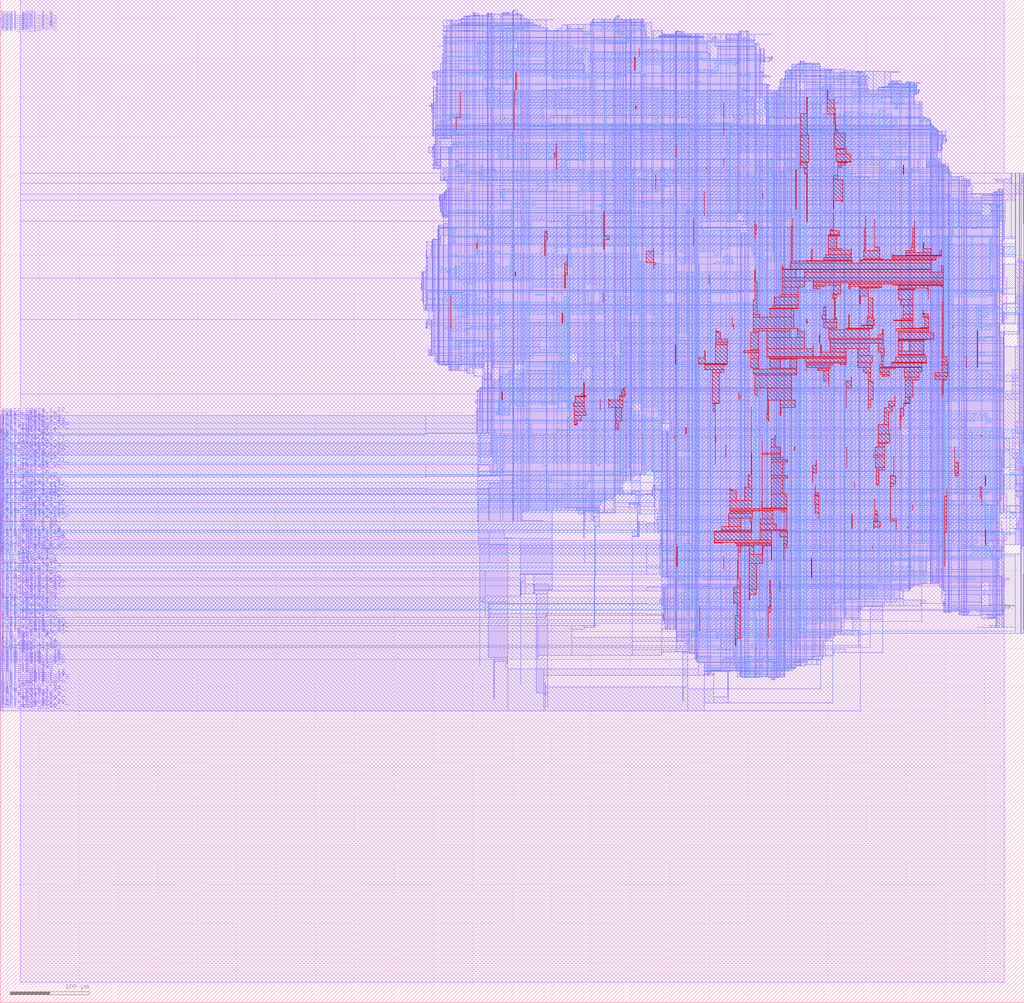
<source format=lef>
VERSION 5.8 ;
BUSBITCHARS "[]" ;
DIVIDERCHAR "/" ;
UNITS
    DATABASE MICRONS 1000 ;
END UNITS

MACRO cve2_core
  FOREIGN cve2_core 0 0 ;
  CLASS BLOCK ;
  SIZE 1300 BY 1273.86 ;
  PIN VDD
    USE POWER ;
    DIRECTION INOUT ;
  END VDD
  PIN VDDIO
    USE POWER ;
    DIRECTION INOUT ;
  END VDDIO
  PIN VSS
    USE GROUND ;
    DIRECTION INOUT ;
  END VSS
  PIN VSSIO
    USE GROUND ;
    DIRECTION INOUT ;
  END VSSIO
  PIN boot_addr_i_0_
    DIRECTION INPUT ;
    USE SIGNAL ;
    PORT
      LAYER Metal2 ;
        RECT  0 1250.24 0.72 1250.44 ;
    END
  END boot_addr_i_0_
  PIN boot_addr_i_10_
    DIRECTION INPUT ;
    USE SIGNAL ;
    PORT
      LAYER Metal2 ;
        RECT  0 370.76 0.72 370.96 ;
    END
  END boot_addr_i_10_
  PIN boot_addr_i_11_
    DIRECTION INPUT ;
    USE SIGNAL ;
    PORT
      LAYER Metal2 ;
        RECT  0 650.48 0.72 650.68 ;
    END
  END boot_addr_i_11_
  PIN boot_addr_i_12_
    DIRECTION INPUT ;
    USE SIGNAL ;
    PORT
      LAYER Metal2 ;
        RECT  0 554.72 0.72 554.92 ;
    END
  END boot_addr_i_12_
  PIN boot_addr_i_13_
    DIRECTION INPUT ;
    USE SIGNAL ;
    PORT
      LAYER Metal2 ;
        RECT  0 647.96 0.72 648.16 ;
    END
  END boot_addr_i_13_
  PIN boot_addr_i_14_
    DIRECTION INPUT ;
    USE SIGNAL ;
    PORT
      LAYER Metal2 ;
        RECT  0 453.92 0.72 454.12 ;
    END
  END boot_addr_i_14_
  PIN boot_addr_i_15_
    DIRECTION INPUT ;
    USE SIGNAL ;
    PORT
      LAYER Metal2 ;
        RECT  0 607.64 0.72 607.84 ;
    END
  END boot_addr_i_15_
  PIN boot_addr_i_16_
    DIRECTION INPUT ;
    USE SIGNAL ;
    PORT
      LAYER Metal2 ;
        RECT  0 660.56 0.72 660.76 ;
    END
  END boot_addr_i_16_
  PIN boot_addr_i_17_
    DIRECTION INPUT ;
    USE SIGNAL ;
    PORT
      LAYER Metal2 ;
        RECT  0 552.2 0.72 552.4 ;
    END
  END boot_addr_i_17_
  PIN boot_addr_i_18_
    DIRECTION INPUT ;
    USE SIGNAL ;
    PORT
      LAYER Metal2 ;
        RECT  0 451.4 0.72 451.6 ;
    END
  END boot_addr_i_18_
  PIN boot_addr_i_19_
    DIRECTION INPUT ;
    USE SIGNAL ;
    PORT
      LAYER Metal2 ;
        RECT  0 605.12 0.72 605.32 ;
    END
  END boot_addr_i_19_
  PIN boot_addr_i_1_
    DIRECTION INPUT ;
    USE SIGNAL ;
    PORT
      LAYER Metal2 ;
        RECT  0 1247.72 0.72 1247.92 ;
    END
  END boot_addr_i_1_
  PIN boot_addr_i_20_
    DIRECTION INPUT ;
    USE SIGNAL ;
    PORT
      LAYER Metal2 ;
        RECT  0 398.48 0.72 398.68 ;
    END
  END boot_addr_i_20_
  PIN boot_addr_i_21_
    DIRECTION INPUT ;
    USE SIGNAL ;
    PORT
      LAYER Metal2 ;
        RECT  0 642.92 0.72 643.12 ;
    END
  END boot_addr_i_21_
  PIN boot_addr_i_22_
    DIRECTION INPUT ;
    USE SIGNAL ;
    PORT
      LAYER Metal2 ;
        RECT  0 380.84 0.72 381.04 ;
    END
  END boot_addr_i_22_
  PIN boot_addr_i_23_
    DIRECTION INPUT ;
    USE SIGNAL ;
    PORT
      LAYER Metal2 ;
        RECT  0 511.88 0.72 512.08 ;
    END
  END boot_addr_i_23_
  PIN boot_addr_i_24_
    DIRECTION INPUT ;
    USE SIGNAL ;
    PORT
      LAYER Metal2 ;
        RECT  0 602.6 0.72 602.8 ;
    END
  END boot_addr_i_24_
  PIN boot_addr_i_25_
    DIRECTION INPUT ;
    USE SIGNAL ;
    PORT
      LAYER Metal2 ;
        RECT  0 640.4 0.72 640.6 ;
    END
  END boot_addr_i_25_
  PIN boot_addr_i_26_
    DIRECTION INPUT ;
    USE SIGNAL ;
    PORT
      LAYER Metal2 ;
        RECT  0 446.36 0.72 446.56 ;
    END
  END boot_addr_i_26_
  PIN boot_addr_i_27_
    DIRECTION INPUT ;
    USE SIGNAL ;
    PORT
      LAYER Metal2 ;
        RECT  0 663.08 0.72 663.28 ;
    END
  END boot_addr_i_27_
  PIN boot_addr_i_28_
    DIRECTION INPUT ;
    USE SIGNAL ;
    PORT
      LAYER Metal2 ;
        RECT  0 600.08 0.72 600.28 ;
    END
  END boot_addr_i_28_
  PIN boot_addr_i_29_
    DIRECTION INPUT ;
    USE SIGNAL ;
    PORT
      LAYER Metal2 ;
        RECT  0 481.64 0.72 481.84 ;
    END
  END boot_addr_i_29_
  PIN boot_addr_i_2_
    DIRECTION INPUT ;
    USE SIGNAL ;
    PORT
      LAYER Metal2 ;
        RECT  0 1245.2 0.72 1245.4 ;
    END
  END boot_addr_i_2_
  PIN boot_addr_i_30_
    DIRECTION INPUT ;
    USE SIGNAL ;
    PORT
      LAYER Metal2 ;
        RECT  0 685.76 0.72 685.96 ;
    END
  END boot_addr_i_30_
  PIN boot_addr_i_31_
    DIRECTION INPUT ;
    USE SIGNAL ;
    PORT
      LAYER Metal2 ;
        RECT  0 443.84 0.72 444.04 ;
    END
  END boot_addr_i_31_
  PIN boot_addr_i_3_
    DIRECTION INPUT ;
    USE SIGNAL ;
    PORT
      LAYER Metal2 ;
        RECT  0 1242.68 0.72 1242.88 ;
    END
  END boot_addr_i_3_
  PIN boot_addr_i_4_
    DIRECTION INPUT ;
    USE SIGNAL ;
    PORT
      LAYER Metal2 ;
        RECT  0 1240.16 0.72 1240.36 ;
    END
  END boot_addr_i_4_
  PIN boot_addr_i_5_
    DIRECTION INPUT ;
    USE SIGNAL ;
    PORT
      LAYER Metal2 ;
        RECT  0 1237.64 0.72 1237.84 ;
    END
  END boot_addr_i_5_
  PIN boot_addr_i_6_
    DIRECTION INPUT ;
    USE SIGNAL ;
    PORT
      LAYER Metal2 ;
        RECT  0 1235.12 0.72 1235.32 ;
    END
  END boot_addr_i_6_
  PIN boot_addr_i_7_
    DIRECTION INPUT ;
    USE SIGNAL ;
    PORT
      LAYER Metal2 ;
        RECT  0 1232.6 0.72 1232.8 ;
    END
  END boot_addr_i_7_
  PIN boot_addr_i_8_
    DIRECTION INPUT ;
    USE SIGNAL ;
    PORT
      LAYER Metal2 ;
        RECT  0 539.6 0.72 539.8 ;
    END
  END boot_addr_i_8_
  PIN boot_addr_i_9_
    DIRECTION INPUT ;
    USE SIGNAL ;
    PORT
      LAYER Metal2 ;
        RECT  0 597.56 0.72 597.76 ;
    END
  END boot_addr_i_9_
  PIN clk_i
    DIRECTION INPUT ;
    USE SIGNAL ;
    PORT
      LAYER Metal2 ;
        RECT  0 395.96 0.72 396.16 ;
    END
  END clk_i
  PIN core_busy_o
    DIRECTION OUTPUT ;
    USE SIGNAL ;
    PORT
      LAYER Metal2 ;
        RECT  1299.28 564.8 1300 565 ;
    END
  END core_busy_o
  PIN crash_dump_o_0_
    DIRECTION OUTPUT ;
    USE SIGNAL ;
    PORT
      LAYER Metal2 ;
        RECT  1299.28 567.32 1300 567.52 ;
    END
  END crash_dump_o_0_
  PIN crash_dump_o_100_
    DIRECTION OUTPUT ;
    USE SIGNAL ;
    PORT
      LAYER Metal2 ;
        RECT  1299.28 569.84 1300 570.04 ;
    END
  END crash_dump_o_100_
  PIN crash_dump_o_101_
    DIRECTION OUTPUT ;
    USE SIGNAL ;
    PORT
      LAYER Metal2 ;
        RECT  1299.28 572.36 1300 572.56 ;
    END
  END crash_dump_o_101_
  PIN crash_dump_o_102_
    DIRECTION OUTPUT ;
    USE SIGNAL ;
    PORT
      LAYER Metal2 ;
        RECT  1299.28 574.88 1300 575.08 ;
    END
  END crash_dump_o_102_
  PIN crash_dump_o_103_
    DIRECTION OUTPUT ;
    USE SIGNAL ;
    PORT
      LAYER Metal2 ;
        RECT  1299.28 577.4 1300 577.6 ;
    END
  END crash_dump_o_103_
  PIN crash_dump_o_104_
    DIRECTION OUTPUT ;
    USE SIGNAL ;
    PORT
      LAYER Metal2 ;
        RECT  1299.28 579.92 1300 580.12 ;
    END
  END crash_dump_o_104_
  PIN crash_dump_o_105_
    DIRECTION OUTPUT ;
    USE SIGNAL ;
    PORT
      LAYER Metal2 ;
        RECT  1299.28 582.44 1300 582.64 ;
    END
  END crash_dump_o_105_
  PIN crash_dump_o_106_
    DIRECTION OUTPUT ;
    USE SIGNAL ;
    PORT
      LAYER Metal2 ;
        RECT  1299.28 584.96 1300 585.16 ;
    END
  END crash_dump_o_106_
  PIN crash_dump_o_107_
    DIRECTION OUTPUT ;
    USE SIGNAL ;
    PORT
      LAYER Metal2 ;
        RECT  1299.28 587.48 1300 587.68 ;
    END
  END crash_dump_o_107_
  PIN crash_dump_o_108_
    DIRECTION OUTPUT ;
    USE SIGNAL ;
    PORT
      LAYER Metal2 ;
        RECT  1299.28 590 1300 590.2 ;
    END
  END crash_dump_o_108_
  PIN crash_dump_o_109_
    DIRECTION OUTPUT ;
    USE SIGNAL ;
    PORT
      LAYER Metal2 ;
        RECT  1299.28 592.52 1300 592.72 ;
    END
  END crash_dump_o_109_
  PIN crash_dump_o_10_
    DIRECTION OUTPUT ;
    USE SIGNAL ;
    PORT
      LAYER Metal2 ;
        RECT  1299.28 595.04 1300 595.24 ;
    END
  END crash_dump_o_10_
  PIN crash_dump_o_110_
    DIRECTION OUTPUT ;
    USE SIGNAL ;
    PORT
      LAYER Metal2 ;
        RECT  1299.28 597.56 1300 597.76 ;
    END
  END crash_dump_o_110_
  PIN crash_dump_o_111_
    DIRECTION OUTPUT ;
    USE SIGNAL ;
    PORT
      LAYER Metal2 ;
        RECT  1299.28 600.08 1300 600.28 ;
    END
  END crash_dump_o_111_
  PIN crash_dump_o_112_
    DIRECTION OUTPUT ;
    USE SIGNAL ;
    PORT
      LAYER Metal2 ;
        RECT  1299.28 602.6 1300 602.8 ;
    END
  END crash_dump_o_112_
  PIN crash_dump_o_113_
    DIRECTION OUTPUT ;
    USE SIGNAL ;
    PORT
      LAYER Metal2 ;
        RECT  1299.28 605.12 1300 605.32 ;
    END
  END crash_dump_o_113_
  PIN crash_dump_o_114_
    DIRECTION OUTPUT ;
    USE SIGNAL ;
    PORT
      LAYER Metal2 ;
        RECT  1299.28 607.64 1300 607.84 ;
    END
  END crash_dump_o_114_
  PIN crash_dump_o_115_
    DIRECTION OUTPUT ;
    USE SIGNAL ;
    PORT
      LAYER Metal2 ;
        RECT  1299.28 610.16 1300 610.36 ;
    END
  END crash_dump_o_115_
  PIN crash_dump_o_116_
    DIRECTION OUTPUT ;
    USE SIGNAL ;
    PORT
      LAYER Metal2 ;
        RECT  1299.28 612.68 1300 612.88 ;
    END
  END crash_dump_o_116_
  PIN crash_dump_o_117_
    DIRECTION OUTPUT ;
    USE SIGNAL ;
    PORT
      LAYER Metal2 ;
        RECT  1299.28 615.2 1300 615.4 ;
    END
  END crash_dump_o_117_
  PIN crash_dump_o_118_
    DIRECTION OUTPUT ;
    USE SIGNAL ;
    PORT
      LAYER Metal2 ;
        RECT  1299.28 617.72 1300 617.92 ;
    END
  END crash_dump_o_118_
  PIN crash_dump_o_119_
    DIRECTION OUTPUT ;
    USE SIGNAL ;
    PORT
      LAYER Metal2 ;
        RECT  1299.28 620.24 1300 620.44 ;
    END
  END crash_dump_o_119_
  PIN crash_dump_o_11_
    DIRECTION OUTPUT ;
    USE SIGNAL ;
    PORT
      LAYER Metal2 ;
        RECT  1299.28 622.76 1300 622.96 ;
    END
  END crash_dump_o_11_
  PIN crash_dump_o_120_
    DIRECTION OUTPUT ;
    USE SIGNAL ;
    PORT
      LAYER Metal2 ;
        RECT  1299.28 625.28 1300 625.48 ;
    END
  END crash_dump_o_120_
  PIN crash_dump_o_121_
    DIRECTION OUTPUT ;
    USE SIGNAL ;
    PORT
      LAYER Metal2 ;
        RECT  1299.28 627.8 1300 628 ;
    END
  END crash_dump_o_121_
  PIN crash_dump_o_122_
    DIRECTION OUTPUT ;
    USE SIGNAL ;
    PORT
      LAYER Metal2 ;
        RECT  1299.28 630.32 1300 630.52 ;
    END
  END crash_dump_o_122_
  PIN crash_dump_o_123_
    DIRECTION OUTPUT ;
    USE SIGNAL ;
    PORT
      LAYER Metal2 ;
        RECT  1299.28 632.84 1300 633.04 ;
    END
  END crash_dump_o_123_
  PIN crash_dump_o_124_
    DIRECTION OUTPUT ;
    USE SIGNAL ;
    PORT
      LAYER Metal2 ;
        RECT  1299.28 635.36 1300 635.56 ;
    END
  END crash_dump_o_124_
  PIN crash_dump_o_125_
    DIRECTION OUTPUT ;
    USE SIGNAL ;
    PORT
      LAYER Metal2 ;
        RECT  1299.28 637.88 1300 638.08 ;
    END
  END crash_dump_o_125_
  PIN crash_dump_o_126_
    DIRECTION OUTPUT ;
    USE SIGNAL ;
    PORT
      LAYER Metal2 ;
        RECT  1299.28 640.4 1300 640.6 ;
    END
  END crash_dump_o_126_
  PIN crash_dump_o_127_
    DIRECTION OUTPUT ;
    USE SIGNAL ;
    PORT
      LAYER Metal2 ;
        RECT  1299.28 642.92 1300 643.12 ;
    END
  END crash_dump_o_127_
  PIN crash_dump_o_12_
    DIRECTION OUTPUT ;
    USE SIGNAL ;
    PORT
      LAYER Metal2 ;
        RECT  1299.28 645.44 1300 645.64 ;
    END
  END crash_dump_o_12_
  PIN crash_dump_o_13_
    DIRECTION OUTPUT ;
    USE SIGNAL ;
    PORT
      LAYER Metal2 ;
        RECT  1299.28 647.96 1300 648.16 ;
    END
  END crash_dump_o_13_
  PIN crash_dump_o_14_
    DIRECTION OUTPUT ;
    USE SIGNAL ;
    PORT
      LAYER Metal2 ;
        RECT  1299.28 650.48 1300 650.68 ;
    END
  END crash_dump_o_14_
  PIN crash_dump_o_15_
    DIRECTION OUTPUT ;
    USE SIGNAL ;
    PORT
      LAYER Metal2 ;
        RECT  1299.28 653 1300 653.2 ;
    END
  END crash_dump_o_15_
  PIN crash_dump_o_16_
    DIRECTION OUTPUT ;
    USE SIGNAL ;
    PORT
      LAYER Metal2 ;
        RECT  1299.28 655.52 1300 655.72 ;
    END
  END crash_dump_o_16_
  PIN crash_dump_o_17_
    DIRECTION OUTPUT ;
    USE SIGNAL ;
    PORT
      LAYER Metal2 ;
        RECT  1299.28 658.04 1300 658.24 ;
    END
  END crash_dump_o_17_
  PIN crash_dump_o_18_
    DIRECTION OUTPUT ;
    USE SIGNAL ;
    PORT
      LAYER Metal2 ;
        RECT  1299.28 660.56 1300 660.76 ;
    END
  END crash_dump_o_18_
  PIN crash_dump_o_19_
    DIRECTION OUTPUT ;
    USE SIGNAL ;
    PORT
      LAYER Metal2 ;
        RECT  1299.28 663.08 1300 663.28 ;
    END
  END crash_dump_o_19_
  PIN crash_dump_o_1_
    DIRECTION OUTPUT ;
    USE SIGNAL ;
    PORT
      LAYER Metal2 ;
        RECT  1299.28 665.6 1300 665.8 ;
    END
  END crash_dump_o_1_
  PIN crash_dump_o_20_
    DIRECTION OUTPUT ;
    USE SIGNAL ;
    PORT
      LAYER Metal2 ;
        RECT  1299.28 668.12 1300 668.32 ;
    END
  END crash_dump_o_20_
  PIN crash_dump_o_21_
    DIRECTION OUTPUT ;
    USE SIGNAL ;
    PORT
      LAYER Metal2 ;
        RECT  1299.28 670.64 1300 670.84 ;
    END
  END crash_dump_o_21_
  PIN crash_dump_o_22_
    DIRECTION OUTPUT ;
    USE SIGNAL ;
    PORT
      LAYER Metal2 ;
        RECT  1299.28 673.16 1300 673.36 ;
    END
  END crash_dump_o_22_
  PIN crash_dump_o_23_
    DIRECTION OUTPUT ;
    USE SIGNAL ;
    PORT
      LAYER Metal2 ;
        RECT  1299.28 675.68 1300 675.88 ;
    END
  END crash_dump_o_23_
  PIN crash_dump_o_24_
    DIRECTION OUTPUT ;
    USE SIGNAL ;
    PORT
      LAYER Metal2 ;
        RECT  1299.28 678.2 1300 678.4 ;
    END
  END crash_dump_o_24_
  PIN crash_dump_o_25_
    DIRECTION OUTPUT ;
    USE SIGNAL ;
    PORT
      LAYER Metal2 ;
        RECT  1299.28 680.72 1300 680.92 ;
    END
  END crash_dump_o_25_
  PIN crash_dump_o_26_
    DIRECTION OUTPUT ;
    USE SIGNAL ;
    PORT
      LAYER Metal2 ;
        RECT  1299.28 683.24 1300 683.44 ;
    END
  END crash_dump_o_26_
  PIN crash_dump_o_27_
    DIRECTION OUTPUT ;
    USE SIGNAL ;
    PORT
      LAYER Metal2 ;
        RECT  1299.28 685.76 1300 685.96 ;
    END
  END crash_dump_o_27_
  PIN crash_dump_o_28_
    DIRECTION OUTPUT ;
    USE SIGNAL ;
    PORT
      LAYER Metal2 ;
        RECT  1299.28 688.28 1300 688.48 ;
    END
  END crash_dump_o_28_
  PIN crash_dump_o_29_
    DIRECTION OUTPUT ;
    USE SIGNAL ;
    PORT
      LAYER Metal2 ;
        RECT  1299.28 690.8 1300 691 ;
    END
  END crash_dump_o_29_
  PIN crash_dump_o_2_
    DIRECTION OUTPUT ;
    USE SIGNAL ;
    PORT
      LAYER Metal2 ;
        RECT  1299.28 693.32 1300 693.52 ;
    END
  END crash_dump_o_2_
  PIN crash_dump_o_30_
    DIRECTION OUTPUT ;
    USE SIGNAL ;
    PORT
      LAYER Metal2 ;
        RECT  1299.28 695.84 1300 696.04 ;
    END
  END crash_dump_o_30_
  PIN crash_dump_o_31_
    DIRECTION OUTPUT ;
    USE SIGNAL ;
    PORT
      LAYER Metal2 ;
        RECT  1299.28 698.36 1300 698.56 ;
    END
  END crash_dump_o_31_
  PIN crash_dump_o_32_
    DIRECTION OUTPUT ;
    USE SIGNAL ;
    PORT
      LAYER Metal2 ;
        RECT  1299.28 700.88 1300 701.08 ;
    END
  END crash_dump_o_32_
  PIN crash_dump_o_33_
    DIRECTION OUTPUT ;
    USE SIGNAL ;
    PORT
      LAYER Metal2 ;
        RECT  1299.28 703.4 1300 703.6 ;
    END
  END crash_dump_o_33_
  PIN crash_dump_o_34_
    DIRECTION OUTPUT ;
    USE SIGNAL ;
    PORT
      LAYER Metal2 ;
        RECT  1299.28 705.92 1300 706.12 ;
    END
  END crash_dump_o_34_
  PIN crash_dump_o_35_
    DIRECTION OUTPUT ;
    USE SIGNAL ;
    PORT
      LAYER Metal2 ;
        RECT  1299.28 708.44 1300 708.64 ;
    END
  END crash_dump_o_35_
  PIN crash_dump_o_36_
    DIRECTION OUTPUT ;
    USE SIGNAL ;
    PORT
      LAYER Metal2 ;
        RECT  1299.28 710.96 1300 711.16 ;
    END
  END crash_dump_o_36_
  PIN crash_dump_o_37_
    DIRECTION OUTPUT ;
    USE SIGNAL ;
    PORT
      LAYER Metal2 ;
        RECT  1299.28 713.48 1300 713.68 ;
    END
  END crash_dump_o_37_
  PIN crash_dump_o_38_
    DIRECTION OUTPUT ;
    USE SIGNAL ;
    PORT
      LAYER Metal2 ;
        RECT  1299.28 716 1300 716.2 ;
    END
  END crash_dump_o_38_
  PIN crash_dump_o_39_
    DIRECTION OUTPUT ;
    USE SIGNAL ;
    PORT
      LAYER Metal2 ;
        RECT  1299.28 718.52 1300 718.72 ;
    END
  END crash_dump_o_39_
  PIN crash_dump_o_3_
    DIRECTION OUTPUT ;
    USE SIGNAL ;
    PORT
      LAYER Metal2 ;
        RECT  1299.28 721.04 1300 721.24 ;
    END
  END crash_dump_o_3_
  PIN crash_dump_o_40_
    DIRECTION OUTPUT ;
    USE SIGNAL ;
    PORT
      LAYER Metal2 ;
        RECT  1299.28 723.56 1300 723.76 ;
    END
  END crash_dump_o_40_
  PIN crash_dump_o_41_
    DIRECTION OUTPUT ;
    USE SIGNAL ;
    PORT
      LAYER Metal2 ;
        RECT  1299.28 726.08 1300 726.28 ;
    END
  END crash_dump_o_41_
  PIN crash_dump_o_42_
    DIRECTION OUTPUT ;
    USE SIGNAL ;
    PORT
      LAYER Metal2 ;
        RECT  1299.28 728.6 1300 728.8 ;
    END
  END crash_dump_o_42_
  PIN crash_dump_o_43_
    DIRECTION OUTPUT ;
    USE SIGNAL ;
    PORT
      LAYER Metal2 ;
        RECT  1299.28 731.12 1300 731.32 ;
    END
  END crash_dump_o_43_
  PIN crash_dump_o_44_
    DIRECTION OUTPUT ;
    USE SIGNAL ;
    PORT
      LAYER Metal2 ;
        RECT  1299.28 733.64 1300 733.84 ;
    END
  END crash_dump_o_44_
  PIN crash_dump_o_45_
    DIRECTION OUTPUT ;
    USE SIGNAL ;
    PORT
      LAYER Metal2 ;
        RECT  1299.28 736.16 1300 736.36 ;
    END
  END crash_dump_o_45_
  PIN crash_dump_o_46_
    DIRECTION OUTPUT ;
    USE SIGNAL ;
    PORT
      LAYER Metal2 ;
        RECT  1299.28 738.68 1300 738.88 ;
    END
  END crash_dump_o_46_
  PIN crash_dump_o_47_
    DIRECTION OUTPUT ;
    USE SIGNAL ;
    PORT
      LAYER Metal2 ;
        RECT  1299.28 741.2 1300 741.4 ;
    END
  END crash_dump_o_47_
  PIN crash_dump_o_48_
    DIRECTION OUTPUT ;
    USE SIGNAL ;
    PORT
      LAYER Metal2 ;
        RECT  1299.28 743.72 1300 743.92 ;
    END
  END crash_dump_o_48_
  PIN crash_dump_o_49_
    DIRECTION OUTPUT ;
    USE SIGNAL ;
    PORT
      LAYER Metal2 ;
        RECT  1299.28 746.24 1300 746.44 ;
    END
  END crash_dump_o_49_
  PIN crash_dump_o_4_
    DIRECTION OUTPUT ;
    USE SIGNAL ;
    PORT
      LAYER Metal2 ;
        RECT  1299.28 748.76 1300 748.96 ;
    END
  END crash_dump_o_4_
  PIN crash_dump_o_50_
    DIRECTION OUTPUT ;
    USE SIGNAL ;
    PORT
      LAYER Metal2 ;
        RECT  1299.28 751.28 1300 751.48 ;
    END
  END crash_dump_o_50_
  PIN crash_dump_o_51_
    DIRECTION OUTPUT ;
    USE SIGNAL ;
    PORT
      LAYER Metal2 ;
        RECT  1299.28 753.8 1300 754 ;
    END
  END crash_dump_o_51_
  PIN crash_dump_o_52_
    DIRECTION OUTPUT ;
    USE SIGNAL ;
    PORT
      LAYER Metal2 ;
        RECT  1299.28 756.32 1300 756.52 ;
    END
  END crash_dump_o_52_
  PIN crash_dump_o_53_
    DIRECTION OUTPUT ;
    USE SIGNAL ;
    PORT
      LAYER Metal2 ;
        RECT  1299.28 758.84 1300 759.04 ;
    END
  END crash_dump_o_53_
  PIN crash_dump_o_54_
    DIRECTION OUTPUT ;
    USE SIGNAL ;
    PORT
      LAYER Metal2 ;
        RECT  1299.28 761.36 1300 761.56 ;
    END
  END crash_dump_o_54_
  PIN crash_dump_o_55_
    DIRECTION OUTPUT ;
    USE SIGNAL ;
    PORT
      LAYER Metal2 ;
        RECT  1299.28 763.88 1300 764.08 ;
    END
  END crash_dump_o_55_
  PIN crash_dump_o_56_
    DIRECTION OUTPUT ;
    USE SIGNAL ;
    PORT
      LAYER Metal2 ;
        RECT  1299.28 766.4 1300 766.6 ;
    END
  END crash_dump_o_56_
  PIN crash_dump_o_57_
    DIRECTION OUTPUT ;
    USE SIGNAL ;
    PORT
      LAYER Metal2 ;
        RECT  1299.28 768.92 1300 769.12 ;
    END
  END crash_dump_o_57_
  PIN crash_dump_o_58_
    DIRECTION OUTPUT ;
    USE SIGNAL ;
    PORT
      LAYER Metal2 ;
        RECT  1299.28 771.44 1300 771.64 ;
    END
  END crash_dump_o_58_
  PIN crash_dump_o_59_
    DIRECTION OUTPUT ;
    USE SIGNAL ;
    PORT
      LAYER Metal2 ;
        RECT  1299.28 773.96 1300 774.16 ;
    END
  END crash_dump_o_59_
  PIN crash_dump_o_5_
    DIRECTION OUTPUT ;
    USE SIGNAL ;
    PORT
      LAYER Metal2 ;
        RECT  1299.28 776.48 1300 776.68 ;
    END
  END crash_dump_o_5_
  PIN crash_dump_o_60_
    DIRECTION OUTPUT ;
    USE SIGNAL ;
    PORT
      LAYER Metal2 ;
        RECT  1299.28 779 1300 779.2 ;
    END
  END crash_dump_o_60_
  PIN crash_dump_o_61_
    DIRECTION OUTPUT ;
    USE SIGNAL ;
    PORT
      LAYER Metal2 ;
        RECT  1299.28 781.52 1300 781.72 ;
    END
  END crash_dump_o_61_
  PIN crash_dump_o_62_
    DIRECTION OUTPUT ;
    USE SIGNAL ;
    PORT
      LAYER Metal2 ;
        RECT  1299.28 784.04 1300 784.24 ;
    END
  END crash_dump_o_62_
  PIN crash_dump_o_63_
    DIRECTION OUTPUT ;
    USE SIGNAL ;
    PORT
      LAYER Metal2 ;
        RECT  1299.28 786.56 1300 786.76 ;
    END
  END crash_dump_o_63_
  PIN crash_dump_o_64_
    DIRECTION OUTPUT ;
    USE SIGNAL ;
    PORT
      LAYER Metal2 ;
        RECT  1299.28 552.2 1300 552.4 ;
    END
  END crash_dump_o_64_
  PIN crash_dump_o_65_
    DIRECTION OUTPUT ;
    USE SIGNAL ;
    PORT
      LAYER Metal2 ;
        RECT  1299.28 789.08 1300 789.28 ;
    END
  END crash_dump_o_65_
  PIN crash_dump_o_66_
    DIRECTION OUTPUT ;
    USE SIGNAL ;
    PORT
      LAYER Metal2 ;
        RECT  1299.28 791.6 1300 791.8 ;
    END
  END crash_dump_o_66_
  PIN crash_dump_o_67_
    DIRECTION OUTPUT ;
    USE SIGNAL ;
    PORT
      LAYER Metal2 ;
        RECT  1299.28 794.12 1300 794.32 ;
    END
  END crash_dump_o_67_
  PIN crash_dump_o_68_
    DIRECTION OUTPUT ;
    USE SIGNAL ;
    PORT
      LAYER Metal2 ;
        RECT  1299.28 796.64 1300 796.84 ;
    END
  END crash_dump_o_68_
  PIN crash_dump_o_69_
    DIRECTION OUTPUT ;
    USE SIGNAL ;
    PORT
      LAYER Metal2 ;
        RECT  1299.28 799.16 1300 799.36 ;
    END
  END crash_dump_o_69_
  PIN crash_dump_o_6_
    DIRECTION OUTPUT ;
    USE SIGNAL ;
    PORT
      LAYER Metal2 ;
        RECT  1299.28 801.68 1300 801.88 ;
    END
  END crash_dump_o_6_
  PIN crash_dump_o_70_
    DIRECTION OUTPUT ;
    USE SIGNAL ;
    PORT
      LAYER Metal2 ;
        RECT  1299.28 804.2 1300 804.4 ;
    END
  END crash_dump_o_70_
  PIN crash_dump_o_71_
    DIRECTION OUTPUT ;
    USE SIGNAL ;
    PORT
      LAYER Metal2 ;
        RECT  1299.28 806.72 1300 806.92 ;
    END
  END crash_dump_o_71_
  PIN crash_dump_o_72_
    DIRECTION OUTPUT ;
    USE SIGNAL ;
    PORT
      LAYER Metal2 ;
        RECT  1299.28 809.24 1300 809.44 ;
    END
  END crash_dump_o_72_
  PIN crash_dump_o_73_
    DIRECTION OUTPUT ;
    USE SIGNAL ;
    PORT
      LAYER Metal2 ;
        RECT  1299.28 811.76 1300 811.96 ;
    END
  END crash_dump_o_73_
  PIN crash_dump_o_74_
    DIRECTION OUTPUT ;
    USE SIGNAL ;
    PORT
      LAYER Metal2 ;
        RECT  1299.28 814.28 1300 814.48 ;
    END
  END crash_dump_o_74_
  PIN crash_dump_o_75_
    DIRECTION OUTPUT ;
    USE SIGNAL ;
    PORT
      LAYER Metal2 ;
        RECT  1299.28 816.8 1300 817 ;
    END
  END crash_dump_o_75_
  PIN crash_dump_o_76_
    DIRECTION OUTPUT ;
    USE SIGNAL ;
    PORT
      LAYER Metal2 ;
        RECT  1299.28 819.32 1300 819.52 ;
    END
  END crash_dump_o_76_
  PIN crash_dump_o_77_
    DIRECTION OUTPUT ;
    USE SIGNAL ;
    PORT
      LAYER Metal2 ;
        RECT  1299.28 821.84 1300 822.04 ;
    END
  END crash_dump_o_77_
  PIN crash_dump_o_78_
    DIRECTION OUTPUT ;
    USE SIGNAL ;
    PORT
      LAYER Metal2 ;
        RECT  1299.28 824.36 1300 824.56 ;
    END
  END crash_dump_o_78_
  PIN crash_dump_o_79_
    DIRECTION OUTPUT ;
    USE SIGNAL ;
    PORT
      LAYER Metal2 ;
        RECT  1299.28 826.88 1300 827.08 ;
    END
  END crash_dump_o_79_
  PIN crash_dump_o_7_
    DIRECTION OUTPUT ;
    USE SIGNAL ;
    PORT
      LAYER Metal2 ;
        RECT  1299.28 829.4 1300 829.6 ;
    END
  END crash_dump_o_7_
  PIN crash_dump_o_80_
    DIRECTION OUTPUT ;
    USE SIGNAL ;
    PORT
      LAYER Metal2 ;
        RECT  1299.28 831.92 1300 832.12 ;
    END
  END crash_dump_o_80_
  PIN crash_dump_o_81_
    DIRECTION OUTPUT ;
    USE SIGNAL ;
    PORT
      LAYER Metal2 ;
        RECT  1299.28 834.44 1300 834.64 ;
    END
  END crash_dump_o_81_
  PIN crash_dump_o_82_
    DIRECTION OUTPUT ;
    USE SIGNAL ;
    PORT
      LAYER Metal2 ;
        RECT  1299.28 836.96 1300 837.16 ;
    END
  END crash_dump_o_82_
  PIN crash_dump_o_83_
    DIRECTION OUTPUT ;
    USE SIGNAL ;
    PORT
      LAYER Metal2 ;
        RECT  1299.28 839.48 1300 839.68 ;
    END
  END crash_dump_o_83_
  PIN crash_dump_o_84_
    DIRECTION OUTPUT ;
    USE SIGNAL ;
    PORT
      LAYER Metal2 ;
        RECT  1299.28 842 1300 842.2 ;
    END
  END crash_dump_o_84_
  PIN crash_dump_o_85_
    DIRECTION OUTPUT ;
    USE SIGNAL ;
    PORT
      LAYER Metal2 ;
        RECT  1299.28 844.52 1300 844.72 ;
    END
  END crash_dump_o_85_
  PIN crash_dump_o_86_
    DIRECTION OUTPUT ;
    USE SIGNAL ;
    PORT
      LAYER Metal2 ;
        RECT  1299.28 847.04 1300 847.24 ;
    END
  END crash_dump_o_86_
  PIN crash_dump_o_87_
    DIRECTION OUTPUT ;
    USE SIGNAL ;
    PORT
      LAYER Metal2 ;
        RECT  1299.28 849.56 1300 849.76 ;
    END
  END crash_dump_o_87_
  PIN crash_dump_o_88_
    DIRECTION OUTPUT ;
    USE SIGNAL ;
    PORT
      LAYER Metal2 ;
        RECT  1299.28 852.08 1300 852.28 ;
    END
  END crash_dump_o_88_
  PIN crash_dump_o_89_
    DIRECTION OUTPUT ;
    USE SIGNAL ;
    PORT
      LAYER Metal2 ;
        RECT  1299.28 854.6 1300 854.8 ;
    END
  END crash_dump_o_89_
  PIN crash_dump_o_8_
    DIRECTION OUTPUT ;
    USE SIGNAL ;
    PORT
      LAYER Metal2 ;
        RECT  1299.28 857.12 1300 857.32 ;
    END
  END crash_dump_o_8_
  PIN crash_dump_o_90_
    DIRECTION OUTPUT ;
    USE SIGNAL ;
    PORT
      LAYER Metal2 ;
        RECT  1299.28 859.64 1300 859.84 ;
    END
  END crash_dump_o_90_
  PIN crash_dump_o_91_
    DIRECTION OUTPUT ;
    USE SIGNAL ;
    PORT
      LAYER Metal2 ;
        RECT  1299.28 862.16 1300 862.36 ;
    END
  END crash_dump_o_91_
  PIN crash_dump_o_92_
    DIRECTION OUTPUT ;
    USE SIGNAL ;
    PORT
      LAYER Metal2 ;
        RECT  1299.28 864.68 1300 864.88 ;
    END
  END crash_dump_o_92_
  PIN crash_dump_o_93_
    DIRECTION OUTPUT ;
    USE SIGNAL ;
    PORT
      LAYER Metal2 ;
        RECT  1299.28 867.2 1300 867.4 ;
    END
  END crash_dump_o_93_
  PIN crash_dump_o_94_
    DIRECTION OUTPUT ;
    USE SIGNAL ;
    PORT
      LAYER Metal2 ;
        RECT  1299.28 869.72 1300 869.92 ;
    END
  END crash_dump_o_94_
  PIN crash_dump_o_95_
    DIRECTION OUTPUT ;
    USE SIGNAL ;
    PORT
      LAYER Metal2 ;
        RECT  1299.28 872.24 1300 872.44 ;
    END
  END crash_dump_o_95_
  PIN crash_dump_o_96_
    DIRECTION OUTPUT ;
    USE SIGNAL ;
    PORT
      LAYER Metal2 ;
        RECT  1299.28 874.76 1300 874.96 ;
    END
  END crash_dump_o_96_
  PIN crash_dump_o_97_
    DIRECTION OUTPUT ;
    USE SIGNAL ;
    PORT
      LAYER Metal2 ;
        RECT  1299.28 877.28 1300 877.48 ;
    END
  END crash_dump_o_97_
  PIN crash_dump_o_98_
    DIRECTION OUTPUT ;
    USE SIGNAL ;
    PORT
      LAYER Metal2 ;
        RECT  1299.28 879.8 1300 880 ;
    END
  END crash_dump_o_98_
  PIN crash_dump_o_99_
    DIRECTION OUTPUT ;
    USE SIGNAL ;
    PORT
      LAYER Metal2 ;
        RECT  1299.28 882.32 1300 882.52 ;
    END
  END crash_dump_o_99_
  PIN crash_dump_o_9_
    DIRECTION OUTPUT ;
    USE SIGNAL ;
    PORT
      LAYER Metal2 ;
        RECT  1299.28 884.84 1300 885.04 ;
    END
  END crash_dump_o_9_
  PIN data_addr_o_0_
    DIRECTION OUTPUT ;
    USE SIGNAL ;
    PORT
      LAYER Metal2 ;
        RECT  1299.28 554.72 1300 554.92 ;
    END
  END data_addr_o_0_
  PIN data_addr_o_10_
    DIRECTION OUTPUT ;
    USE SIGNAL ;
    PORT
      LAYER Metal2 ;
        RECT  1299.28 887.36 1300 887.56 ;
    END
  END data_addr_o_10_
  PIN data_addr_o_11_
    DIRECTION OUTPUT ;
    USE SIGNAL ;
    PORT
      LAYER Metal2 ;
        RECT  1299.28 889.88 1300 890.08 ;
    END
  END data_addr_o_11_
  PIN data_addr_o_12_
    DIRECTION OUTPUT ;
    USE SIGNAL ;
    PORT
      LAYER Metal2 ;
        RECT  1299.28 892.4 1300 892.6 ;
    END
  END data_addr_o_12_
  PIN data_addr_o_13_
    DIRECTION OUTPUT ;
    USE SIGNAL ;
    PORT
      LAYER Metal2 ;
        RECT  1299.28 894.92 1300 895.12 ;
    END
  END data_addr_o_13_
  PIN data_addr_o_14_
    DIRECTION OUTPUT ;
    USE SIGNAL ;
    PORT
      LAYER Metal2 ;
        RECT  1299.28 897.44 1300 897.64 ;
    END
  END data_addr_o_14_
  PIN data_addr_o_15_
    DIRECTION OUTPUT ;
    USE SIGNAL ;
    PORT
      LAYER Metal2 ;
        RECT  1299.28 899.96 1300 900.16 ;
    END
  END data_addr_o_15_
  PIN data_addr_o_16_
    DIRECTION OUTPUT ;
    USE SIGNAL ;
    PORT
      LAYER Metal2 ;
        RECT  1299.28 902.48 1300 902.68 ;
    END
  END data_addr_o_16_
  PIN data_addr_o_17_
    DIRECTION OUTPUT ;
    USE SIGNAL ;
    PORT
      LAYER Metal2 ;
        RECT  1299.28 905 1300 905.2 ;
    END
  END data_addr_o_17_
  PIN data_addr_o_18_
    DIRECTION OUTPUT ;
    USE SIGNAL ;
    PORT
      LAYER Metal2 ;
        RECT  1299.28 907.52 1300 907.72 ;
    END
  END data_addr_o_18_
  PIN data_addr_o_19_
    DIRECTION OUTPUT ;
    USE SIGNAL ;
    PORT
      LAYER Metal2 ;
        RECT  1299.28 910.04 1300 910.24 ;
    END
  END data_addr_o_19_
  PIN data_addr_o_1_
    DIRECTION OUTPUT ;
    USE SIGNAL ;
    PORT
      LAYER Metal2 ;
        RECT  1299.28 557.24 1300 557.44 ;
    END
  END data_addr_o_1_
  PIN data_addr_o_20_
    DIRECTION OUTPUT ;
    USE SIGNAL ;
    PORT
      LAYER Metal2 ;
        RECT  1299.28 912.56 1300 912.76 ;
    END
  END data_addr_o_20_
  PIN data_addr_o_21_
    DIRECTION OUTPUT ;
    USE SIGNAL ;
    PORT
      LAYER Metal2 ;
        RECT  1299.28 915.08 1300 915.28 ;
    END
  END data_addr_o_21_
  PIN data_addr_o_22_
    DIRECTION OUTPUT ;
    USE SIGNAL ;
    PORT
      LAYER Metal2 ;
        RECT  1299.28 917.6 1300 917.8 ;
    END
  END data_addr_o_22_
  PIN data_addr_o_23_
    DIRECTION OUTPUT ;
    USE SIGNAL ;
    PORT
      LAYER Metal2 ;
        RECT  1299.28 920.12 1300 920.32 ;
    END
  END data_addr_o_23_
  PIN data_addr_o_24_
    DIRECTION OUTPUT ;
    USE SIGNAL ;
    PORT
      LAYER Metal2 ;
        RECT  1299.28 922.64 1300 922.84 ;
    END
  END data_addr_o_24_
  PIN data_addr_o_25_
    DIRECTION OUTPUT ;
    USE SIGNAL ;
    PORT
      LAYER Metal2 ;
        RECT  1299.28 925.16 1300 925.36 ;
    END
  END data_addr_o_25_
  PIN data_addr_o_26_
    DIRECTION OUTPUT ;
    USE SIGNAL ;
    PORT
      LAYER Metal2 ;
        RECT  1299.28 927.68 1300 927.88 ;
    END
  END data_addr_o_26_
  PIN data_addr_o_27_
    DIRECTION OUTPUT ;
    USE SIGNAL ;
    PORT
      LAYER Metal2 ;
        RECT  1299.28 930.2 1300 930.4 ;
    END
  END data_addr_o_27_
  PIN data_addr_o_28_
    DIRECTION OUTPUT ;
    USE SIGNAL ;
    PORT
      LAYER Metal2 ;
        RECT  1299.28 932.72 1300 932.92 ;
    END
  END data_addr_o_28_
  PIN data_addr_o_29_
    DIRECTION OUTPUT ;
    USE SIGNAL ;
    PORT
      LAYER Metal2 ;
        RECT  1299.28 935.24 1300 935.44 ;
    END
  END data_addr_o_29_
  PIN data_addr_o_2_
    DIRECTION OUTPUT ;
    USE SIGNAL ;
    PORT
      LAYER Metal2 ;
        RECT  1299.28 937.76 1300 937.96 ;
    END
  END data_addr_o_2_
  PIN data_addr_o_30_
    DIRECTION OUTPUT ;
    USE SIGNAL ;
    PORT
      LAYER Metal2 ;
        RECT  1299.28 940.28 1300 940.48 ;
    END
  END data_addr_o_30_
  PIN data_addr_o_31_
    DIRECTION OUTPUT ;
    USE SIGNAL ;
    PORT
      LAYER Metal2 ;
        RECT  1299.28 942.8 1300 943 ;
    END
  END data_addr_o_31_
  PIN data_addr_o_3_
    DIRECTION OUTPUT ;
    USE SIGNAL ;
    PORT
      LAYER Metal2 ;
        RECT  1299.28 945.32 1300 945.52 ;
    END
  END data_addr_o_3_
  PIN data_addr_o_4_
    DIRECTION OUTPUT ;
    USE SIGNAL ;
    PORT
      LAYER Metal2 ;
        RECT  1299.28 947.84 1300 948.04 ;
    END
  END data_addr_o_4_
  PIN data_addr_o_5_
    DIRECTION OUTPUT ;
    USE SIGNAL ;
    PORT
      LAYER Metal2 ;
        RECT  1299.28 950.36 1300 950.56 ;
    END
  END data_addr_o_5_
  PIN data_addr_o_6_
    DIRECTION OUTPUT ;
    USE SIGNAL ;
    PORT
      LAYER Metal2 ;
        RECT  1299.28 952.88 1300 953.08 ;
    END
  END data_addr_o_6_
  PIN data_addr_o_7_
    DIRECTION OUTPUT ;
    USE SIGNAL ;
    PORT
      LAYER Metal2 ;
        RECT  1299.28 955.4 1300 955.6 ;
    END
  END data_addr_o_7_
  PIN data_addr_o_8_
    DIRECTION OUTPUT ;
    USE SIGNAL ;
    PORT
      LAYER Metal2 ;
        RECT  1299.28 957.92 1300 958.12 ;
    END
  END data_addr_o_8_
  PIN data_addr_o_9_
    DIRECTION OUTPUT ;
    USE SIGNAL ;
    PORT
      LAYER Metal2 ;
        RECT  1299.28 960.44 1300 960.64 ;
    END
  END data_addr_o_9_
  PIN data_be_o_0_
    DIRECTION OUTPUT ;
    USE SIGNAL ;
    PORT
      LAYER Metal2 ;
        RECT  1299.28 962.96 1300 963.16 ;
    END
  END data_be_o_0_
  PIN data_be_o_1_
    DIRECTION OUTPUT ;
    USE SIGNAL ;
    PORT
      LAYER Metal2 ;
        RECT  1299.28 965.48 1300 965.68 ;
    END
  END data_be_o_1_
  PIN data_be_o_2_
    DIRECTION OUTPUT ;
    USE SIGNAL ;
    PORT
      LAYER Metal2 ;
        RECT  1299.28 968 1300 968.2 ;
    END
  END data_be_o_2_
  PIN data_be_o_3_
    DIRECTION OUTPUT ;
    USE SIGNAL ;
    PORT
      LAYER Metal2 ;
        RECT  1299.28 970.52 1300 970.72 ;
    END
  END data_be_o_3_
  PIN data_err_i
    DIRECTION INPUT ;
    USE SIGNAL ;
    PORT
      LAYER Metal2 ;
        RECT  0 441.32 0.72 441.52 ;
    END
  END data_err_i
  PIN data_gnt_i
    DIRECTION INPUT ;
    USE SIGNAL ;
    PORT
      LAYER Metal2 ;
        RECT  0 698.36 0.72 698.56 ;
    END
  END data_gnt_i
  PIN data_rdata_i_0_
    DIRECTION INPUT ;
    USE SIGNAL ;
    PORT
      LAYER Metal2 ;
        RECT  0 544.64 0.72 544.84 ;
    END
  END data_rdata_i_0_
  PIN data_rdata_i_10_
    DIRECTION INPUT ;
    USE SIGNAL ;
    PORT
      LAYER Metal2 ;
        RECT  0 534.56 0.72 534.76 ;
    END
  END data_rdata_i_10_
  PIN data_rdata_i_11_
    DIRECTION INPUT ;
    USE SIGNAL ;
    PORT
      LAYER Metal2 ;
        RECT  0 612.68 0.72 612.88 ;
    END
  END data_rdata_i_11_
  PIN data_rdata_i_12_
    DIRECTION INPUT ;
    USE SIGNAL ;
    PORT
      LAYER Metal2 ;
        RECT  0 438.8 0.72 439 ;
    END
  END data_rdata_i_12_
  PIN data_rdata_i_13_
    DIRECTION INPUT ;
    USE SIGNAL ;
    PORT
      LAYER Metal2 ;
        RECT  0 532.04 0.72 532.24 ;
    END
  END data_rdata_i_13_
  PIN data_rdata_i_14_
    DIRECTION INPUT ;
    USE SIGNAL ;
    PORT
      LAYER Metal2 ;
        RECT  0 592.52 0.72 592.72 ;
    END
  END data_rdata_i_14_
  PIN data_rdata_i_15_
    DIRECTION INPUT ;
    USE SIGNAL ;
    PORT
      LAYER Metal2 ;
        RECT  0 635.36 0.72 635.56 ;
    END
  END data_rdata_i_15_
  PIN data_rdata_i_16_
    DIRECTION INPUT ;
    USE SIGNAL ;
    PORT
      LAYER Metal2 ;
        RECT  0 436.28 0.72 436.48 ;
    END
  END data_rdata_i_16_
  PIN data_rdata_i_17_
    DIRECTION INPUT ;
    USE SIGNAL ;
    PORT
      LAYER Metal2 ;
        RECT  0 499.28 0.72 499.48 ;
    END
  END data_rdata_i_17_
  PIN data_rdata_i_18_
    DIRECTION INPUT ;
    USE SIGNAL ;
    PORT
      LAYER Metal2 ;
        RECT  0 590 0.72 590.2 ;
    END
  END data_rdata_i_18_
  PIN data_rdata_i_19_
    DIRECTION INPUT ;
    USE SIGNAL ;
    PORT
      LAYER Metal2 ;
        RECT  0 527 0.72 527.2 ;
    END
  END data_rdata_i_19_
  PIN data_rdata_i_1_
    DIRECTION INPUT ;
    USE SIGNAL ;
    PORT
      LAYER Metal2 ;
        RECT  0 721.04 0.72 721.24 ;
    END
  END data_rdata_i_1_
  PIN data_rdata_i_20_
    DIRECTION INPUT ;
    USE SIGNAL ;
    PORT
      LAYER Metal2 ;
        RECT  0 433.76 0.72 433.96 ;
    END
  END data_rdata_i_20_
  PIN data_rdata_i_21_
    DIRECTION INPUT ;
    USE SIGNAL ;
    PORT
      LAYER Metal2 ;
        RECT  0 524.48 0.72 524.68 ;
    END
  END data_rdata_i_21_
  PIN data_rdata_i_22_
    DIRECTION INPUT ;
    USE SIGNAL ;
    PORT
      LAYER Metal2 ;
        RECT  0 587.48 0.72 587.68 ;
    END
  END data_rdata_i_22_
  PIN data_rdata_i_23_
    DIRECTION INPUT ;
    USE SIGNAL ;
    PORT
      LAYER Metal2 ;
        RECT  0 700.88 0.72 701.08 ;
    END
  END data_rdata_i_23_
  PIN data_rdata_i_24_
    DIRECTION INPUT ;
    USE SIGNAL ;
    PORT
      LAYER Metal2 ;
        RECT  0 393.44 0.72 393.64 ;
    END
  END data_rdata_i_24_
  PIN data_rdata_i_25_
    DIRECTION INPUT ;
    USE SIGNAL ;
    PORT
      LAYER Metal2 ;
        RECT  0 675.68 0.72 675.88 ;
    END
  END data_rdata_i_25_
  PIN data_rdata_i_26_
    DIRECTION INPUT ;
    USE SIGNAL ;
    PORT
      LAYER Metal2 ;
        RECT  0 431.24 0.72 431.44 ;
    END
  END data_rdata_i_26_
  PIN data_rdata_i_27_
    DIRECTION INPUT ;
    USE SIGNAL ;
    PORT
      LAYER Metal2 ;
        RECT  0 519.44 0.72 519.64 ;
    END
  END data_rdata_i_27_
  PIN data_rdata_i_28_
    DIRECTION INPUT ;
    USE SIGNAL ;
    PORT
      LAYER Metal2 ;
        RECT  0 620.24 0.72 620.44 ;
    END
  END data_rdata_i_28_
  PIN data_rdata_i_29_
    DIRECTION INPUT ;
    USE SIGNAL ;
    PORT
      LAYER Metal2 ;
        RECT  0 655.52 0.72 655.72 ;
    END
  END data_rdata_i_29_
  PIN data_rdata_i_2_
    DIRECTION INPUT ;
    USE SIGNAL ;
    PORT
      LAYER Metal2 ;
        RECT  0 516.92 0.72 517.12 ;
    END
  END data_rdata_i_2_
  PIN data_rdata_i_30_
    DIRECTION INPUT ;
    USE SIGNAL ;
    PORT
      LAYER Metal2 ;
        RECT  0 582.44 0.72 582.64 ;
    END
  END data_rdata_i_30_
  PIN data_rdata_i_31_
    DIRECTION INPUT ;
    USE SIGNAL ;
    PORT
      LAYER Metal2 ;
        RECT  0 428.72 0.72 428.92 ;
    END
  END data_rdata_i_31_
  PIN data_rdata_i_3_
    DIRECTION INPUT ;
    USE SIGNAL ;
    PORT
      LAYER Metal2 ;
        RECT  0 390.92 0.72 391.12 ;
    END
  END data_rdata_i_3_
  PIN data_rdata_i_4_
    DIRECTION INPUT ;
    USE SIGNAL ;
    PORT
      LAYER Metal2 ;
        RECT  0 736.16 0.72 736.36 ;
    END
  END data_rdata_i_4_
  PIN data_rdata_i_5_
    DIRECTION INPUT ;
    USE SIGNAL ;
    PORT
      LAYER Metal2 ;
        RECT  0 489.2 0.72 489.4 ;
    END
  END data_rdata_i_5_
  PIN data_rdata_i_6_
    DIRECTION INPUT ;
    USE SIGNAL ;
    PORT
      LAYER Metal2 ;
        RECT  0 426.2 0.72 426.4 ;
    END
  END data_rdata_i_6_
  PIN data_rdata_i_7_
    DIRECTION INPUT ;
    USE SIGNAL ;
    PORT
      LAYER Metal2 ;
        RECT  0 537.08 0.72 537.28 ;
    END
  END data_rdata_i_7_
  PIN data_rdata_i_8_
    DIRECTION INPUT ;
    USE SIGNAL ;
    PORT
      LAYER Metal2 ;
        RECT  0 741.2 0.72 741.4 ;
    END
  END data_rdata_i_8_
  PIN data_rdata_i_9_
    DIRECTION INPUT ;
    USE SIGNAL ;
    PORT
      LAYER Metal2 ;
        RECT  0 509.36 0.72 509.56 ;
    END
  END data_rdata_i_9_
  PIN data_req_o
    DIRECTION OUTPUT ;
    USE SIGNAL ;
    PORT
      LAYER Metal2 ;
        RECT  1299.28 973.04 1300 973.24 ;
    END
  END data_req_o
  PIN data_rvalid_i
    DIRECTION INPUT ;
    USE SIGNAL ;
    PORT
      LAYER Metal2 ;
        RECT  0 577.4 0.72 577.6 ;
    END
  END data_rvalid_i
  PIN data_wdata_o_0_
    DIRECTION OUTPUT ;
    USE SIGNAL ;
    PORT
      LAYER Metal2 ;
        RECT  1299.28 975.56 1300 975.76 ;
    END
  END data_wdata_o_0_
  PIN data_wdata_o_10_
    DIRECTION OUTPUT ;
    USE SIGNAL ;
    PORT
      LAYER Metal2 ;
        RECT  1299.28 978.08 1300 978.28 ;
    END
  END data_wdata_o_10_
  PIN data_wdata_o_11_
    DIRECTION OUTPUT ;
    USE SIGNAL ;
    PORT
      LAYER Metal2 ;
        RECT  1299.28 980.6 1300 980.8 ;
    END
  END data_wdata_o_11_
  PIN data_wdata_o_12_
    DIRECTION OUTPUT ;
    USE SIGNAL ;
    PORT
      LAYER Metal2 ;
        RECT  1299.28 983.12 1300 983.32 ;
    END
  END data_wdata_o_12_
  PIN data_wdata_o_13_
    DIRECTION OUTPUT ;
    USE SIGNAL ;
    PORT
      LAYER Metal2 ;
        RECT  1299.28 985.64 1300 985.84 ;
    END
  END data_wdata_o_13_
  PIN data_wdata_o_14_
    DIRECTION OUTPUT ;
    USE SIGNAL ;
    PORT
      LAYER Metal2 ;
        RECT  1299.28 988.16 1300 988.36 ;
    END
  END data_wdata_o_14_
  PIN data_wdata_o_15_
    DIRECTION OUTPUT ;
    USE SIGNAL ;
    PORT
      LAYER Metal2 ;
        RECT  1299.28 990.68 1300 990.88 ;
    END
  END data_wdata_o_15_
  PIN data_wdata_o_16_
    DIRECTION OUTPUT ;
    USE SIGNAL ;
    PORT
      LAYER Metal2 ;
        RECT  1299.28 993.2 1300 993.4 ;
    END
  END data_wdata_o_16_
  PIN data_wdata_o_17_
    DIRECTION OUTPUT ;
    USE SIGNAL ;
    PORT
      LAYER Metal2 ;
        RECT  1299.28 995.72 1300 995.92 ;
    END
  END data_wdata_o_17_
  PIN data_wdata_o_18_
    DIRECTION OUTPUT ;
    USE SIGNAL ;
    PORT
      LAYER Metal2 ;
        RECT  1299.28 998.24 1300 998.44 ;
    END
  END data_wdata_o_18_
  PIN data_wdata_o_19_
    DIRECTION OUTPUT ;
    USE SIGNAL ;
    PORT
      LAYER Metal2 ;
        RECT  1299.28 1000.76 1300 1000.96 ;
    END
  END data_wdata_o_19_
  PIN data_wdata_o_1_
    DIRECTION OUTPUT ;
    USE SIGNAL ;
    PORT
      LAYER Metal2 ;
        RECT  1299.28 1003.28 1300 1003.48 ;
    END
  END data_wdata_o_1_
  PIN data_wdata_o_20_
    DIRECTION OUTPUT ;
    USE SIGNAL ;
    PORT
      LAYER Metal2 ;
        RECT  1299.28 1005.8 1300 1006 ;
    END
  END data_wdata_o_20_
  PIN data_wdata_o_21_
    DIRECTION OUTPUT ;
    USE SIGNAL ;
    PORT
      LAYER Metal2 ;
        RECT  1299.28 1008.32 1300 1008.52 ;
    END
  END data_wdata_o_21_
  PIN data_wdata_o_22_
    DIRECTION OUTPUT ;
    USE SIGNAL ;
    PORT
      LAYER Metal2 ;
        RECT  1299.28 1010.84 1300 1011.04 ;
    END
  END data_wdata_o_22_
  PIN data_wdata_o_23_
    DIRECTION OUTPUT ;
    USE SIGNAL ;
    PORT
      LAYER Metal2 ;
        RECT  1299.28 1013.36 1300 1013.56 ;
    END
  END data_wdata_o_23_
  PIN data_wdata_o_24_
    DIRECTION OUTPUT ;
    USE SIGNAL ;
    PORT
      LAYER Metal2 ;
        RECT  1299.28 1015.88 1300 1016.08 ;
    END
  END data_wdata_o_24_
  PIN data_wdata_o_25_
    DIRECTION OUTPUT ;
    USE SIGNAL ;
    PORT
      LAYER Metal2 ;
        RECT  1299.28 1018.4 1300 1018.6 ;
    END
  END data_wdata_o_25_
  PIN data_wdata_o_26_
    DIRECTION OUTPUT ;
    USE SIGNAL ;
    PORT
      LAYER Metal2 ;
        RECT  1299.28 1020.92 1300 1021.12 ;
    END
  END data_wdata_o_26_
  PIN data_wdata_o_27_
    DIRECTION OUTPUT ;
    USE SIGNAL ;
    PORT
      LAYER Metal2 ;
        RECT  1299.28 1023.44 1300 1023.64 ;
    END
  END data_wdata_o_27_
  PIN data_wdata_o_28_
    DIRECTION OUTPUT ;
    USE SIGNAL ;
    PORT
      LAYER Metal2 ;
        RECT  1299.28 1025.96 1300 1026.16 ;
    END
  END data_wdata_o_28_
  PIN data_wdata_o_29_
    DIRECTION OUTPUT ;
    USE SIGNAL ;
    PORT
      LAYER Metal2 ;
        RECT  1299.28 1028.48 1300 1028.68 ;
    END
  END data_wdata_o_29_
  PIN data_wdata_o_2_
    DIRECTION OUTPUT ;
    USE SIGNAL ;
    PORT
      LAYER Metal2 ;
        RECT  1299.28 1031 1300 1031.2 ;
    END
  END data_wdata_o_2_
  PIN data_wdata_o_30_
    DIRECTION OUTPUT ;
    USE SIGNAL ;
    PORT
      LAYER Metal2 ;
        RECT  1299.28 1033.52 1300 1033.72 ;
    END
  END data_wdata_o_30_
  PIN data_wdata_o_31_
    DIRECTION OUTPUT ;
    USE SIGNAL ;
    PORT
      LAYER Metal2 ;
        RECT  1299.28 1036.04 1300 1036.24 ;
    END
  END data_wdata_o_31_
  PIN data_wdata_o_3_
    DIRECTION OUTPUT ;
    USE SIGNAL ;
    PORT
      LAYER Metal2 ;
        RECT  1299.28 1038.56 1300 1038.76 ;
    END
  END data_wdata_o_3_
  PIN data_wdata_o_4_
    DIRECTION OUTPUT ;
    USE SIGNAL ;
    PORT
      LAYER Metal2 ;
        RECT  1299.28 1041.08 1300 1041.28 ;
    END
  END data_wdata_o_4_
  PIN data_wdata_o_5_
    DIRECTION OUTPUT ;
    USE SIGNAL ;
    PORT
      LAYER Metal2 ;
        RECT  1299.28 1043.6 1300 1043.8 ;
    END
  END data_wdata_o_5_
  PIN data_wdata_o_6_
    DIRECTION OUTPUT ;
    USE SIGNAL ;
    PORT
      LAYER Metal2 ;
        RECT  1299.28 1046.12 1300 1046.32 ;
    END
  END data_wdata_o_6_
  PIN data_wdata_o_7_
    DIRECTION OUTPUT ;
    USE SIGNAL ;
    PORT
      LAYER Metal2 ;
        RECT  1299.28 1048.64 1300 1048.84 ;
    END
  END data_wdata_o_7_
  PIN data_wdata_o_8_
    DIRECTION OUTPUT ;
    USE SIGNAL ;
    PORT
      LAYER Metal2 ;
        RECT  1299.28 1051.16 1300 1051.36 ;
    END
  END data_wdata_o_8_
  PIN data_wdata_o_9_
    DIRECTION OUTPUT ;
    USE SIGNAL ;
    PORT
      LAYER Metal2 ;
        RECT  1299.28 1053.68 1300 1053.88 ;
    END
  END data_wdata_o_9_
  PIN data_we_o
    DIRECTION OUTPUT ;
    USE SIGNAL ;
    PORT
      LAYER Metal2 ;
        RECT  1299.28 469.04 1300 469.24 ;
    END
  END data_we_o
  PIN debug_req_i
    DIRECTION INPUT ;
    USE SIGNAL ;
    PORT
      LAYER Metal2 ;
        RECT  0 743.72 0.72 743.92 ;
    END
  END debug_req_i
  PIN fetch_enable_i
    DIRECTION INPUT ;
    USE SIGNAL ;
    PORT
      LAYER Metal2 ;
        RECT  0 506.84 0.72 507.04 ;
    END
  END fetch_enable_i
  PIN hart_id_i_0_
    DIRECTION INPUT ;
    USE SIGNAL ;
    PORT
      LAYER Metal2 ;
        RECT  0 728.6 0.72 728.8 ;
    END
  END hart_id_i_0_
  PIN hart_id_i_10_
    DIRECTION INPUT ;
    USE SIGNAL ;
    PORT
      LAYER Metal2 ;
        RECT  0 610.16 0.72 610.36 ;
    END
  END hart_id_i_10_
  PIN hart_id_i_11_
    DIRECTION INPUT ;
    USE SIGNAL ;
    PORT
      LAYER Metal2 ;
        RECT  0 504.32 0.72 504.52 ;
    END
  END hart_id_i_11_
  PIN hart_id_i_12_
    DIRECTION INPUT ;
    USE SIGNAL ;
    PORT
      LAYER Metal2 ;
        RECT  0 637.88 0.72 638.08 ;
    END
  END hart_id_i_12_
  PIN hart_id_i_13_
    DIRECTION INPUT ;
    USE SIGNAL ;
    PORT
      LAYER Metal2 ;
        RECT  0 423.68 0.72 423.88 ;
    END
  END hart_id_i_13_
  PIN hart_id_i_14_
    DIRECTION INPUT ;
    USE SIGNAL ;
    PORT
      LAYER Metal2 ;
        RECT  0 501.8 0.72 502 ;
    END
  END hart_id_i_14_
  PIN hart_id_i_15_
    DIRECTION INPUT ;
    USE SIGNAL ;
    PORT
      LAYER Metal2 ;
        RECT  0 665.6 0.72 665.8 ;
    END
  END hart_id_i_15_
  PIN hart_id_i_16_
    DIRECTION INPUT ;
    USE SIGNAL ;
    PORT
      LAYER Metal2 ;
        RECT  0 378.32 0.72 378.52 ;
    END
  END hart_id_i_16_
  PIN hart_id_i_17_
    DIRECTION INPUT ;
    USE SIGNAL ;
    PORT
      LAYER Metal2 ;
        RECT  0 658.04 0.72 658.24 ;
    END
  END hart_id_i_17_
  PIN hart_id_i_18_
    DIRECTION INPUT ;
    USE SIGNAL ;
    PORT
      LAYER Metal2 ;
        RECT  0 421.16 0.72 421.36 ;
    END
  END hart_id_i_18_
  PIN hart_id_i_19_
    DIRECTION INPUT ;
    USE SIGNAL ;
    PORT
      LAYER Metal2 ;
        RECT  0 716 0.72 716.2 ;
    END
  END hart_id_i_19_
  PIN hart_id_i_1_
    DIRECTION INPUT ;
    USE SIGNAL ;
    PORT
      LAYER Metal2 ;
        RECT  0 713.48 0.72 713.68 ;
    END
  END hart_id_i_1_
  PIN hart_id_i_20_
    DIRECTION INPUT ;
    USE SIGNAL ;
    PORT
      LAYER Metal2 ;
        RECT  0 569.84 0.72 570.04 ;
    END
  END hart_id_i_20_
  PIN hart_id_i_21_
    DIRECTION INPUT ;
    USE SIGNAL ;
    PORT
      LAYER Metal2 ;
        RECT  0 496.76 0.72 496.96 ;
    END
  END hart_id_i_21_
  PIN hart_id_i_22_
    DIRECTION INPUT ;
    USE SIGNAL ;
    PORT
      LAYER Metal2 ;
        RECT  0 388.4 0.72 388.6 ;
    END
  END hart_id_i_22_
  PIN hart_id_i_23_
    DIRECTION INPUT ;
    USE SIGNAL ;
    PORT
      LAYER Metal2 ;
        RECT  0 680.72 0.72 680.92 ;
    END
  END hart_id_i_23_
  PIN hart_id_i_24_
    DIRECTION INPUT ;
    USE SIGNAL ;
    PORT
      LAYER Metal2 ;
        RECT  0 567.32 0.72 567.52 ;
    END
  END hart_id_i_24_
  PIN hart_id_i_25_
    DIRECTION INPUT ;
    USE SIGNAL ;
    PORT
      LAYER Metal2 ;
        RECT  0 494.24 0.72 494.44 ;
    END
  END hart_id_i_25_
  PIN hart_id_i_26_
    DIRECTION INPUT ;
    USE SIGNAL ;
    PORT
      LAYER Metal2 ;
        RECT  0 373.28 0.72 373.48 ;
    END
  END hart_id_i_26_
  PIN hart_id_i_27_
    DIRECTION INPUT ;
    USE SIGNAL ;
    PORT
      LAYER Metal2 ;
        RECT  0 418.64 0.72 418.84 ;
    END
  END hart_id_i_27_
  PIN hart_id_i_28_
    DIRECTION INPUT ;
    USE SIGNAL ;
    PORT
      LAYER Metal2 ;
        RECT  0 549.68 0.72 549.88 ;
    END
  END hart_id_i_28_
  PIN hart_id_i_29_
    DIRECTION INPUT ;
    USE SIGNAL ;
    PORT
      LAYER Metal2 ;
        RECT  0 491.72 0.72 491.92 ;
    END
  END hart_id_i_29_
  PIN hart_id_i_2_
    DIRECTION INPUT ;
    USE SIGNAL ;
    PORT
      LAYER Metal2 ;
        RECT  0 690.8 0.72 691 ;
    END
  END hart_id_i_2_
  PIN hart_id_i_30_
    DIRECTION INPUT ;
    USE SIGNAL ;
    PORT
      LAYER Metal2 ;
        RECT  0 630.32 0.72 630.52 ;
    END
  END hart_id_i_30_
  PIN hart_id_i_31_
    DIRECTION INPUT ;
    USE SIGNAL ;
    PORT
      LAYER Metal2 ;
        RECT  0 622.76 0.72 622.96 ;
    END
  END hart_id_i_31_
  PIN hart_id_i_3_
    DIRECTION INPUT ;
    USE SIGNAL ;
    PORT
      LAYER Metal2 ;
        RECT  0 416.12 0.72 416.32 ;
    END
  END hart_id_i_3_
  PIN hart_id_i_4_
    DIRECTION INPUT ;
    USE SIGNAL ;
    PORT
      LAYER Metal2 ;
        RECT  0 471.56 0.72 471.76 ;
    END
  END hart_id_i_4_
  PIN hart_id_i_5_
    DIRECTION INPUT ;
    USE SIGNAL ;
    PORT
      LAYER Metal2 ;
        RECT  0 678.2 0.72 678.4 ;
    END
  END hart_id_i_5_
  PIN hart_id_i_6_
    DIRECTION INPUT ;
    USE SIGNAL ;
    PORT
      LAYER Metal2 ;
        RECT  0 708.44 0.72 708.64 ;
    END
  END hart_id_i_6_
  PIN hart_id_i_7_
    DIRECTION INPUT ;
    USE SIGNAL ;
    PORT
      LAYER Metal2 ;
        RECT  0 486.68 0.72 486.88 ;
    END
  END hart_id_i_7_
  PIN hart_id_i_8_
    DIRECTION INPUT ;
    USE SIGNAL ;
    PORT
      LAYER Metal2 ;
        RECT  0 673.16 0.72 673.36 ;
    END
  END hart_id_i_8_
  PIN hart_id_i_9_
    DIRECTION INPUT ;
    USE SIGNAL ;
    PORT
      LAYER Metal2 ;
        RECT  0 718.52 0.72 718.72 ;
    END
  END hart_id_i_9_
  PIN instr_addr_o_0_
    DIRECTION OUTPUT ;
    USE SIGNAL ;
    PORT
      LAYER Metal2 ;
        RECT  1299.28 559.76 1300 559.96 ;
    END
  END instr_addr_o_0_
  PIN instr_addr_o_10_
    DIRECTION OUTPUT ;
    USE SIGNAL ;
    PORT
      LAYER Metal2 ;
        RECT  1299.28 549.68 1300 549.88 ;
    END
  END instr_addr_o_10_
  PIN instr_addr_o_11_
    DIRECTION OUTPUT ;
    USE SIGNAL ;
    PORT
      LAYER Metal2 ;
        RECT  1299.28 547.16 1300 547.36 ;
    END
  END instr_addr_o_11_
  PIN instr_addr_o_12_
    DIRECTION OUTPUT ;
    USE SIGNAL ;
    PORT
      LAYER Metal2 ;
        RECT  1299.28 544.64 1300 544.84 ;
    END
  END instr_addr_o_12_
  PIN instr_addr_o_13_
    DIRECTION OUTPUT ;
    USE SIGNAL ;
    PORT
      LAYER Metal2 ;
        RECT  1299.28 542.12 1300 542.32 ;
    END
  END instr_addr_o_13_
  PIN instr_addr_o_14_
    DIRECTION OUTPUT ;
    USE SIGNAL ;
    PORT
      LAYER Metal2 ;
        RECT  1299.28 539.6 1300 539.8 ;
    END
  END instr_addr_o_14_
  PIN instr_addr_o_15_
    DIRECTION OUTPUT ;
    USE SIGNAL ;
    PORT
      LAYER Metal2 ;
        RECT  1299.28 537.08 1300 537.28 ;
    END
  END instr_addr_o_15_
  PIN instr_addr_o_16_
    DIRECTION OUTPUT ;
    USE SIGNAL ;
    PORT
      LAYER Metal2 ;
        RECT  1299.28 534.56 1300 534.76 ;
    END
  END instr_addr_o_16_
  PIN instr_addr_o_17_
    DIRECTION OUTPUT ;
    USE SIGNAL ;
    PORT
      LAYER Metal2 ;
        RECT  1299.28 532.04 1300 532.24 ;
    END
  END instr_addr_o_17_
  PIN instr_addr_o_18_
    DIRECTION OUTPUT ;
    USE SIGNAL ;
    PORT
      LAYER Metal2 ;
        RECT  1299.28 529.52 1300 529.72 ;
    END
  END instr_addr_o_18_
  PIN instr_addr_o_19_
    DIRECTION OUTPUT ;
    USE SIGNAL ;
    PORT
      LAYER Metal2 ;
        RECT  1299.28 527 1300 527.2 ;
    END
  END instr_addr_o_19_
  PIN instr_addr_o_1_
    DIRECTION OUTPUT ;
    USE SIGNAL ;
    PORT
      LAYER Metal2 ;
        RECT  1299.28 562.28 1300 562.48 ;
    END
  END instr_addr_o_1_
  PIN instr_addr_o_20_
    DIRECTION OUTPUT ;
    USE SIGNAL ;
    PORT
      LAYER Metal2 ;
        RECT  1299.28 524.48 1300 524.68 ;
    END
  END instr_addr_o_20_
  PIN instr_addr_o_21_
    DIRECTION OUTPUT ;
    USE SIGNAL ;
    PORT
      LAYER Metal2 ;
        RECT  1299.28 521.96 1300 522.16 ;
    END
  END instr_addr_o_21_
  PIN instr_addr_o_22_
    DIRECTION OUTPUT ;
    USE SIGNAL ;
    PORT
      LAYER Metal2 ;
        RECT  1299.28 519.44 1300 519.64 ;
    END
  END instr_addr_o_22_
  PIN instr_addr_o_23_
    DIRECTION OUTPUT ;
    USE SIGNAL ;
    PORT
      LAYER Metal2 ;
        RECT  1299.28 516.92 1300 517.12 ;
    END
  END instr_addr_o_23_
  PIN instr_addr_o_24_
    DIRECTION OUTPUT ;
    USE SIGNAL ;
    PORT
      LAYER Metal2 ;
        RECT  1299.28 514.4 1300 514.6 ;
    END
  END instr_addr_o_24_
  PIN instr_addr_o_25_
    DIRECTION OUTPUT ;
    USE SIGNAL ;
    PORT
      LAYER Metal2 ;
        RECT  1299.28 511.88 1300 512.08 ;
    END
  END instr_addr_o_25_
  PIN instr_addr_o_26_
    DIRECTION OUTPUT ;
    USE SIGNAL ;
    PORT
      LAYER Metal2 ;
        RECT  1299.28 509.36 1300 509.56 ;
    END
  END instr_addr_o_26_
  PIN instr_addr_o_27_
    DIRECTION OUTPUT ;
    USE SIGNAL ;
    PORT
      LAYER Metal2 ;
        RECT  1299.28 506.84 1300 507.04 ;
    END
  END instr_addr_o_27_
  PIN instr_addr_o_28_
    DIRECTION OUTPUT ;
    USE SIGNAL ;
    PORT
      LAYER Metal2 ;
        RECT  1299.28 504.32 1300 504.52 ;
    END
  END instr_addr_o_28_
  PIN instr_addr_o_29_
    DIRECTION OUTPUT ;
    USE SIGNAL ;
    PORT
      LAYER Metal2 ;
        RECT  1299.28 501.8 1300 502 ;
    END
  END instr_addr_o_29_
  PIN instr_addr_o_2_
    DIRECTION OUTPUT ;
    USE SIGNAL ;
    PORT
      LAYER Metal2 ;
        RECT  1299.28 499.28 1300 499.48 ;
    END
  END instr_addr_o_2_
  PIN instr_addr_o_30_
    DIRECTION OUTPUT ;
    USE SIGNAL ;
    PORT
      LAYER Metal2 ;
        RECT  1299.28 496.76 1300 496.96 ;
    END
  END instr_addr_o_30_
  PIN instr_addr_o_31_
    DIRECTION OUTPUT ;
    USE SIGNAL ;
    PORT
      LAYER Metal2 ;
        RECT  1299.28 494.24 1300 494.44 ;
    END
  END instr_addr_o_31_
  PIN instr_addr_o_3_
    DIRECTION OUTPUT ;
    USE SIGNAL ;
    PORT
      LAYER Metal2 ;
        RECT  1299.28 491.72 1300 491.92 ;
    END
  END instr_addr_o_3_
  PIN instr_addr_o_4_
    DIRECTION OUTPUT ;
    USE SIGNAL ;
    PORT
      LAYER Metal2 ;
        RECT  1299.28 489.2 1300 489.4 ;
    END
  END instr_addr_o_4_
  PIN instr_addr_o_5_
    DIRECTION OUTPUT ;
    USE SIGNAL ;
    PORT
      LAYER Metal2 ;
        RECT  1299.28 486.68 1300 486.88 ;
    END
  END instr_addr_o_5_
  PIN instr_addr_o_6_
    DIRECTION OUTPUT ;
    USE SIGNAL ;
    PORT
      LAYER Metal2 ;
        RECT  1299.28 484.16 1300 484.36 ;
    END
  END instr_addr_o_6_
  PIN instr_addr_o_7_
    DIRECTION OUTPUT ;
    USE SIGNAL ;
    PORT
      LAYER Metal2 ;
        RECT  1299.28 481.64 1300 481.84 ;
    END
  END instr_addr_o_7_
  PIN instr_addr_o_8_
    DIRECTION OUTPUT ;
    USE SIGNAL ;
    PORT
      LAYER Metal2 ;
        RECT  1299.28 479.12 1300 479.32 ;
    END
  END instr_addr_o_8_
  PIN instr_addr_o_9_
    DIRECTION OUTPUT ;
    USE SIGNAL ;
    PORT
      LAYER Metal2 ;
        RECT  1299.28 476.6 1300 476.8 ;
    END
  END instr_addr_o_9_
  PIN instr_err_i
    DIRECTION INPUT ;
    USE SIGNAL ;
    PORT
      LAYER Metal2 ;
        RECT  0 668.12 0.72 668.32 ;
    END
  END instr_err_i
  PIN instr_gnt_i
    DIRECTION INPUT ;
    USE SIGNAL ;
    PORT
      LAYER Metal2 ;
        RECT  0 484.16 0.72 484.36 ;
    END
  END instr_gnt_i
  PIN instr_rdata_i_0_
    DIRECTION INPUT ;
    USE SIGNAL ;
    PORT
      LAYER Metal2 ;
        RECT  0 693.32 0.72 693.52 ;
    END
  END instr_rdata_i_0_
  PIN instr_rdata_i_10_
    DIRECTION INPUT ;
    USE SIGNAL ;
    PORT
      LAYER Metal2 ;
        RECT  0 695.84 0.72 696.04 ;
    END
  END instr_rdata_i_10_
  PIN instr_rdata_i_11_
    DIRECTION INPUT ;
    USE SIGNAL ;
    PORT
      LAYER Metal2 ;
        RECT  0 617.72 0.72 617.92 ;
    END
  END instr_rdata_i_11_
  PIN instr_rdata_i_12_
    DIRECTION INPUT ;
    USE SIGNAL ;
    PORT
      LAYER Metal2 ;
        RECT  0 413.6 0.72 413.8 ;
    END
  END instr_rdata_i_12_
  PIN instr_rdata_i_13_
    DIRECTION INPUT ;
    USE SIGNAL ;
    PORT
      LAYER Metal2 ;
        RECT  0 653 0.72 653.2 ;
    END
  END instr_rdata_i_13_
  PIN instr_rdata_i_14_
    DIRECTION INPUT ;
    USE SIGNAL ;
    PORT
      LAYER Metal2 ;
        RECT  0 731.12 0.72 731.32 ;
    END
  END instr_rdata_i_14_
  PIN instr_rdata_i_15_
    DIRECTION INPUT ;
    USE SIGNAL ;
    PORT
      LAYER Metal2 ;
        RECT  0 627.8 0.72 628 ;
    END
  END instr_rdata_i_15_
  PIN instr_rdata_i_16_
    DIRECTION INPUT ;
    USE SIGNAL ;
    PORT
      LAYER Metal2 ;
        RECT  0 479.12 0.72 479.32 ;
    END
  END instr_rdata_i_16_
  PIN instr_rdata_i_17_
    DIRECTION INPUT ;
    USE SIGNAL ;
    PORT
      LAYER Metal2 ;
        RECT  0 710.96 0.72 711.16 ;
    END
  END instr_rdata_i_17_
  PIN instr_rdata_i_18_
    DIRECTION INPUT ;
    USE SIGNAL ;
    PORT
      LAYER Metal2 ;
        RECT  0 703.4 0.72 703.6 ;
    END
  END instr_rdata_i_18_
  PIN instr_rdata_i_19_
    DIRECTION INPUT ;
    USE SIGNAL ;
    PORT
      LAYER Metal2 ;
        RECT  0 411.08 0.72 411.28 ;
    END
  END instr_rdata_i_19_
  PIN instr_rdata_i_1_
    DIRECTION INPUT ;
    USE SIGNAL ;
    PORT
      LAYER Metal2 ;
        RECT  0 476.6 0.72 476.8 ;
    END
  END instr_rdata_i_1_
  PIN instr_rdata_i_20_
    DIRECTION INPUT ;
    USE SIGNAL ;
    PORT
      LAYER Metal2 ;
        RECT  0 645.44 0.72 645.64 ;
    END
  END instr_rdata_i_20_
  PIN instr_rdata_i_21_
    DIRECTION INPUT ;
    USE SIGNAL ;
    PORT
      LAYER Metal2 ;
        RECT  0 683.24 0.72 683.44 ;
    END
  END instr_rdata_i_21_
  PIN instr_rdata_i_22_
    DIRECTION INPUT ;
    USE SIGNAL ;
    PORT
      LAYER Metal2 ;
        RECT  0 746.24 0.72 746.44 ;
    END
  END instr_rdata_i_22_
  PIN instr_rdata_i_23_
    DIRECTION INPUT ;
    USE SIGNAL ;
    PORT
      LAYER Metal2 ;
        RECT  0 474.08 0.72 474.28 ;
    END
  END instr_rdata_i_23_
  PIN instr_rdata_i_24_
    DIRECTION INPUT ;
    USE SIGNAL ;
    PORT
      LAYER Metal2 ;
        RECT  0 733.64 0.72 733.84 ;
    END
  END instr_rdata_i_24_
  PIN instr_rdata_i_25_
    DIRECTION INPUT ;
    USE SIGNAL ;
    PORT
      LAYER Metal2 ;
        RECT  0 584.96 0.72 585.16 ;
    END
  END instr_rdata_i_25_
  PIN instr_rdata_i_26_
    DIRECTION INPUT ;
    USE SIGNAL ;
    PORT
      LAYER Metal2 ;
        RECT  0 726.08 0.72 726.28 ;
    END
  END instr_rdata_i_26_
  PIN instr_rdata_i_27_
    DIRECTION INPUT ;
    USE SIGNAL ;
    PORT
      LAYER Metal2 ;
        RECT  0 408.56 0.72 408.76 ;
    END
  END instr_rdata_i_27_
  PIN instr_rdata_i_28_
    DIRECTION INPUT ;
    USE SIGNAL ;
    PORT
      LAYER Metal2 ;
        RECT  0 615.2 0.72 615.4 ;
    END
  END instr_rdata_i_28_
  PIN instr_rdata_i_29_
    DIRECTION INPUT ;
    USE SIGNAL ;
    PORT
      LAYER Metal2 ;
        RECT  0 375.8 0.72 376 ;
    END
  END instr_rdata_i_29_
  PIN instr_rdata_i_2_
    DIRECTION INPUT ;
    USE SIGNAL ;
    PORT
      LAYER Metal2 ;
        RECT  0 385.88 0.72 386.08 ;
    END
  END instr_rdata_i_2_
  PIN instr_rdata_i_30_
    DIRECTION INPUT ;
    USE SIGNAL ;
    PORT
      LAYER Metal2 ;
        RECT  0 574.88 0.72 575.08 ;
    END
  END instr_rdata_i_30_
  PIN instr_rdata_i_31_
    DIRECTION INPUT ;
    USE SIGNAL ;
    PORT
      LAYER Metal2 ;
        RECT  0 469.04 0.72 469.24 ;
    END
  END instr_rdata_i_31_
  PIN instr_rdata_i_3_
    DIRECTION INPUT ;
    USE SIGNAL ;
    PORT
      LAYER Metal2 ;
        RECT  0 406.04 0.72 406.24 ;
    END
  END instr_rdata_i_3_
  PIN instr_rdata_i_4_
    DIRECTION INPUT ;
    USE SIGNAL ;
    PORT
      LAYER Metal2 ;
        RECT  0 738.68 0.72 738.88 ;
    END
  END instr_rdata_i_4_
  PIN instr_rdata_i_5_
    DIRECTION INPUT ;
    USE SIGNAL ;
    PORT
      LAYER Metal2 ;
        RECT  0 572.36 0.72 572.56 ;
    END
  END instr_rdata_i_5_
  PIN instr_rdata_i_6_
    DIRECTION INPUT ;
    USE SIGNAL ;
    PORT
      LAYER Metal2 ;
        RECT  0 595.04 0.72 595.24 ;
    END
  END instr_rdata_i_6_
  PIN instr_rdata_i_7_
    DIRECTION INPUT ;
    USE SIGNAL ;
    PORT
      LAYER Metal2 ;
        RECT  0 625.28 0.72 625.48 ;
    END
  END instr_rdata_i_7_
  PIN instr_rdata_i_8_
    DIRECTION INPUT ;
    USE SIGNAL ;
    PORT
      LAYER Metal2 ;
        RECT  0 403.52 0.72 403.72 ;
    END
  END instr_rdata_i_8_
  PIN instr_rdata_i_9_
    DIRECTION INPUT ;
    USE SIGNAL ;
    PORT
      LAYER Metal2 ;
        RECT  0 466.52 0.72 466.72 ;
    END
  END instr_rdata_i_9_
  PIN instr_req_o
    DIRECTION OUTPUT ;
    USE SIGNAL ;
    PORT
      LAYER Metal2 ;
        RECT  1299.28 474.08 1300 474.28 ;
    END
  END instr_req_o
  PIN instr_rvalid_i
    DIRECTION INPUT ;
    USE SIGNAL ;
    PORT
      LAYER Metal2 ;
        RECT  0 688.28 0.72 688.48 ;
    END
  END instr_rvalid_i
  PIN irq_external_i
    DIRECTION INPUT ;
    USE SIGNAL ;
    PORT
      LAYER Metal2 ;
        RECT  0 521.96 0.72 522.16 ;
    END
  END irq_external_i
  PIN irq_fast_i_0_
    DIRECTION INPUT ;
    USE SIGNAL ;
    PORT
      LAYER Metal2 ;
        RECT  0 542.12 0.72 542.32 ;
    END
  END irq_fast_i_0_
  PIN irq_fast_i_10_
    DIRECTION INPUT ;
    USE SIGNAL ;
    PORT
      LAYER Metal2 ;
        RECT  0 464 0.72 464.2 ;
    END
  END irq_fast_i_10_
  PIN irq_fast_i_11_
    DIRECTION INPUT ;
    USE SIGNAL ;
    PORT
      LAYER Metal2 ;
        RECT  0 383.36 0.72 383.56 ;
    END
  END irq_fast_i_11_
  PIN irq_fast_i_12_
    DIRECTION INPUT ;
    USE SIGNAL ;
    PORT
      LAYER Metal2 ;
        RECT  0 448.88 0.72 449.08 ;
    END
  END irq_fast_i_12_
  PIN irq_fast_i_13_
    DIRECTION INPUT ;
    USE SIGNAL ;
    PORT
      LAYER Metal2 ;
        RECT  0 632.84 0.72 633.04 ;
    END
  END irq_fast_i_13_
  PIN irq_fast_i_14_
    DIRECTION INPUT ;
    USE SIGNAL ;
    PORT
      LAYER Metal2 ;
        RECT  0 564.8 0.72 565 ;
    END
  END irq_fast_i_14_
  PIN irq_fast_i_15_
    DIRECTION INPUT ;
    USE SIGNAL ;
    PORT
      LAYER Metal2 ;
        RECT  0 529.52 0.72 529.72 ;
    END
  END irq_fast_i_15_
  PIN irq_fast_i_1_
    DIRECTION INPUT ;
    USE SIGNAL ;
    PORT
      LAYER Metal2 ;
        RECT  0 559.76 0.72 559.96 ;
    END
  END irq_fast_i_1_
  PIN irq_fast_i_2_
    DIRECTION INPUT ;
    USE SIGNAL ;
    PORT
      LAYER Metal2 ;
        RECT  0 514.4 0.72 514.6 ;
    END
  END irq_fast_i_2_
  PIN irq_fast_i_3_
    DIRECTION INPUT ;
    USE SIGNAL ;
    PORT
      LAYER Metal2 ;
        RECT  0 562.28 0.72 562.48 ;
    END
  END irq_fast_i_3_
  PIN irq_fast_i_4_
    DIRECTION INPUT ;
    USE SIGNAL ;
    PORT
      LAYER Metal2 ;
        RECT  0 461.48 0.72 461.68 ;
    END
  END irq_fast_i_4_
  PIN irq_fast_i_5_
    DIRECTION INPUT ;
    USE SIGNAL ;
    PORT
      LAYER Metal2 ;
        RECT  0 705.92 0.72 706.12 ;
    END
  END irq_fast_i_5_
  PIN irq_fast_i_6_
    DIRECTION INPUT ;
    USE SIGNAL ;
    PORT
      LAYER Metal2 ;
        RECT  0 723.56 0.72 723.76 ;
    END
  END irq_fast_i_6_
  PIN irq_fast_i_7_
    DIRECTION INPUT ;
    USE SIGNAL ;
    PORT
      LAYER Metal2 ;
        RECT  0 547.16 0.72 547.36 ;
    END
  END irq_fast_i_7_
  PIN irq_fast_i_8_
    DIRECTION INPUT ;
    USE SIGNAL ;
    PORT
      LAYER Metal2 ;
        RECT  0 458.96 0.72 459.16 ;
    END
  END irq_fast_i_8_
  PIN irq_fast_i_9_
    DIRECTION INPUT ;
    USE SIGNAL ;
    PORT
      LAYER Metal2 ;
        RECT  0 579.92 0.72 580.12 ;
    END
  END irq_fast_i_9_
  PIN irq_nm_i
    DIRECTION INPUT ;
    USE SIGNAL ;
    PORT
      LAYER Metal2 ;
        RECT  0 670.64 0.72 670.84 ;
    END
  END irq_nm_i
  PIN irq_pending_o
    DIRECTION OUTPUT ;
    USE SIGNAL ;
    PORT
      LAYER Metal2 ;
        RECT  1299.28 471.56 1300 471.76 ;
    END
  END irq_pending_o
  PIN irq_software_i
    DIRECTION INPUT ;
    USE SIGNAL ;
    PORT
      LAYER Metal2 ;
        RECT  0 557.24 0.72 557.44 ;
    END
  END irq_software_i
  PIN irq_timer_i
    DIRECTION INPUT ;
    USE SIGNAL ;
    PORT
      LAYER Metal2 ;
        RECT  0 401 0.72 401.2 ;
    END
  END irq_timer_i
  PIN rst_ni
    DIRECTION INPUT ;
    USE SIGNAL ;
    PORT
      LAYER Metal2 ;
        RECT  0 456.44 0.72 456.64 ;
    END
  END rst_ni
  PIN test_en_i
    DIRECTION INPUT ;
    USE SIGNAL ;
    PORT
      LAYER Metal2 ;
        RECT  0 1230.08 0.72 1230.28 ;
    END
  END test_en_i
  OBS
    LAYER Metal1 ;
     RECT  25.44 26.24 1274.88 498.04 ;
     RECT  25.44 498.04 1275.44 499.88 ;
     RECT  1288.72 494.26 1288.88 500.3 ;
     RECT  1288.72 521.98 1288.88 528.44 ;
     RECT  25.44 499.88 1274.88 529.54 ;
     RECT  25.44 529.54 1275.44 537.1 ;
     RECT  25.44 537.1 1281.2 539.78 ;
     RECT  1298.8 474.1 1298.96 544.4 ;
     RECT  1297.36 574.9 1297.52 577.42 ;
     RECT  25.44 539.78 1274.88 577.715 ;
     RECT  25.44 577.715 1274.96 587.5 ;
     RECT  1296.4 577.42 1297.52 600.1 ;
     RECT  1289.68 600.1 1297.52 615.22 ;
     RECT  1289.68 615.22 1298 631.18 ;
     RECT  0.88 566.08 1.04 634.96 ;
     RECT  0.88 634.96 3.92 645.88 ;
     RECT  25.44 587.5 1277.84 646.46 ;
     RECT  1288.72 631.18 1298 649.24 ;
     RECT  1288.72 649.24 1298.48 655.96 ;
     RECT  0.88 645.88 5.36 678.38 ;
     RECT  1288.72 655.96 1298.96 678.38 ;
     RECT  0.88 678.38 1.04 680.9 ;
     RECT  1289.2 678.38 1298.96 681.16 ;
     RECT  1289.2 681.16 1299.44 691.24 ;
     RECT  1284.88 691.24 1299.44 710.72 ;
     RECT  25.44 646.46 1274.88 728.62 ;
     RECT  1284.88 710.72 1298.96 728.62 ;
     RECT  25.44 728.62 1298.96 773.3 ;
     RECT  1284.88 773.3 1298.96 784.48 ;
     RECT  1284.88 784.48 1299.44 793.04 ;
     RECT  1284.88 793.04 1298.96 804.38 ;
     RECT  1288.72 804.38 1298.96 833.78 ;
     RECT  25.44 773.3 1274.88 867.64 ;
     RECT  25.44 867.64 1277.84 920.3 ;
     RECT  1291.6 833.78 1298.96 921.4 ;
     RECT  1288.72 921.4 1298.96 940.46 ;
     RECT  1291.6 940.46 1298.96 942.98 ;
     RECT  1291.6 942.98 1291.76 945.5 ;
     RECT  25.44 920.3 1274.88 992.8 ;
     RECT  25.44 992.8 1275.92 1019.68 ;
     RECT  1288.72 996.58 1288.88 1019.68 ;
     RECT  25.44 1019.68 1288.88 1027.24 ;
     RECT  1298.8 1007.08 1298.96 1027.24 ;
     RECT  25.44 1027.24 1298.96 1041.26 ;
     RECT  1297.36 1041.26 1298.96 1048.82 ;
     RECT  1298.8 1048.82 1298.96 1051.34 ;
     RECT  25.44 1041.26 1284.08 1053.86 ;
     RECT  25.44 1053.86 1274.88 1274.08 ;
    LAYER Metal2 ;
     RECT  0.38 378.74 0.48 378.94 ;
     RECT  0.38 421.58 0.48 423.04 ;
     RECT  0.38 444.26 0.48 445.3 ;
     RECT  0.38 542.54 0.48 558.7 ;
     RECT  0.38 580.34 0.48 581.38 ;
     RECT  0.38 610.58 0.48 611.62 ;
     RECT  0.38 631.58 0.48 632.62 ;
     RECT  0.38 729.86 0.48 730.9 ;
     RECT  0.48 370.76 3.46 746.44 ;
     RECT  3.46 663.08 3.94 746.44 ;
     RECT  3.46 611.42 7.3 653.2 ;
     RECT  3.94 668.12 7.3 746.44 ;
     RECT  3.46 558.5 35.9 600.28 ;
     RECT  7.3 721.04 36.1 746.44 ;
     RECT  534.62 904.58 535.1 913.18 ;
     RECT  534.62 928.52 535.1 928.72 ;
     RECT  534.62 892.82 535.58 893.02 ;
     RECT  535.1 904.58 535.58 928.72 ;
     RECT  535.58 892.82 537.02 928.72 ;
     RECT  537.02 886.94 537.98 928.72 ;
     RECT  7.3 645.44 540.1 653.2 ;
     RECT  7.3 668.12 540.1 683.44 ;
     RECT  36.1 721.04 540.1 745.6 ;
     RECT  537.98 879.8 540.38 928.72 ;
     RECT  540.38 945.74 540.86 947.2 ;
     RECT  540.38 965.48 540.86 965.68 ;
     RECT  540.38 856.7 541.34 863.62 ;
     RECT  540.38 878.96 541.34 935.86 ;
     RECT  540.86 945.74 541.34 955.18 ;
     RECT  540.86 965.48 541.34 966.52 ;
     RECT  541.34 856.7 542.24 866.98 ;
     RECT  543.26 822.26 545.12 830.44 ;
     RECT  543.74 1139.36 545.18 1139.56 ;
     RECT  545.12 822.225 546.14 830.44 ;
     RECT  546.14 821.84 547.1 830.44 ;
     RECT  542.24 856.7 547.1 867.99 ;
     RECT  545.18 1139.36 547.1 1139.98 ;
     RECT  547.1 821.84 547.58 833.8 ;
     RECT  547.1 849.56 547.58 867.99 ;
     RECT  547.1 1138.52 547.58 1142.5 ;
     RECT  541.34 878.96 548.54 966.52 ;
     RECT  543.74 1080.14 548.54 1086.64 ;
     RECT  547.58 1101.56 548.54 1101.76 ;
     RECT  547.58 1130.54 548.54 1142.5 ;
     RECT  548.54 878.96 549.02 969.46 ;
     RECT  547.1 1181.36 549.02 1181.56 ;
     RECT  547.58 821.84 549.5 867.99 ;
     RECT  548.54 1064.18 549.5 1064.38 ;
     RECT  548.54 1074.26 549.5 1086.64 ;
     RECT  548.54 1101.56 549.5 1142.5 ;
     RECT  549.5 821.84 549.98 868.66 ;
     RECT  549.02 878.96 549.98 969.88 ;
     RECT  549.5 1064.18 549.98 1086.64 ;
     RECT  549.5 1101.56 549.98 1144.18 ;
     RECT  549.98 1101.14 550.46 1163.08 ;
     RECT  549.98 1059.56 550.88 1086.64 ;
     RECT  549.02 1174.22 550.94 1182.4 ;
     RECT  550.88 1059.56 551.42 1090.455 ;
     RECT  549.98 821.84 551.9 969.88 ;
     RECT  550.94 1172.54 552.38 1182.4 ;
     RECT  551.42 1059.56 552.86 1090.84 ;
     RECT  550.46 1100.72 552.86 1163.08 ;
     RECT  552.38 1172.54 554.3 1183.66 ;
     RECT  552.86 1059.56 554.78 1163.08 ;
     RECT  554.3 1172.54 554.78 1184.08 ;
     RECT  551.9 814.28 555.16 969.88 ;
     RECT  555.16 814.28 555.5 969.89 ;
     RECT  555.5 813.44 555.74 969.89 ;
     RECT  554.78 980.6 555.74 982.48 ;
     RECT  555.74 811.34 556.22 982.48 ;
     RECT  556.22 811.34 556.7 986.68 ;
     RECT  556.7 811.34 557.12 987.52 ;
     RECT  557.66 1019.66 558.14 1025.74 ;
     RECT  554.78 1059.56 558.325 1184.08 ;
     RECT  558.14 1012.1 558.62 1025.74 ;
     RECT  558.325 1097.78 558.62 1184.08 ;
     RECT  558.62 1044.02 559.1 1048.42 ;
     RECT  558.325 1059.56 559.1 1086.64 ;
     RECT  558.62 1004.54 559.52 1025.74 ;
     RECT  559.52 1004.54 560.54 1026.75 ;
     RECT  560.54 1002.02 561.02 1026.75 ;
     RECT  561.02 999.5 561.5 1026.75 ;
     RECT  558.62 1097.78 561.5 1193.32 ;
     RECT  557.12 810.33 562.46 987.52 ;
     RECT  561.5 1097.78 562.46 1204.66 ;
     RECT  554.78 1214.96 562.46 1215.16 ;
     RECT  562.46 810.33 562.94 988.36 ;
     RECT  561.5 998.24 562.94 1026.75 ;
     RECT  562.94 998.24 563.9 1029.1 ;
     RECT  562.46 1097.78 564.38 1218.1 ;
     RECT  563.42 1226.72 564.38 1226.92 ;
     RECT  563.9 998.24 565.34 1030.36 ;
     RECT  564.38 1097.78 565.82 1226.92 ;
     RECT  565.34 998.24 566.3 1032.88 ;
     RECT  565.82 1097.78 566.78 1234.06 ;
     RECT  562.46 1248.14 566.78 1248.34 ;
     RECT  562.94 810.33 568.7 989.62 ;
     RECT  566.3 998.24 568.7 1033.3 ;
     RECT  568.7 810.33 569.66 1034.14 ;
     RECT  559.1 1044.02 569.66 1086.64 ;
     RECT  569.66 807.14 570.56 1086.64 ;
     RECT  570.56 802.77 570.62 1086.64 ;
     RECT  566.78 1097.78 571.58 1248.34 ;
     RECT  570.62 802.77 572.06 1087.06 ;
     RECT  571.58 1097.36 572.54 1248.34 ;
     RECT  572.06 802.77 573.02 1087.48 ;
     RECT  572.54 1097.36 573.02 1249.6 ;
     RECT  573.02 802.77 573.22 1249.6 ;
     RECT  573.22 802.77 578.005 1248.34 ;
     RECT  578.005 802.94 582.14 1248.34 ;
     RECT  582.14 802.94 585.5 1249.6 ;
     RECT  585.5 802.94 589.82 1250.02 ;
     RECT  589.82 802.94 592.22 1252.54 ;
     RECT  592.22 800.42 593.18 1252.54 ;
     RECT  593.18 799.16 595.58 1252.54 ;
     RECT  595.58 799.16 599.9 1253.38 ;
     RECT  599.9 799.16 601.82 1257.58 ;
     RECT  601.82 796.22 602.02 1257.58 ;
     RECT  602.02 806.3 602.98 1257.58 ;
     RECT  602.02 796.22 603.46 796.42 ;
     RECT  540.1 723.56 604.62 745.6 ;
     RECT  604.22 776.48 604.7 776.68 ;
     RECT  604.62 723.56 605.395 753.58 ;
     RECT  602.78 762.62 605.395 765.76 ;
     RECT  605.395 723.56 605.66 765.76 ;
     RECT  604.7 776.48 605.66 777.52 ;
     RECT  7.3 611.42 606.34 635.56 ;
     RECT  540.1 668.54 607.78 683.44 ;
     RECT  602.98 806.3 608.26 1256.32 ;
     RECT  605.66 723.56 609.02 777.52 ;
     RECT  609.02 723.56 609.5 781.3 ;
     RECT  609.5 723.56 611.9 781.72 ;
     RECT  605.18 795.8 611.9 796 ;
     RECT  611.9 723.56 612.38 796 ;
     RECT  608.26 806.3 612.38 1254.22 ;
     RECT  3.46 489.2 615.94 548.62 ;
     RECT  612.38 723.56 618.14 1254.22 ;
     RECT  618.14 723.56 619.04 1256.74 ;
     RECT  607.78 668.54 619.1 668.74 ;
     RECT  619.1 668.54 619.3 669.16 ;
     RECT  619.04 723.56 619.33 1256.775 ;
     RECT  606.34 611.42 620.06 635.14 ;
     RECT  540.1 645.44 620.06 652.78 ;
     RECT  620.06 611.42 620.54 652.78 ;
     RECT  35.9 558.5 620.74 600.7 ;
     RECT  619.3 668.96 621.5 669.16 ;
     RECT  607.78 683.24 621.5 683.44 ;
     RECT  615.94 489.2 621.7 507.04 ;
     RECT  7.3 695.84 622.46 711.16 ;
     RECT  619.33 723.56 622.46 1256.74 ;
     RECT  622.46 695.84 623.9 1256.74 ;
     RECT  621.5 668.96 624.86 683.44 ;
     RECT  623.9 693.32 624.86 1256.74 ;
     RECT  624.86 668.96 626.485 1256.74 ;
     RECT  620.54 611.42 634.94 659.92 ;
     RECT  626.485 668.96 634.94 1255.9 ;
     RECT  634.94 611.42 637.76 1255.9 ;
     RECT  637.76 611.42 638.3 1256.775 ;
     RECT  620.74 590 639.94 600.7 ;
     RECT  3.46 370.76 644.26 479.32 ;
     RECT  638.3 611.42 650.78 1257.58 ;
     RECT  650.78 611.42 651.26 1260.1 ;
     RECT  651.26 611.42 651.74 1260.52 ;
     RECT  639.94 590 652.9 590.2 ;
     RECT  651.74 611.42 656.74 1261.36 ;
     RECT  615.94 516.92 660.1 548.62 ;
     RECT  656.74 611.42 661.06 1256.32 ;
     RECT  660.1 516.92 661.54 534.76 ;
     RECT  661.06 611.42 662.98 1254.22 ;
     RECT  662.98 624.44 664.9 1254.22 ;
     RECT  661.54 519.44 666.82 534.76 ;
     RECT  664.9 624.44 668.26 1250.44 ;
     RECT  668.26 624.44 671.14 1249.18 ;
     RECT  671.14 625.28 672.1 1249.18 ;
     RECT  666.82 519.44 677.86 532.24 ;
     RECT  644.26 436.28 682.18 479.32 ;
     RECT  662.98 611.42 687.94 612.88 ;
     RECT  644.26 370.76 689.86 423.88 ;
     RECT  689.86 370.76 691.78 406.24 ;
     RECT  621.7 489.2 692.74 494.44 ;
     RECT  672.1 625.28 693.22 1248.76 ;
     RECT  693.22 625.28 693.7 1237.42 ;
     RECT  677.86 522.8 696.58 532.24 ;
     RECT  693.7 625.28 702.62 1234.48 ;
     RECT  693.22 1248.56 702.82 1248.76 ;
     RECT  702.62 625.28 707.42 1235.32 ;
     RECT  707.42 625.28 712.7 1237 ;
     RECT  712.7 625.28 720.38 1242.04 ;
     RECT  720.38 625.28 722.78 1242.46 ;
     RECT  682.18 441.32 725.86 479.32 ;
     RECT  722.78 625.28 733.82 1242.88 ;
     RECT  733.82 621.08 739.945 1242.88 ;
     RECT  725.86 474.08 741.22 479.32 ;
     RECT  620.74 558.5 741.5 581.38 ;
     RECT  741.02 590.42 741.7 590.62 ;
     RECT  687.94 611.42 742.825 611.62 ;
     RECT  739.945 621.065 742.825 1242.88 ;
     RECT  742.825 611.42 750.08 1242.88 ;
     RECT  750.08 611.42 752.54 1245.99 ;
     RECT  752.54 611.42 753.7 1249.6 ;
     RECT  741.22 476.6 754.66 479.32 ;
     RECT  754.66 479.12 760.42 479.32 ;
     RECT  753.7 621.92 767.14 1249.6 ;
     RECT  767.14 621.92 767.65 1249.215 ;
     RECT  767.65 621.92 779.14 1249.18 ;
     RECT  779.14 643.745 780.035 1249.18 ;
     RECT  780.035 644.58 780.485 1249.18 ;
     RECT  780.485 645.44 780.86 1249.18 ;
     RECT  779.14 621.92 781.06 635.14 ;
     RECT  780.86 645.44 783.26 1252.96 ;
     RECT  783.26 645.44 785.86 1253.8 ;
     RECT  785.86 645.44 787.78 1249.18 ;
     RECT  787.78 645.86 790.18 1249.18 ;
     RECT  790.18 660.56 791.605 1249.18 ;
     RECT  791.605 660.56 794.02 1248.34 ;
     RECT  794.02 663.08 794.5 1248.34 ;
     RECT  781.06 629.9 798.505 635.14 ;
     RECT  794.5 663.5 800.06 1248.34 ;
     RECT  800.06 663.5 800.74 1249.6 ;
     RECT  790.18 645.86 801.02 647.74 ;
     RECT  800.74 664.34 801.22 1249.215 ;
     RECT  801.22 668.12 801.25 1249.215 ;
     RECT  801.02 645.86 801.7 649.42 ;
     RECT  639.94 600.5 802.46 600.7 ;
     RECT  725.86 441.32 802.66 464.2 ;
     RECT  801.7 645.86 803.14 648.16 ;
     RECT  801.25 668.12 804.1 1249.18 ;
     RECT  798.505 628.625 805.955 635.14 ;
     RECT  804.1 669.8 806.02 1249.18 ;
     RECT  803.14 645.86 806.3 647.74 ;
     RECT  805.955 629.46 806.405 635.14 ;
     RECT  806.3 644.18 806.5 647.74 ;
     RECT  802.46 592.52 808.7 600.7 ;
     RECT  753.7 611.42 808.7 611.62 ;
     RECT  806.405 629.48 810.34 635.14 ;
     RECT  808.7 592.52 810.62 611.62 ;
     RECT  810.34 630.32 810.62 635.14 ;
     RECT  806.5 644.18 810.62 646.06 ;
     RECT  810.62 630.32 810.82 646.06 ;
     RECT  806.02 669.8 810.82 1047.16 ;
     RECT  810.62 591.68 811.3 611.62 ;
     RECT  806.02 1055.78 813.02 1249.18 ;
     RECT  810.82 644.18 814.18 646.06 ;
     RECT  810.82 670.64 814.46 1047.16 ;
     RECT  813.02 1055.78 814.46 1249.6 ;
     RECT  814.46 670.64 815.42 1249.6 ;
     RECT  815.42 670.64 817.06 1250.02 ;
     RECT  817.06 670.64 819.94 1244.98 ;
     RECT  621.7 506.84 820.7 507.04 ;
     RECT  660.1 543.8 820.7 548.62 ;
     RECT  741.5 558.5 820.7 581.8 ;
     RECT  814.18 645.86 820.7 646.06 ;
     RECT  692.74 491.72 820.9 494.44 ;
     RECT  820.7 506.42 820.9 507.04 ;
     RECT  696.58 522.8 820.9 529.72 ;
     RECT  811.3 597.14 820.9 611.62 ;
     RECT  819.94 675.26 827.14 1244.98 ;
     RECT  820.7 645.86 827.9 646.9 ;
     RECT  827.9 643.76 828.38 652.78 ;
     RECT  827.14 675.26 829.34 1234.49 ;
     RECT  810.82 630.32 830.3 635.14 ;
     RECT  828.38 643.76 830.3 656.98 ;
     RECT  820.9 597.14 830.78 609.52 ;
     RECT  830.78 597.14 831.26 618.76 ;
     RECT  830.3 629.9 831.26 656.98 ;
     RECT  820.7 543.8 837.02 581.8 ;
     RECT  820.9 506.42 837.5 506.62 ;
     RECT  837.02 543.8 837.5 583.48 ;
     RECT  837.5 543.8 838.94 584.32 ;
     RECT  831.26 597.14 838.94 656.98 ;
     RECT  837.5 506.42 839.42 512.08 ;
     RECT  829.34 674.42 840.005 1234.49 ;
     RECT  802.66 441.32 840.1 449.08 ;
     RECT  838.94 543.8 840.265 659.92 ;
     RECT  840.005 674.42 840.565 1231.12 ;
     RECT  820.9 491.72 840.86 494.02 ;
     RECT  839.42 504.74 840.86 512.08 ;
     RECT  820.9 522.8 840.86 528.04 ;
     RECT  840.265 543.8 840.86 660.34 ;
     RECT  840.86 543.8 841.34 661.18 ;
     RECT  840.565 674.42 841.34 727.12 ;
     RECT  840.86 487.94 841.82 494.02 ;
     RECT  841.82 485 842.3 494.02 ;
     RECT  840.86 504.74 842.3 528.04 ;
     RECT  840.1 445.1 842.5 449.08 ;
     RECT  840.565 735.74 842.5 1231.12 ;
     RECT  842.3 485 842.725 528.04 ;
     RECT  842.725 481.64 843.26 528.04 ;
     RECT  843.26 481.22 844.22 528.04 ;
     RECT  841.34 543.8 846.06 727.12 ;
     RECT  846.06 539.18 846.835 727.12 ;
     RECT  844.22 475.34 847.1 528.04 ;
     RECT  847.1 474.08 847.58 528.04 ;
     RECT  846.835 538.34 847.58 727.12 ;
     RECT  847.58 474.08 850.46 727.12 ;
     RECT  842.5 735.74 850.46 1230.28 ;
     RECT  850.46 474.08 855.2 1230.28 ;
     RECT  855.2 474.08 857.18 1230.87 ;
     RECT  857.18 474.08 857.86 1234.48 ;
     RECT  842.5 445.52 858.34 449.08 ;
     RECT  857.86 474.08 858.37 1234.095 ;
     RECT  802.66 458.96 858.62 464.2 ;
     RECT  858.37 474.08 858.62 1234.06 ;
     RECT  858.62 458.96 865.525 1234.06 ;
     RECT  865.525 458.96 868.7 1229.86 ;
     RECT  858.34 445.52 872.06 446.56 ;
     RECT  868.7 456.02 872.06 1229.86 ;
     RECT  691.78 370.76 872.74 401.2 ;
     RECT  872.06 444.26 873.92 1229.86 ;
     RECT  873.92 444.225 874.94 1229.86 ;
     RECT  874.94 443.84 877.82 1229.86 ;
     RECT  877.82 443.84 881.66 1231.12 ;
     RECT  881.66 436.28 881.86 1231.12 ;
     RECT  881.86 436.28 883.1 1230.7 ;
     RECT  883.1 435.86 883.98 1230.7 ;
     RECT  883.98 433.34 884.755 1230.7 ;
     RECT  689.86 416.12 885.98 423.88 ;
     RECT  884.755 432.5 885.98 1230.7 ;
     RECT  872.74 370.76 893.86 398.68 ;
     RECT  885.98 416.12 898.18 1230.7 ;
     RECT  898.18 418.64 901.54 1230.7 ;
     RECT  893.86 380.84 905.86 398.68 ;
     RECT  901.54 422.84 914.78 1230.7 ;
     RECT  914.78 421.16 921.7 1230.7 ;
     RECT  921.7 421.545 921.92 1230.7 ;
     RECT  905.86 380.84 924.1 388.6 ;
     RECT  921.92 421.545 926.05 1230.87 ;
     RECT  926.05 421.58 935.62 1230.87 ;
     RECT  935.62 421.58 935.9 993.4 ;
     RECT  935.62 1003.7 936.38 1230.87 ;
     RECT  936.38 1003.7 937.82 1231.12 ;
     RECT  937.82 1003.7 938.3 1233.22 ;
     RECT  935.9 414.02 939.46 993.4 ;
     RECT  939.46 414.02 940.22 978.28 ;
     RECT  938.3 1003.7 940.42 1234.48 ;
     RECT  940.22 413.6 941.18 978.28 ;
     RECT  939.46 988.16 944.06 993.4 ;
     RECT  940.42 1003.7 944.06 1234.06 ;
     RECT  941.18 413.18 945.5 978.28 ;
     RECT  945.5 412.76 945.7 978.28 ;
     RECT  944.06 988.16 947.9 1234.06 ;
     RECT  945.7 413.18 948.38 978.28 ;
     RECT  947.9 987.74 948.38 1234.06 ;
     RECT  948.38 413.18 950.5 1234.06 ;
     RECT  950.5 413.18 957.7 1230.28 ;
     RECT  957.7 413.18 958.94 1218.94 ;
     RECT  958.94 412.76 959.14 1218.94 ;
     RECT  959.14 413.18 960.085 1218.94 ;
     RECT  960.085 413.18 963.46 1218.1 ;
     RECT  963.46 413.18 963.94 1211.8 ;
     RECT  963.94 413.6 964.9 1211.8 ;
     RECT  964.9 1191.44 965.38 1211.8 ;
     RECT  964.9 413.6 967.78 1182.4 ;
     RECT  967.78 1175.9 969.22 1182.4 ;
     RECT  965.38 1195.22 969.22 1211.8 ;
     RECT  969.22 1195.22 969.7 1210.54 ;
     RECT  969.7 1195.22 970.66 1201.3 ;
     RECT  969.22 1175.9 972.1 1177.95 ;
     RECT  967.78 413.6 973.06 1167.28 ;
     RECT  973.06 413.6 973.54 1166.45 ;
     RECT  973.54 413.6 974.81 1155.94 ;
     RECT  974.81 413.26 974.88 1155.94 ;
     RECT  973.54 1165.385 974.915 1166.45 ;
     RECT  974.915 1166.22 975.365 1166.45 ;
     RECT  972.1 1176.32 975.445 1177.95 ;
     RECT  970.66 1195.22 976.42 1200.895 ;
     RECT  975.445 1176.32 978.82 1176.52 ;
     RECT  974.88 413.18 979.1 1155.94 ;
     RECT  976.42 1197.32 979.1 1200.895 ;
     RECT  975.365 1166.24 979.3 1166.44 ;
     RECT  979.1 1197.32 979.3 1202.98 ;
     RECT  957.7 1230.08 979.3 1230.28 ;
     RECT  979.3 1199.42 980.26 1202.14 ;
     RECT  979.1 409.82 982.18 1155.94 ;
     RECT  982.18 412.76 983.42 1155.94 ;
     RECT  983.42 412.76 985.06 1157.2 ;
     RECT  985.06 413.26 985.82 1157.2 ;
     RECT  985.82 413.26 987.74 1158.88 ;
     RECT  987.74 413.26 989.66 1163.08 ;
     RECT  989.66 413.26 989.68 1169.8 ;
     RECT  989.68 413.6 991.1 1169.8 ;
     RECT  991.1 413.6 994.94 1173.16 ;
     RECT  994.94 413.6 995.9 1174 ;
     RECT  995.9 413.6 996.1 1176.94 ;
     RECT  996.1 421.16 996.38 1176.94 ;
     RECT  996.38 421.16 996.58 1184.08 ;
     RECT  996.58 421.58 999.74 1184.08 ;
     RECT  999.74 421.58 1002.325 1185.34 ;
     RECT  1002.325 425.15 1004.5 1185.34 ;
     RECT  1004.5 425.36 1005.02 1185.34 ;
     RECT  1005.02 425.36 1009.54 1192.06 ;
     RECT  1009.54 427.88 1010.78 1192.06 ;
     RECT  1010.78 427.88 1015.1 1192.9 ;
     RECT  1015.1 427.88 1015.58 1195 ;
     RECT  1015.58 427.88 1015.78 1196.68 ;
     RECT  1015.78 427.88 1021.06 1196.26 ;
     RECT  1021.06 427.88 1023.46 1193.32 ;
     RECT  1023.46 429.56 1030.66 1193.32 ;
     RECT  1030.66 438.38 1032.58 1193.32 ;
     RECT  1032.58 439.64 1035.46 1193.32 ;
     RECT  1030.66 429.56 1036.42 429.76 ;
     RECT  1035.46 440.48 1040.26 1193.32 ;
     RECT  1040.26 440.48 1041.22 1189.54 ;
     RECT  905.86 398.48 1041.7 398.68 ;
     RECT  1041.22 440.48 1047.46 1186.18 ;
     RECT  1047.46 458.96 1048.42 1186.18 ;
     RECT  1048.42 462.57 1052.26 1186.18 ;
     RECT  1052.26 462.57 1052.725 1185.76 ;
     RECT  1052.725 462.74 1054.66 1185.76 ;
     RECT  924.1 380.84 1057.06 381.04 ;
     RECT  1047.46 440.48 1058.02 449.5 ;
     RECT  1054.66 465.68 1058.02 1185.76 ;
     RECT  1058.02 465.68 1060.42 533.92 ;
     RECT  1060.42 466.94 1066.94 533.92 ;
     RECT  1058.02 542.54 1066.94 1185.76 ;
     RECT  1066.94 466.94 1071.46 1185.76 ;
     RECT  1058.02 445.1 1072.9 449.5 ;
     RECT  1071.46 486.26 1072.9 1185.76 ;
     RECT  1072.9 486.68 1081.06 1183.66 ;
     RECT  1071.46 466.94 1082.5 473.44 ;
     RECT  1081.06 486.68 1089.7 1183.24 ;
     RECT  1089.7 496.76 1090.66 1183.24 ;
     RECT  893.86 370.76 1092.1 370.96 ;
     RECT  1090.66 499.7 1092.58 1183.24 ;
     RECT  1082.5 466.94 1094.3 467.14 ;
     RECT  1094.3 466.94 1094.5 467.98 ;
     RECT  1092.58 503.48 1097.86 1183.24 ;
     RECT  1094.5 467.78 1103.14 467.98 ;
     RECT  1097.86 503.9 1108.42 1183.24 ;
     RECT  1089.7 486.68 1112.26 486.88 ;
     RECT  1072.9 445.1 1120.42 445.3 ;
     RECT  1108.42 504.32 1123.3 1183.24 ;
     RECT  1123.3 504.32 1130.5 1182.4 ;
     RECT  1130.5 1182.2 1141.06 1182.4 ;
     RECT  1130.5 504.32 1142.02 1171.48 ;
     RECT  1142.02 522.785 1143.94 1171.48 ;
     RECT  1142.02 504.32 1146.34 513.34 ;
     RECT  1143.94 522.785 1153.285 1168.12 ;
     RECT  1153.285 522.785 1153.475 1169.38 ;
     RECT  1153.475 523.62 1153.925 1169.38 ;
     RECT  1153.925 523.64 1154.5 1169.38 ;
     RECT  1154.5 526.58 1154.78 1169.38 ;
     RECT  1154.78 526.58 1155.94 1169.8 ;
     RECT  1155.94 530.78 1160.26 1169.38 ;
     RECT  1160.26 1153.64 1161.22 1168.54 ;
     RECT  1161.22 1154.06 1163.62 1168.54 ;
     RECT  1163.62 1154.48 1165.54 1159.72 ;
     RECT  1165.54 1155.74 1166.02 1159.72 ;
     RECT  1160.26 530.78 1166.5 1144.6 ;
     RECT  1166.02 1158.68 1167.22 1159.72 ;
     RECT  1167.22 1158.68 1167.94 1158.88 ;
     RECT  1163.62 1168.34 1167.94 1168.54 ;
     RECT  1146.34 504.32 1168.42 511.66 ;
     RECT  1166.5 532.46 1168.9 1144.6 ;
     RECT  1168.9 1144.4 1170.82 1144.6 ;
     RECT  1168.9 532.46 1171.3 1125.28 ;
     RECT  1168.42 507.26 1174.18 511.66 ;
     RECT  1171.3 532.46 1176.38 1124.86 ;
     RECT  1176.38 532.04 1176.58 1124.86 ;
     RECT  1176.58 532.04 1180.9 1123.6 ;
     RECT  1180.9 532.04 1181.14 1120.66 ;
     RECT  1181.14 532.04 1181.86 1117.72 ;
     RECT  1181.86 532.04 1183.3 1116.04 ;
     RECT  1183.3 532.04 1184.74 1113.94 ;
     RECT  1184.74 532.04 1186.66 1112.68 ;
     RECT  1186.66 532.04 1188.1 1111 ;
     RECT  1188.1 532.04 1189.54 1110.58 ;
     RECT  1189.54 1081.82 1190.02 1109.32 ;
     RECT  1190.02 1081.82 1190.74 1108.48 ;
     RECT  1189.54 532.04 1190.98 1072.78 ;
     RECT  1190.98 532.04 1191.46 1072.36 ;
     RECT  1191.46 532.04 1192.7 1071.94 ;
     RECT  1190.74 1081.82 1194.82 1107.22 ;
     RECT  1192.7 527.42 1195.3 1071.94 ;
     RECT  1195.3 527.42 1196.06 1066.06 ;
     RECT  1194.82 1083.08 1196.26 1107.22 ;
     RECT  1196.06 526.58 1197.02 1066.06 ;
     RECT  1174.18 507.26 1197.5 507.46 ;
     RECT  1197.02 524.06 1197.92 1066.06 ;
     RECT  1197.5 504.74 1197.98 507.46 ;
     RECT  1197.98 504.74 1198.4 508.3 ;
     RECT  1197.02 495.92 1199.42 496.12 ;
     RECT  1198.4 504.705 1199.42 508.3 ;
     RECT  1199.42 495.92 1199.9 512.5 ;
     RECT  1197.92 523.05 1199.9 1066.06 ;
     RECT  1196.26 1091.9 1200.58 1107.22 ;
     RECT  1200.58 1094 1201.06 1097.56 ;
     RECT  1200.58 1107.02 1201.54 1107.22 ;
     RECT  1201.06 1094.21 1202.02 1097.56 ;
     RECT  1199.9 495.92 1203.46 1066.06 ;
     RECT  1203.46 495.92 1203.94 1062.28 ;
     RECT  1203.94 495.92 1204.9 1058.92 ;
     RECT  1204.9 495.92 1207.3 1055.98 ;
     RECT  1207.3 496.76 1216.7 1049.43 ;
     RECT  1216.7 496.76 1217.66 1049.68 ;
     RECT  1217.66 492.98 1221.02 1049.68 ;
     RECT  1221.02 492.14 1223.14 1049.68 ;
     RECT  1223.14 492.14 1223.9 1046.74 ;
     RECT  1223.9 491.72 1226.5 1046.74 ;
     RECT  1226.5 491.72 1226.98 1045.48 ;
     RECT  1226.98 1036.88 1229.38 1045.48 ;
     RECT  1229.38 1037.72 1231.3 1045.48 ;
     RECT  1231.3 1037.72 1234.18 1037.92 ;
     RECT  1226.98 491.72 1245.98 1027.84 ;
     RECT  1240.7 476.6 1255.58 476.8 ;
     RECT  1245.98 487.94 1260.38 1027.84 ;
     RECT  1260.38 487.94 1262.3 1029.1 ;
     RECT  1260.38 1046.12 1263.74 1046.32 ;
     RECT  1255.58 476.6 1264.22 479.32 ;
     RECT  1262.3 487.94 1264.22 1030.36 ;
     RECT  1264.22 476.6 1265.18 1030.36 ;
     RECT  1265.18 476.6 1265.66 1031.2 ;
     RECT  1265.66 476.6 1268.5 1033.72 ;
     RECT  1268.5 621.5 1268.73 1033.72 ;
     RECT  1268.73 621.5 1270.41 852.7 ;
     RECT  1268.5 476.6 1271.62 611.62 ;
     RECT  1268.73 863 1272.1 1033.72 ;
     RECT  1271.62 611.42 1273.06 611.62 ;
     RECT  1272.1 863 1273.06 889.66 ;
     RECT  1272.1 898.7 1273.06 1033.72 ;
     RECT  1271.62 476.6 1273.54 601.96 ;
     RECT  1270.41 621.92 1273.54 852.7 ;
     RECT  1273.06 863 1273.54 877.48 ;
     RECT  1273.06 898.7 1273.54 937.96 ;
     RECT  1273.06 947.84 1273.54 961.06 ;
     RECT  1273.06 970.52 1273.82 1033.72 ;
     RECT  1263.74 1043.6 1273.82 1046.32 ;
     RECT  1273.54 621.92 1274.02 670.84 ;
     RECT  1273.54 679.88 1274.02 852.7 ;
     RECT  1273.54 476.6 1274.5 595.24 ;
     RECT  1273.54 863 1274.5 876.64 ;
     RECT  1273.06 886.52 1274.5 889.66 ;
     RECT  1274.5 579.08 1274.98 595.24 ;
     RECT  1274.5 886.52 1274.98 888.82 ;
     RECT  1273.82 970.52 1283.9 1046.32 ;
     RECT  1274.5 476.6 1288.7 570.04 ;
     RECT  1274.98 582.44 1288.7 595.24 ;
     RECT  1274.02 623.18 1288.7 670.84 ;
     RECT  1274.02 679.88 1288.7 833.8 ;
     RECT  1274.5 863.42 1288.7 876.64 ;
     RECT  1273.54 899.96 1288.7 937.96 ;
     RECT  1273.54 947.84 1288.7 960.64 ;
     RECT  1283.9 970.52 1288.7 1053.88 ;
     RECT  1274.98 887.36 1289.18 888.82 ;
     RECT  1288.7 897.44 1289.18 1053.88 ;
     RECT  1288.7 582.44 1290.14 602.8 ;
     RECT  1290.14 582.44 1292.54 607.84 ;
     RECT  1274.02 849.56 1293.02 852.7 ;
     RECT  1288.7 862.16 1293.02 876.64 ;
     RECT  1293.02 849.56 1293.5 876.64 ;
     RECT  1289.18 887.36 1293.5 1053.88 ;
     RECT  1292.54 582.44 1294.46 612.88 ;
     RECT  1288.7 622.76 1294.46 833.8 ;
     RECT  1293.5 849.56 1294.46 1053.88 ;
     RECT  1288.7 469.04 1295.9 570.04 ;
     RECT  1295.9 469.04 1296.38 572.56 ;
     RECT  1294.46 582.44 1296.38 1053.88 ;
     RECT  1296.38 469.04 1299.36 1053.88 ;
     RECT  1299.36 487.94 1299.46 518.38 ;
     RECT  1299.36 533.3 1299.46 564.16 ;
     RECT  1299.36 661.82 1299.46 662.86 ;
     RECT  1299.36 681.14 1299.46 681.34 ;
     RECT  1299.36 708.86 1299.46 718.3 ;
     RECT  1299.36 731.54 1299.46 738.46 ;
     RECT  1299.36 755.9 1299.46 763.24 ;
     RECT  1299.36 784.46 1299.46 801.04 ;
     RECT  1299.36 867.62 1299.46 869.08 ;
     RECT  1299.36 888.62 1299.46 889.66 ;
     RECT  1299.36 933.56 1299.46 935.02 ;
     RECT  1299.36 988.58 1299.46 1014.82 ;
     RECT  1299.36 1024.28 1299.46 1025.74 ;
    LAYER Metal3 ;
     RECT  694.94 375.8 695.14 390.92 ;
     RECT  690.14 390.92 695.14 393.44 ;
     RECT  866.78 383.36 866.98 401 ;
     RECT  979.1 409.82 979.3 410.24 ;
     RECT  979.1 410.24 982.66 410.66 ;
     RECT  979.1 410.66 983.14 412.76 ;
     RECT  979.1 412.76 985.06 413.6 ;
     RECT  940.22 413.6 963.94 414.02 ;
     RECT  979.1 413.6 995.62 414.02 ;
     RECT  893.66 373.28 893.86 416.12 ;
     RECT  905.66 395.96 905.86 416.12 ;
     RECT  940.22 414.02 995.62 417.38 ;
     RECT  893.66 416.12 905.86 417.5 ;
     RECT  938.3 417.38 996.1 420.74 ;
     RECT  893.66 417.5 906.34 421.16 ;
     RECT  923.9 388.4 924.1 421.16 ;
     RECT  937.82 420.74 996.1 421.16 ;
     RECT  893.66 421.16 926.98 421.58 ;
     RECT  937.82 421.16 996.58 421.58 ;
     RECT  893.66 421.58 996.58 422 ;
     RECT  893.66 422 1003.3 422.42 ;
     RECT  893.66 422.42 1005.7 424.94 ;
     RECT  893.66 424.94 1009.06 426.2 ;
     RECT  893.66 426.2 1010.02 428.72 ;
     RECT  1041.5 398.48 1041.7 429.56 ;
     RECT  641.66 426.2 641.86 431.24 ;
     RECT  893.66 428.72 1016.74 432.08 ;
     RECT  885.98 432.08 1016.74 432.92 ;
     RECT  626.78 385.88 626.98 433.76 ;
     RECT  641.66 431.24 644.26 433.76 ;
     RECT  885.98 432.92 1024.42 435.86 ;
     RECT  1036.22 429.56 1041.7 435.86 ;
     RECT  0.38 378.74 0.58 436.06 ;
     RECT  885.98 435.86 1041.7 436.28 ;
     RECT  626.78 433.76 644.26 438.8 ;
     RECT  884.06 436.28 1044.58 439.1 ;
     RECT  866.78 401 872.74 444.26 ;
     RECT  884.06 439.1 1045.06 444.26 ;
     RECT  866.78 444.26 1045.06 448.88 ;
     RECT  1091.9 370.76 1092.1 453.92 ;
     RECT  858.14 448.88 1045.06 459.38 ;
     RECT  1056.86 380.84 1057.06 459.38 ;
     RECT  858.14 459.38 1057.06 464 ;
     RECT  858.14 464 1058.02 466.1 ;
     RECT  858.14 466.1 1058.5 467.9 ;
     RECT  858.14 467.9 1058.98 471.14 ;
     RECT  1288.7 471.56 1288.9 472.18 ;
     RECT  1089.5 453.92 1092.1 473.24 ;
     RECT  839.9 441.32 840.1 474.08 ;
     RECT  858.14 471.14 1068.1 474.08 ;
     RECT  839.9 474.08 1068.1 486.26 ;
     RECT  1104.38 451.4 1104.58 486.68 ;
     RECT  1120.22 445.1 1120.42 486.68 ;
     RECT  1255.58 486.68 1255.78 487.94 ;
     RECT  839.9 486.26 1068.58 488.78 ;
     RECT  1082.3 473.24 1092.1 488.78 ;
     RECT  1255.58 487.94 1260.1 488.78 ;
     RECT  1255.58 488.78 1263.46 489.2 ;
     RECT  1253.18 489.2 1263.46 492.56 ;
     RECT  1253.18 492.56 1273.06 492.98 ;
     RECT  1247.9 492.98 1273.06 493.4 ;
     RECT  1218.14 492.98 1228.9 496.34 ;
     RECT  1197.02 495.92 1197.22 496.76 ;
     RECT  1218.14 496.34 1230.34 496.76 ;
     RECT  1244.06 493.4 1273.06 497.18 ;
     RECT  1197.02 496.76 1230.34 498.02 ;
     RECT  1240.7 497.18 1273.06 498.02 ;
     RECT  7.1 496.76 7.3 498.22 ;
     RECT  839.9 488.78 1092.1 500.96 ;
     RECT  1197.02 498.02 1273.06 501.8 ;
     RECT  839.9 500.96 1094.5 503.48 ;
     RECT  1104.38 486.68 1120.42 503.48 ;
     RECT  1197.02 501.8 1281.7 504.94 ;
     RECT  1255.58 504.94 1281.7 505.36 ;
     RECT  839.9 503.48 1120.42 508.94 ;
     RECT  1131.26 508.52 1131.46 508.94 ;
     RECT  1197.02 504.94 1245.22 508.94 ;
     RECT  608.54 428.72 608.74 509.36 ;
     RECT  619.58 438.8 644.26 509.36 ;
     RECT  839.9 508.94 1138.18 513.14 ;
     RECT  660.86 403.52 661.06 516.92 ;
     RECT  1195.58 508.94 1245.22 518.6 ;
     RECT  1255.58 505.36 1272.1 518.6 ;
     RECT  680.54 393.44 695.14 519.44 ;
     RECT  1195.58 518.6 1272.1 523.84 ;
     RECT  677.66 519.44 695.14 524.48 ;
     RECT  839.9 513.14 1146.34 526.58 ;
     RECT  1195.58 523.84 1245.22 527.42 ;
     RECT  839.9 526.58 1155.94 528.26 ;
     RECT  839.9 528.26 1159.3 530.78 ;
     RECT  1169.66 484.16 1169.86 530.78 ;
     RECT  839.9 530.78 1169.86 532.04 ;
     RECT  660.86 516.92 661.54 534.56 ;
     RECT  1184.06 534.14 1184.26 534.56 ;
     RECT  1195.1 527.42 1245.22 534.56 ;
     RECT  1256.06 523.84 1272.1 534.56 ;
     RECT  660.86 534.56 666.82 537.08 ;
     RECT  754.46 476.6 754.66 539.9 ;
     RECT  754.46 539.9 755.14 540.1 ;
     RECT  839.9 532.04 1174.18 541.7 ;
     RECT  1184.06 534.56 1272.1 541.7 ;
     RECT  838.94 541.7 1272.1 542.32 ;
     RECT  659.9 537.08 666.82 544.64 ;
     RECT  677.66 524.48 700.9 544.64 ;
     RECT  838.94 542.32 1266.82 546.94 ;
     RECT  1186.46 546.94 1266.82 550.3 ;
     RECT  838.94 546.94 1175.14 561.02 ;
     RECT  838.94 561.02 1179.46 562.28 ;
     RECT  1191.74 550.3 1266.82 562.28 ;
     RECT  838.94 562.28 1266.82 564.38 ;
     RECT  1.34 569.42 1.54 569.84 ;
     RECT  838.94 564.38 1271.14 574.04 ;
     RECT  838.94 574.04 1272.58 574.46 ;
     RECT  838.94 574.46 1273.54 577.4 ;
     RECT  1295.9 572.36 1296.1 579.92 ;
     RECT  838.46 577.4 1273.54 580.12 ;
     RECT  838.46 580.12 1271.62 580.54 ;
     RECT  608.54 509.36 644.26 582.44 ;
     RECT  606.62 582.44 644.26 590 ;
     RECT  659.9 544.64 700.9 590 ;
     RECT  802.46 456.44 802.66 592.1 ;
     RECT  802.46 592.1 809.38 592.72 ;
     RECT  838.46 580.54 1267.3 597.14 ;
     RECT  835.1 597.14 1267.3 598.4 ;
     RECT  835.1 598.4 1269.22 599.44 ;
     RECT  1281.5 592.52 1281.7 602.6 ;
     RECT  1295.9 579.92 1298.98 602.6 ;
     RECT  754.94 540.1 755.14 604.7 ;
     RECT  809.18 592.72 809.38 607.64 ;
     RECT  835.1 599.44 1268.26 610.16 ;
     RECT  833.66 610.16 1268.26 613.3 ;
     RECT  833.66 613.3 1264.9 614.56 ;
     RECT  754.94 604.7 760.42 617.72 ;
     RECT  835.1 614.56 1264.9 617.92 ;
     RECT  808.7 607.64 809.38 620.66 ;
     RECT  1281.5 602.6 1298.98 622.96 ;
     RECT  741.02 590.42 741.22 624.44 ;
     RECT  753.5 617.72 760.42 624.44 ;
     RECT  741.02 624.44 760.42 625.28 ;
     RECT  1.34 569.84 5.38 626.12 ;
     RECT  734.78 625.28 760.42 627.8 ;
     RECT  730.94 627.8 760.42 629.06 ;
     RECT  606.62 590 700.9 629.48 ;
     RECT  716.54 629.06 760.42 629.48 ;
     RECT  1281.5 622.96 1281.7 630.1 ;
     RECT  606.62 629.48 760.42 632.42 ;
     RECT  836.54 617.92 1264.9 632.42 ;
     RECT  798.62 632.42 798.82 632.84 ;
     RECT  808.7 620.66 812.26 632.84 ;
     RECT  798.62 632.84 812.26 634.72 ;
     RECT  606.62 632.42 762.34 635.36 ;
     RECT  836.54 632.42 1266.82 636.82 ;
     RECT  606.14 635.36 762.34 637.46 ;
     RECT  837.98 636.82 1266.82 637.88 ;
     RECT  0.86 626.12 5.38 638.3 ;
     RECT  606.14 637.46 768.58 640.4 ;
     RECT  0.86 638.3 7.3 640.6 ;
     RECT  606.14 640.4 769.54 640.82 ;
     RECT  780.86 621.92 781.06 640.82 ;
     RECT  1295.9 622.96 1298.98 642.92 ;
     RECT  606.14 640.82 781.06 645.44 ;
     RECT  837.98 637.88 1270.66 647.96 ;
     RECT  806.78 634.72 812.26 649.22 ;
     RECT  1290.62 642.92 1298.98 650.48 ;
     RECT  837.98 647.96 1272.1 651.74 ;
     RECT  829.82 651.74 1272.1 652.36 ;
     RECT  606.14 645.44 787.78 653 ;
     RECT  1288.7 650.48 1298.98 658.24 ;
     RECT  1289.18 658.24 1298.98 659.5 ;
     RECT  606.14 653 790.18 663.08 ;
     RECT  801.5 649.22 812.26 663.08 ;
     RECT  829.82 652.36 1270.66 667.28 ;
     RECT  606.14 663.08 812.26 669.8 ;
     RECT  1289.66 659.5 1298.98 670.64 ;
     RECT  1281.5 670.64 1298.98 671.26 ;
     RECT  606.14 669.8 813.22 674.42 ;
     RECT  829.82 667.28 1271.14 674.84 ;
     RECT  606.14 674.42 814.66 675.68 ;
     RECT  827.42 674.84 1271.62 675.68 ;
     RECT  1281.5 671.26 1298.5 676.72 ;
     RECT  606.14 675.68 1271.62 693.32 ;
     RECT  1288.7 676.72 1298.5 698.56 ;
     RECT  606.14 693.32 1272.1 700.88 ;
     RECT  0.86 640.6 5.38 715.58 ;
     RECT  606.14 700.88 1281.7 717.04 ;
     RECT  606.14 717.04 1274.02 720.4 ;
     RECT  1293.5 698.56 1298.5 723.56 ;
     RECT  0.86 715.58 7.3 723.76 ;
     RECT  1288.7 723.56 1298.5 726.92 ;
     RECT  606.14 720.4 1143.94 727.12 ;
     RECT  0.86 723.76 1.06 728.8 ;
     RECT  851.9 727.12 1143.94 730.7 ;
     RECT  1153.82 720.4 1274.02 730.7 ;
     RECT  1288.7 726.92 1298.98 731.54 ;
     RECT  1288.7 731.54 1299.46 738.04 ;
     RECT  606.14 727.12 840.58 739.1 ;
     RECT  606.14 739.1 842.02 739.94 ;
     RECT  851.9 730.7 1274.02 739.94 ;
     RECT  4.22 736.16 4.42 743.92 ;
     RECT  606.14 739.94 1274.02 751.48 ;
     RECT  606.14 751.48 802.18 755.06 ;
     RECT  1293.5 738.04 1299.46 756.1 ;
     RECT  605.66 755.06 802.18 763.04 ;
     RECT  605.66 763.04 803.14 764.3 ;
     RECT  813.5 751.48 1274.02 764.3 ;
     RECT  605.66 764.3 1274.02 776.26 ;
     RECT  606.14 776.26 1274.02 777.52 ;
     RECT  606.62 777.52 1274.02 779.62 ;
     RECT  608.54 779.62 1274.02 780.88 ;
     RECT  609.02 780.88 1274.02 781.3 ;
     RECT  609.5 781.3 1274.02 781.72 ;
     RECT  614.78 781.72 1274.02 791.8 ;
     RECT  614.78 791.8 623.14 792.02 ;
     RECT  633.5 791.8 738.34 798.52 ;
     RECT  614.3 792.02 623.14 799.36 ;
     RECT  662.78 798.52 738.34 802.94 ;
     RECT  751.58 791.8 1274.02 803.56 ;
     RECT  572.06 803.36 572.26 803.78 ;
     RECT  569.66 803.78 572.26 804.2 ;
     RECT  614.3 799.36 614.5 806.72 ;
     RECT  633.5 798.52 652.42 806.72 ;
     RECT  569.66 804.2 581.38 807.98 ;
     RECT  595.58 806.72 597.22 807.98 ;
     RECT  610.94 806.72 614.5 807.98 ;
     RECT  662.78 802.94 740.74 807.98 ;
     RECT  751.58 803.56 1273.54 807.98 ;
     RECT  569.66 807.98 583.3 810.5 ;
     RECT  595.58 807.98 614.5 810.5 ;
     RECT  569.66 810.5 614.5 810.92 ;
     RECT  561.5 810.92 614.5 811.34 ;
     RECT  625.34 806.72 652.42 811.34 ;
     RECT  662.78 807.98 1273.54 811.34 ;
     RECT  558.14 811.34 614.5 813.86 ;
     RECT  625.34 811.34 1273.54 814.06 ;
     RECT  553.82 813.86 615.46 814.28 ;
     RECT  625.34 814.06 722.02 814.28 ;
     RECT  733.34 814.06 1273.54 821.62 ;
     RECT  553.82 814.28 722.02 821.84 ;
     RECT  548.06 821.84 722.02 825.2 ;
     RECT  733.34 821.62 777.22 825.2 ;
     RECT  788.06 821.62 1273.54 826.66 ;
     RECT  548.06 825.2 777.22 833.6 ;
     RECT  788.54 826.66 1273.54 837.38 ;
     RECT  547.1 833.6 777.22 841.16 ;
     RECT  788.54 837.38 1274.02 841.16 ;
     RECT  547.1 841.16 1274.02 844.72 ;
     RECT  1293.5 756.1 1298.98 857.32 ;
     RECT  547.1 844.72 1267.78 860.06 ;
     RECT  543.74 860.06 1267.78 863.62 ;
     RECT  1293.5 857.32 1298.5 874.34 ;
     RECT  543.74 863.62 1265.86 878.96 ;
     RECT  543.26 878.96 1265.86 882.32 ;
     RECT  1289.18 874.34 1298.5 882.74 ;
     RECT  539.9 882.32 1267.3 885.46 ;
     RECT  539.9 885.46 1265.38 886.72 ;
     RECT  1288.7 882.74 1298.5 897.64 ;
     RECT  541.82 886.72 1262.98 902.48 ;
     RECT  541.82 902.48 1272.1 904.78 ;
     RECT  541.82 904.78 1267.3 905 ;
     RECT  1298.3 897.64 1298.5 912.76 ;
     RECT  537.98 905 1267.3 919.48 ;
     RECT  541.82 919.48 1267.3 947.2 ;
     RECT  547.1 947.2 1267.3 962.32 ;
     RECT  1289.18 961.28 1289.38 963.8 ;
     RECT  569.18 962.32 1267.3 964.22 ;
     RECT  1288.7 963.8 1289.38 965.68 ;
     RECT  1288.7 965.68 1288.9 968.2 ;
     RECT  548.54 962.32 559.3 969.46 ;
     RECT  549.02 969.46 559.3 969.88 ;
     RECT  569.18 964.22 1269.22 972.4 ;
     RECT  556.22 969.88 559.3 974.3 ;
     RECT  569.18 972.4 1268.26 974.3 ;
     RECT  556.22 974.3 1268.26 983.74 ;
     RECT  557.66 983.74 1268.26 984.8 ;
     RECT  557.66 984.8 1268.74 985 ;
     RECT  1288.7 983.12 1288.9 989.2 ;
     RECT  562.46 985 1268.74 992.78 ;
     RECT  562.46 992.78 1274.02 1000.12 ;
     RECT  1256.54 1000.12 1274.02 1003.06 ;
     RECT  562.46 1000.12 1246.66 1003.28 ;
     RECT  561.98 1003.28 1246.66 1003.48 ;
     RECT  1257.5 1003.06 1274.02 1005.8 ;
     RECT  561.98 1003.48 1246.18 1006 ;
     RECT  1257.5 1005.8 1274.5 1006 ;
     RECT  1257.5 1006 1273.06 1013.36 ;
     RECT  563.42 1006 1246.18 1014.2 ;
     RECT  1256.06 1013.36 1273.06 1014.2 ;
     RECT  563.42 1014.2 1273.06 1018.6 ;
     RECT  564.38 1018.6 1273.06 1022.5 ;
     RECT  1244.06 1022.5 1273.06 1022.8 ;
     RECT  1247.9 1022.8 1273.06 1026.16 ;
     RECT  1257.02 1026.16 1273.06 1026.58 ;
     RECT  1262.3 1026.58 1273.06 1029.94 ;
     RECT  564.38 1022.5 1234.18 1030.36 ;
     RECT  1262.3 1029.94 1272.58 1030.36 ;
     RECT  1298.78 989.42 1298.98 1031.2 ;
     RECT  566.3 1030.36 588.1 1033.3 ;
     RECT  1265.66 1030.36 1265.86 1033.72 ;
     RECT  597.98 1030.36 1234.18 1037.92 ;
     RECT  567.74 1033.3 588.1 1041.08 ;
     RECT  597.98 1037.92 1231.3 1041.08 ;
     RECT  567.74 1041.08 1231.3 1044.86 ;
     RECT  561.5 1044.86 1231.3 1045.06 ;
     RECT  561.5 1045.06 1217.86 1045.48 ;
     RECT  1229.66 1045.06 1231.3 1045.48 ;
     RECT  1229.66 1045.48 1229.86 1046.32 ;
     RECT  562.46 1045.48 1217.86 1049.26 ;
     RECT  1216.7 1049.26 1216.9 1049.68 ;
     RECT  562.46 1049.26 1205.38 1055.98 ;
     RECT  562.46 1055.98 1204.9 1058.5 ;
     RECT  557.66 1059.98 558.34 1060.4 ;
     RECT  569.18 1058.5 1203.94 1060.6 ;
     RECT  1175.9 1060.6 1203.94 1062.28 ;
     RECT  1175.9 1062.28 1200.58 1063.54 ;
     RECT  556.7 1060.4 558.34 1063.76 ;
     RECT  1175.9 1063.54 1199.14 1063.96 ;
     RECT  1175.9 1063.96 1196.26 1065.64 ;
     RECT  553.82 1063.76 558.34 1067.54 ;
     RECT  552.86 1067.54 558.34 1070.9 ;
     RECT  569.18 1060.6 1165.54 1070.9 ;
     RECT  552.86 1070.9 1165.54 1071.32 ;
     RECT  1175.9 1065.64 1195.3 1071.32 ;
     RECT  551.42 1071.32 1195.3 1079.72 ;
     RECT  549.98 1079.72 1195.3 1083.5 ;
     RECT  549.02 1083.5 1195.3 1087.48 ;
     RECT  549.98 1087.48 1195.3 1090.42 ;
     RECT  551.42 1090.42 1195.3 1090.84 ;
     RECT  552.38 1090.84 1195.3 1093.58 ;
     RECT  552.38 1093.58 1196.74 1098.2 ;
     RECT  552.38 1098.2 1197.7 1101.56 ;
     RECT  552.38 1101.56 1200.58 1102.6 ;
     RECT  552.38 1102.6 1192.42 1104.7 ;
     RECT  552.38 1104.7 1190.5 1105.76 ;
     RECT  550.46 1105.76 1190.5 1108.48 ;
     RECT  550.46 1108.48 1188.1 1109.32 ;
     RECT  552.38 1109.32 1188.1 1109.74 ;
     RECT  552.86 1109.74 1188.1 1111 ;
     RECT  552.86 1111 1186.66 1112.68 ;
     RECT  552.86 1112.68 1184.74 1113.94 ;
     RECT  552.86 1113.94 1184.26 1114.36 ;
     RECT  552.86 1114.36 1180.9 1114.78 ;
     RECT  552.86 1114.78 962.5 1116.88 ;
     RECT  972.38 1114.78 1180.9 1123.6 ;
     RECT  552.86 1116.88 957.22 1124.24 ;
     RECT  972.38 1123.6 1176.1 1124.44 ;
     RECT  972.86 1124.44 1171.3 1125.28 ;
     RECT  550.46 1124.24 957.22 1127.6 ;
     RECT  549.5 1127.6 957.22 1136.42 ;
     RECT  972.86 1125.28 1170.82 1136.42 ;
     RECT  548.54 1136.42 957.22 1140.4 ;
     RECT  970.94 1136.42 1170.82 1141.24 ;
     RECT  970.94 1141.24 1160.26 1143.34 ;
     RECT  551.42 1140.4 957.22 1143.76 ;
     RECT  1170.62 1141.24 1170.82 1144.6 ;
     RECT  554.3 1143.76 957.22 1146.92 ;
     RECT  554.3 1146.92 958.18 1150.7 ;
     RECT  970.94 1143.34 1159.78 1150.7 ;
     RECT  554.3 1150.7 1159.78 1154.48 ;
     RECT  552.86 1154.48 1160.74 1154.9 ;
     RECT  552.86 1154.9 1163.14 1157.84 ;
     RECT  552.86 1157.84 1163.62 1158.88 ;
     RECT  1114.46 1158.88 1163.62 1159.3 ;
     RECT  1023.26 1158.88 1102.18 1160.98 ;
     RECT  989.18 1158.88 1010.98 1162.24 ;
     RECT  1114.46 1159.3 1163.14 1162.24 ;
     RECT  1114.94 1162.24 1163.14 1163.08 ;
     RECT  1119.26 1163.08 1163.14 1163.92 ;
     RECT  1126.94 1163.92 1163.14 1166.02 ;
     RECT  554.3 1158.88 975.94 1166.44 ;
     RECT  1023.26 1160.98 1101.22 1166.44 ;
     RECT  1127.9 1166.02 1163.14 1166.44 ;
     RECT  1127.9 1166.44 1160.26 1166.86 ;
     RECT  554.3 1166.44 973.06 1167.28 ;
     RECT  1127.9 1166.86 1141.06 1167.28 ;
     RECT  1127.9 1167.28 1139.62 1168.96 ;
     RECT  991.1 1162.24 1010.98 1169.18 ;
     RECT  1023.26 1166.44 1098.82 1169.18 ;
     RECT  1150.94 1166.86 1160.26 1169.38 ;
     RECT  1130.3 1168.96 1139.62 1169.8 ;
     RECT  1150.94 1169.38 1156.9 1169.8 ;
     RECT  1130.3 1169.8 1138.18 1170.22 ;
     RECT  1130.3 1170.22 1133.38 1171.48 ;
     RECT  991.1 1169.18 1098.82 1173.16 ;
     RECT  995.9 1173.16 1098.82 1176.74 ;
     RECT  995.9 1176.74 1099.78 1176.94 ;
     RECT  1130.3 1171.48 1130.5 1176.94 ;
     RECT  554.3 1167.28 967.3 1177.16 ;
     RECT  997.34 1176.94 1099.78 1177.16 ;
     RECT  997.34 1177.16 1101.7 1177.78 ;
     RECT  997.34 1177.78 1096.42 1181.14 ;
     RECT  554.3 1177.16 969.22 1181.56 ;
     RECT  1067.42 1181.14 1095.94 1181.56 ;
     RECT  1068.38 1181.56 1074.34 1181.98 ;
     RECT  1074.14 1181.98 1074.34 1182.4 ;
     RECT  1087.1 1181.56 1094.5 1182.4 ;
     RECT  554.3 1181.56 741.7 1184.08 ;
     RECT  997.34 1181.14 1056.58 1184.08 ;
     RECT  1000.22 1184.08 1056.58 1184.5 ;
     RECT  561.5 1184.08 741.7 1184.92 ;
     RECT  1051.1 1184.5 1056.58 1184.92 ;
     RECT  1005.98 1184.5 1040.26 1189.12 ;
     RECT  1012.7 1189.12 1040.26 1192.48 ;
     RECT  561.98 1184.92 741.7 1192.9 ;
     RECT  1012.7 1192.48 1027.3 1192.9 ;
     RECT  1040.06 1192.48 1040.26 1193.32 ;
     RECT  1015.1 1192.9 1021.06 1195 ;
     RECT  1016.54 1195 1021.06 1196.26 ;
     RECT  751.58 1181.56 969.22 1196.48 ;
     RECT  561.98 1192.9 738.82 1196.68 ;
     RECT  1016.54 1196.26 1016.74 1196.68 ;
     RECT  748.7 1196.48 969.22 1199.2 ;
     RECT  910.94 1199.2 969.22 1204.24 ;
     RECT  748.7 1199.2 901.06 1206.76 ;
     RECT  562.46 1196.68 738.82 1207.82 ;
     RECT  748.7 1206.76 896.74 1207.82 ;
     RECT  910.94 1204.24 960.1 1211.38 ;
     RECT  910.94 1211.38 959.14 1214.32 ;
     RECT  910.94 1214.32 957.7 1214.96 ;
     RECT  562.46 1207.82 896.74 1217.9 ;
     RECT  562.46 1217.9 897.22 1220 ;
     RECT  907.1 1214.96 957.7 1220 ;
     RECT  562.46 1220 957.7 1221.88 ;
     RECT  921.02 1221.88 957.7 1223.56 ;
     RECT  904.22 1221.88 911.14 1223.98 ;
     RECT  921.02 1223.56 950.98 1225.24 ;
     RECT  562.46 1221.88 893.38 1225.66 ;
     RECT  904.22 1223.98 909.22 1225.66 ;
     RECT  562.46 1225.66 823.78 1226.5 ;
     RECT  835.1 1225.66 893.38 1226.5 ;
     RECT  836.06 1226.5 893.38 1226.92 ;
     RECT  905.18 1225.66 908.26 1226.92 ;
     RECT  950.78 1225.24 950.98 1227.34 ;
     RECT  836.54 1226.92 891.94 1227.76 ;
     RECT  908.06 1226.92 908.26 1227.76 ;
     RECT  836.54 1227.76 878.02 1228.18 ;
     RECT  840.38 1228.18 878.02 1229.86 ;
     RECT  891.74 1227.76 891.94 1229.86 ;
     RECT  921.02 1225.24 940.9 1229.86 ;
     RECT  928.7 1229.86 940.9 1230.7 ;
     RECT  840.38 1229.86 843.94 1231.12 ;
     RECT  857.66 1229.86 878.02 1231.12 ;
     RECT  857.66 1231.12 868.9 1233.22 ;
     RECT  937.82 1230.7 940.9 1233.22 ;
     RECT  562.46 1226.5 819.46 1234.06 ;
     RECT  562.46 1234.06 738.82 1234.48 ;
     RECT  840.38 1231.12 840.58 1234.48 ;
     RECT  857.66 1233.22 859.3 1234.48 ;
     RECT  938.3 1233.22 940.9 1234.48 ;
     RECT  940.7 1234.48 940.9 1234.9 ;
     RECT  719.42 1234.48 738.82 1237 ;
     RECT  719.42 1237 737.86 1237.42 ;
     RECT  732.86 1237.42 737.86 1237.84 ;
     RECT  719.42 1237.42 721.54 1238.26 ;
     RECT  562.46 1234.48 695.14 1238.68 ;
     RECT  562.46 1238.68 685.54 1240.78 ;
     RECT  719.42 1238.26 720.58 1240.78 ;
     RECT  749.18 1234.06 818.02 1240.78 ;
     RECT  573.02 1240.78 685.54 1241.62 ;
     RECT  573.02 1241.62 680.74 1242.04 ;
     RECT  749.18 1240.78 817.54 1242.04 ;
     RECT  720.38 1240.78 720.58 1242.46 ;
     RECT  573.02 1242.04 676.42 1244.56 ;
     RECT  584.54 1244.56 676.42 1244.98 ;
     RECT  749.18 1242.04 817.06 1244.98 ;
     RECT  750.14 1244.98 817.06 1245.4 ;
     RECT  750.14 1245.4 752.74 1245.82 ;
     RECT  562.46 1240.78 562.66 1248.34 ;
     RECT  584.54 1244.98 672.1 1249.18 ;
     RECT  764.06 1245.4 817.06 1249.18 ;
     RECT  573.02 1244.56 573.22 1249.6 ;
     RECT  585.5 1249.18 667.78 1249.6 ;
     RECT  752.54 1245.82 752.74 1249.6 ;
     RECT  764.06 1249.18 768.58 1249.6 ;
     RECT  800.54 1249.18 802.18 1249.6 ;
     RECT  813.02 1249.18 817.06 1249.6 ;
     RECT  764.06 1249.6 764.26 1250.02 ;
     RECT  816.86 1249.6 817.06 1250.02 ;
     RECT  587.9 1249.6 624.58 1252.96 ;
     RECT  780.86 1249.18 785.86 1252.96 ;
     RECT  591.26 1252.96 607.78 1253.8 ;
     RECT  783.26 1252.96 783.46 1253.8 ;
     RECT  599.9 1253.8 607.78 1254.22 ;
     RECT  636.86 1249.6 661.54 1254.22 ;
     RECT  620.06 1252.96 624.58 1255.9 ;
     RECT  636.86 1254.22 656.74 1255.9 ;
     RECT  655.58 1255.9 656.74 1256.32 ;
     RECT  620.06 1255.9 621.22 1256.74 ;
     RECT  636.86 1255.9 645.7 1256.74 ;
     RECT  599.9 1254.22 601.06 1257.16 ;
     RECT  620.06 1256.74 620.26 1257.16 ;
     RECT  638.3 1256.74 638.98 1257.16 ;
     RECT  599.9 1257.16 600.1 1257.58 ;
     RECT  638.3 1257.16 638.5 1257.58 ;
     RECT  655.58 1256.32 655.78 1257.58 ;
    LAYER Metal4 ;
     RECT  1.34 569.42 2.3 569.62 ;
     RECT  1.82 583.7 2.3 583.9 ;
     RECT  0.86 626.12 3.26 626.32 ;
     RECT  3.26 501.8 7.1 514.6 ;
     RECT  3.26 622.76 7.1 626.32 ;
     RECT  3.26 642.92 7.1 660.76 ;
     RECT  3.26 685.76 7.1 718.72 ;
     RECT  554.3 934.82 556.22 935.02 ;
     RECT  554.3 1116.68 556.7 1116.88 ;
     RECT  541.82 894.08 561.02 894.28 ;
     RECT  561.02 890.72 562.46 894.28 ;
     RECT  556.22 928.1 562.94 935.02 ;
     RECT  561.5 1044.86 562.94 1045.06 ;
     RECT  562.94 928.1 563.14 942.16 ;
     RECT  556.7 1116.68 565.54 1120.66 ;
     RECT  565.54 1120.46 566.78 1120.66 ;
     RECT  564.86 869.72 567.94 869.92 ;
     RECT  562.94 1044.86 567.94 1049.26 ;
     RECT  562.46 890.72 568.7 901.84 ;
     RECT  568.22 1082.66 568.7 1082.86 ;
     RECT  563.14 941.96 568.9 942.16 ;
     RECT  568.7 886.52 569.18 901.84 ;
     RECT  566.78 1120.46 569.18 1124.44 ;
     RECT  569.18 1120.46 570.62 1127.8 ;
     RECT  561.98 841.16 571.1 841.36 ;
     RECT  563.14 928.1 571.1 932.5 ;
     RECT  564.38 855.86 571.58 860.26 ;
     RECT  571.1 924.74 571.58 932.5 ;
     RECT  567.26 981.02 571.58 981.22 ;
     RECT  570.62 1120.46 571.78 1128.64 ;
     RECT  566.3 950.78 572.54 950.98 ;
     RECT  571.58 922.22 573.02 932.5 ;
     RECT  568.7 1078.88 573.7 1086.22 ;
     RECT  573.7 1086.02 573.98 1086.22 ;
     RECT  569.66 965.48 574.46 965.68 ;
     RECT  571.58 981.02 574.46 985.42 ;
     RECT  573.98 1086.02 575.42 1088.32 ;
     RECT  571.78 1123.82 575.42 1128.64 ;
     RECT  575.42 1086.02 575.9 1091.68 ;
     RECT  554.3 1101.98 575.9 1102.18 ;
     RECT  569.18 885.68 576.38 901.84 ;
     RECT  575.9 1101.98 576.38 1109.32 ;
     RECT  575.42 1123.82 576.38 1129.06 ;
     RECT  564.38 818.9 576.86 819.1 ;
     RECT  562.94 829.4 576.86 829.6 ;
     RECT  571.1 841.16 576.86 841.78 ;
     RECT  573.02 921.8 576.86 932.5 ;
     RECT  574.46 965.48 577.06 985.42 ;
     RECT  576.86 818.48 577.34 819.1 ;
     RECT  576.38 1101.98 577.34 1110.16 ;
     RECT  577.34 1101.98 577.54 1110.58 ;
     RECT  576.86 921.8 578.78 935.44 ;
     RECT  558.14 1060.4 578.78 1060.6 ;
     RECT  577.82 1071.32 578.78 1071.52 ;
     RECT  575.9 1086.02 578.78 1092.52 ;
     RECT  567.94 1044.86 578.98 1045.48 ;
     RECT  572.54 948.68 579.46 950.98 ;
     RECT  577.54 1101.98 579.94 1110.16 ;
     RECT  576.38 1123.82 580.22 1129.9 ;
     RECT  578.78 1060.4 581.38 1071.52 ;
     RECT  580.22 1123.4 582.14 1129.9 ;
     RECT  582.14 1120.88 582.34 1129.9 ;
     RECT  570.14 1188.5 582.34 1188.7 ;
     RECT  581.38 1060.4 582.62 1064.38 ;
     RECT  582.34 1120.88 583.3 1129.06 ;
     RECT  577.34 814.28 584.06 819.1 ;
     RECT  576.86 829.4 584.06 841.78 ;
     RECT  570.14 1177.16 584.06 1177.36 ;
     RECT  584.06 814.28 584.26 841.78 ;
     RECT  574.94 1233.86 584.74 1234.06 ;
     RECT  578.78 916.76 585.02 935.44 ;
     RECT  578.3 1150.7 585.02 1150.9 ;
     RECT  571.58 852.5 585.22 860.26 ;
     RECT  574.94 870.98 585.5 871.18 ;
     RECT  582.62 1056.62 586.46 1064.38 ;
     RECT  576.38 881.9 586.66 901.84 ;
     RECT  585.5 870.98 587.42 871.6 ;
     RECT  586.66 881.9 587.42 899.32 ;
     RECT  579.94 1101.98 589.54 1102.18 ;
     RECT  578.98 1045.28 590.02 1045.48 ;
     RECT  585.22 852.5 590.98 856.48 ;
     RECT  587.42 870.98 591.94 899.32 ;
     RECT  583.3 1120.88 591.94 1128.64 ;
     RECT  586.46 1056.2 592.42 1064.38 ;
     RECT  589.34 1075.1 592.42 1075.3 ;
     RECT  592.42 1056.2 592.7 1058.5 ;
     RECT  591.94 871.4 593.38 899.32 ;
     RECT  591.94 1122.98 596.26 1128.64 ;
     RECT  585.02 912.98 596.54 939.64 ;
     RECT  590.98 855.86 597.5 856.48 ;
     RECT  577.06 984.38 599.14 985.42 ;
     RECT  584.26 837.8 599.9 841.78 ;
     RECT  577.06 973.04 599.9 973.24 ;
     RECT  599.14 984.38 599.9 985 ;
     RECT  578.3 1007.48 600.1 1007.68 ;
     RECT  584.26 814.28 600.86 822.04 ;
     RECT  579.46 948.68 601.82 948.88 ;
     RECT  599.9 973.04 602.02 985 ;
     RECT  596.54 912.56 604.42 939.64 ;
     RECT  601.82 948.68 604.7 951.4 ;
     RECT  602.02 973.04 604.7 976.18 ;
     RECT  585.02 1150.7 604.7 1158.88 ;
     RECT  590.78 1192.28 604.7 1192.48 ;
     RECT  567.74 1201.94 604.7 1202.14 ;
     RECT  602.3 1214.54 604.7 1214.74 ;
     RECT  593.38 873.92 604.9 899.32 ;
     RECT  604.7 948.68 604.9 976.18 ;
     RECT  604.7 1150.7 604.9 1159.3 ;
     RECT  592.7 1052.84 605.18 1058.5 ;
     RECT  604.9 950.36 605.38 976.18 ;
     RECT  604.7 1030.58 605.66 1030.78 ;
     RECT  604.7 1192.28 606.14 1193.32 ;
     RECT  604.7 1201.94 606.14 1214.74 ;
     RECT  605.38 965.48 606.34 976.18 ;
     RECT  605.66 1030.16 606.82 1030.78 ;
     RECT  599.9 835.28 607.78 841.78 ;
     RECT  602.02 984.8 608.06 985 ;
     RECT  578.78 1086.02 608.06 1093.36 ;
     RECT  606.82 1030.16 608.26 1030.36 ;
     RECT  7.1 685.76 608.54 723.34 ;
     RECT  4.22 736.16 608.54 736.36 ;
     RECT  605.18 1050.32 608.54 1058.5 ;
     RECT  608.06 984.8 609.02 992.56 ;
     RECT  608.06 1086.02 609.5 1098.4 ;
     RECT  584.06 1177.16 609.5 1181.98 ;
     RECT  606.14 1192.28 609.5 1219.36 ;
     RECT  608.54 685.76 609.7 736.36 ;
     RECT  608.54 1044.02 609.98 1058.5 ;
     RECT  609.98 1044.02 611.62 1063.96 ;
     RECT  605.38 950.36 612.1 954.76 ;
     RECT  609.5 1177.16 612.38 1219.36 ;
     RECT  600.86 814.28 613.34 826.24 ;
     RECT  607.78 835.28 613.34 840.1 ;
     RECT  609.02 984.8 613.34 1000.12 ;
     RECT  604.9 1150.7 615.26 1150.9 ;
     RECT  612.86 1162.04 615.26 1162.24 ;
     RECT  596.26 1122.98 615.46 1124.44 ;
     RECT  597.5 855.86 616.22 859 ;
     RECT  612.38 1173.8 616.22 1219.36 ;
     RECT  607.1 1234.28 616.22 1234.48 ;
     RECT  604.42 916.76 616.7 939.64 ;
     RECT  616.22 855.02 617.18 859 ;
     RECT  615.26 1150.7 617.18 1162.24 ;
     RECT  616.7 914.66 618.14 939.64 ;
     RECT  618.14 913.82 618.34 939.64 ;
     RECT  613.34 814.28 618.62 840.1 ;
     RECT  618.62 814.28 619.1 840.94 ;
     RECT  604.9 873.92 619.1 894.28 ;
     RECT  616.22 1173.8 620.54 1234.48 ;
     RECT  618.34 916.76 621.5 939.64 ;
     RECT  612.1 950.78 621.5 954.76 ;
     RECT  617.18 1143.56 623.9 1162.24 ;
     RECT  619.1 873.92 624.1 897.64 ;
     RECT  609.5 1084.76 624.1 1098.4 ;
     RECT  617.18 854.6 624.38 859 ;
     RECT  624.38 854.6 624.58 863.62 ;
     RECT  609.7 685.76 624.86 723.34 ;
     RECT  623.9 1142.3 624.86 1162.24 ;
     RECT  606.34 965.48 625.34 973.24 ;
     RECT  613.34 981.86 625.34 1000.12 ;
     RECT  619.1 814.28 625.82 841.36 ;
     RECT  615.46 1124.24 625.82 1124.44 ;
     RECT  606.62 750.44 626.3 750.64 ;
     RECT  621.5 916.76 626.98 954.76 ;
     RECT  619.58 784.04 627.74 784.24 ;
     RECT  611.62 1044.02 629.18 1057.66 ;
     RECT  624.86 685.76 629.38 727.54 ;
     RECT  607.58 765.98 629.66 766.18 ;
     RECT  7.1 670.64 630.14 670.84 ;
     RECT  629.38 685.76 630.14 723.34 ;
     RECT  628.22 1033.52 630.14 1033.72 ;
     RECT  626.3 746.24 631.1 750.64 ;
     RECT  624.1 1084.76 631.1 1097.98 ;
     RECT  619.58 1010.84 631.3 1011.04 ;
     RECT  627.74 784.04 631.58 791.8 ;
     RECT  626.98 916.76 632.26 939.64 ;
     RECT  631.1 746.24 632.54 752.32 ;
     RECT  629.66 765.14 632.54 766.18 ;
     RECT  625.34 965.48 632.54 1000.12 ;
     RECT  631.1 1072.58 632.54 1072.78 ;
     RECT  631.1 1082.66 632.54 1097.98 ;
     RECT  624.1 873.92 632.74 894.28 ;
     RECT  632.54 746.24 633.02 766.18 ;
     RECT  633.02 746.24 633.5 769.12 ;
     RECT  631.58 783.62 633.5 791.8 ;
     RECT  633.5 746.24 633.98 791.8 ;
     RECT  626.98 950.78 634.18 954.76 ;
     RECT  624.86 1138.52 634.18 1162.24 ;
     RECT  624.58 855.44 634.46 863.62 ;
     RECT  632.74 873.92 634.46 890.08 ;
     RECT  625.82 813.86 634.94 841.36 ;
     RECT  634.46 855.44 634.94 890.08 ;
     RECT  630.14 1029.74 635.42 1033.72 ;
     RECT  633.98 746.24 636.86 796 ;
     RECT  620.54 1173.8 638.5 1242.04 ;
     RECT  635.42 1023.02 638.78 1033.72 ;
     RECT  630.14 670.64 639.94 723.34 ;
     RECT  634.94 813.86 640.42 890.08 ;
     RECT  638.78 1018.4 640.42 1033.72 ;
     RECT  636.86 746.24 640.7 796.42 ;
     RECT  632.54 965.06 641.18 1000.12 ;
     RECT  632.26 916.76 641.66 934.6 ;
     RECT  638.5 1173.8 642.62 1237.84 ;
     RECT  632.54 1072.58 643.58 1097.98 ;
     RECT  642.14 1106.6 643.58 1106.8 ;
     RECT  642.62 1166.66 643.78 1237.84 ;
     RECT  643.58 1072.58 644.06 1106.8 ;
     RECT  644.06 1072.16 645.22 1106.8 ;
     RECT  639.26 1249.4 645.22 1249.6 ;
     RECT  639.94 670.64 646.18 671.26 ;
     RECT  640.7 746.24 646.46 798.1 ;
     RECT  646.46 746.24 646.66 803.56 ;
     RECT  641.66 916.76 647.42 935.86 ;
     RECT  634.18 950.78 647.42 951.4 ;
     RECT  643.78 1173.8 647.62 1237.84 ;
     RECT  647.42 916.76 648.86 951.4 ;
     RECT  641.18 965.06 648.86 1007.26 ;
     RECT  648.86 916.76 649.06 1007.26 ;
     RECT  649.06 994.88 649.34 1007.26 ;
     RECT  640.42 1018.4 649.34 1018.6 ;
     RECT  647.62 1173.8 649.54 1211.8 ;
     RECT  646.66 759.68 650.02 803.56 ;
     RECT  625.82 1115.84 650.3 1124.44 ;
     RECT  634.18 1138.52 650.3 1157.62 ;
     RECT  649.34 994.88 650.98 1018.6 ;
     RECT  639.94 685.76 651.26 723.34 ;
     RECT  609.7 736.16 651.26 736.36 ;
     RECT  649.06 916.76 653.38 985 ;
     RECT  645.22 1072.16 653.86 1102.18 ;
     RECT  650.3 1138.52 654.14 1158.46 ;
     RECT  654.14 1138.52 654.62 1158.88 ;
     RECT  629.18 1044.02 654.82 1058.5 ;
     RECT  647.62 1222.52 654.82 1237.84 ;
     RECT  7.1 638.3 655.1 660.76 ;
     RECT  646.18 670.64 655.1 670.84 ;
     RECT  654.82 1044.02 655.1 1058.08 ;
     RECT  651.26 685.76 655.3 736.36 ;
     RECT  654.62 1138.52 655.3 1159.72 ;
     RECT  649.54 1177.16 655.3 1211.8 ;
     RECT  654.82 1229.24 655.3 1237.84 ;
     RECT  650.02 759.68 655.58 793.48 ;
     RECT  655.58 758 657.02 793.48 ;
     RECT  655.3 1201.94 657.5 1211.8 ;
     RECT  657.02 757.58 658.94 793.48 ;
     RECT  650.02 803.36 658.94 803.56 ;
     RECT  655.3 1234.28 658.94 1237.84 ;
     RECT  650.98 1010 660.86 1018.6 ;
     RECT  650.3 1115.84 661.34 1128.22 ;
     RECT  655.3 1138.52 661.34 1158.88 ;
     RECT  653.38 965.06 661.82 985 ;
     RECT  650.98 994.88 661.82 1000.12 ;
     RECT  658.94 757.58 663.74 803.56 ;
     RECT  653.38 916.76 663.74 951.4 ;
     RECT  658.94 1234.28 663.94 1241.62 ;
     RECT  640.42 814.28 665.86 890.08 ;
     RECT  661.82 965.06 666.14 1000.12 ;
     RECT  655.3 736.16 667.1 736.36 ;
     RECT  662.78 1105.76 667.1 1105.96 ;
     RECT  661.34 1115.84 667.1 1158.88 ;
     RECT  660.86 1009.58 667.58 1018.6 ;
     RECT  653.86 1072.16 667.78 1093.78 ;
     RECT  663.74 757.58 668.26 803.98 ;
     RECT  655.3 685.76 668.54 723.76 ;
     RECT  667.1 736.16 668.54 743.08 ;
     RECT  667.58 1009.58 668.74 1019.02 ;
     RECT  667.1 1105.76 669.7 1158.88 ;
     RECT  663.94 1237.64 669.7 1241.62 ;
     RECT  668.54 685.76 670.18 743.08 ;
     RECT  666.14 962.54 670.46 1000.12 ;
     RECT  665.86 818.48 671.14 890.08 ;
     RECT  670.46 962.12 674.5 1000.12 ;
     RECT  672.86 907.1 674.78 907.3 ;
     RECT  663.74 916.76 674.78 951.82 ;
     RECT  670.18 685.76 674.98 736.36 ;
     RECT  640.42 1029.74 675.74 1033.72 ;
     RECT  674.78 907.1 675.94 951.82 ;
     RECT  671.14 818.48 676.42 864.46 ;
     RECT  674.98 685.76 677.38 723.76 ;
     RECT  668.74 1009.58 679.3 1018.6 ;
     RECT  675.74 1029.74 681.98 1034.14 ;
     RECT  655.1 1043.6 681.98 1058.08 ;
     RECT  667.78 1072.58 682.46 1093.78 ;
     RECT  668.26 760.52 684.58 803.98 ;
     RECT  676.42 825.62 685.06 864.46 ;
     RECT  655.1 638.3 685.34 670.84 ;
     RECT  669.7 1241.42 685.54 1241.62 ;
     RECT  675.94 909.2 686.78 951.82 ;
     RECT  674.5 962.12 686.78 983.74 ;
     RECT  669.7 1113.32 687.26 1158.88 ;
     RECT  684.58 760.52 687.74 803.56 ;
     RECT  674.5 994.88 687.74 1000.12 ;
     RECT  677.38 685.76 689.18 723.34 ;
     RECT  687.26 1113.32 689.86 1159.72 ;
     RECT  687.74 758 691.3 803.56 ;
     RECT  686.78 909.2 691.78 983.74 ;
     RECT  655.3 1177.16 692.06 1192.48 ;
     RECT  657.5 1201.94 692.06 1218.94 ;
     RECT  679.1 899.12 692.26 899.32 ;
     RECT  689.18 681.56 693.22 723.34 ;
     RECT  687.74 994.04 693.5 1000.12 ;
     RECT  681.98 1029.74 695.14 1058.08 ;
     RECT  685.34 638.3 696.1 671.68 ;
     RECT  682.46 1071.32 696.58 1093.78 ;
     RECT  685.06 825.62 698.3 829.6 ;
     RECT  685.06 844.52 698.3 864.46 ;
     RECT  689.86 1113.32 698.3 1124.44 ;
     RECT  698.3 1113.32 698.5 1126.96 ;
     RECT  696.1 660.56 699.46 671.68 ;
     RECT  671.14 873.92 700.22 890.08 ;
     RECT  692.06 1177.16 700.7 1218.94 ;
     RECT  691.3 760.52 701.66 803.56 ;
     RECT  693.98 813.44 701.66 813.64 ;
     RECT  700.22 873.92 701.86 896.38 ;
     RECT  691.78 909.2 702.34 951.4 ;
     RECT  702.34 924.32 702.62 951.4 ;
     RECT  691.78 961.28 702.62 983.74 ;
     RECT  702.62 924.32 702.82 983.74 ;
     RECT  700.7 1173.8 703.3 1218.94 ;
     RECT  689.86 1138.52 704.54 1159.72 ;
     RECT  696.58 1072.58 705.02 1093.78 ;
     RECT  693.22 685.76 705.5 723.34 ;
     RECT  695.14 1041.08 705.5 1058.08 ;
     RECT  698.5 1113.32 705.5 1116.04 ;
     RECT  698.5 1126.76 705.5 1126.96 ;
     RECT  704.54 1136 705.5 1159.72 ;
     RECT  702.82 934.4 705.7 983.74 ;
     RECT  695.14 1029.74 705.7 1031.62 ;
     RECT  698.3 825.62 705.98 864.46 ;
     RECT  701.86 873.92 705.98 890.08 ;
     RECT  705.5 1041.08 706.46 1058.92 ;
     RECT  705.02 1072.58 706.46 1094.2 ;
     RECT  705.5 1126.76 707.14 1159.72 ;
     RECT  701.66 760.52 708.38 813.64 ;
     RECT  708.38 755.06 709.06 813.64 ;
     RECT  707.14 1136 709.82 1159.72 ;
     RECT  709.06 764.72 710.3 813.64 ;
     RECT  705.98 825.62 710.3 890.08 ;
     RECT  705.7 960.02 712.7 983.74 ;
     RECT  693.5 992.36 712.7 1000.12 ;
     RECT  705.5 1109.12 713.18 1116.04 ;
     RECT  702.34 909.2 715.1 915.7 ;
     RECT  702.82 924.32 715.1 924.52 ;
     RECT  696.1 638.3 716.06 650.68 ;
     RECT  699.46 660.56 716.06 660.76 ;
     RECT  710.3 764.72 716.06 890.08 ;
     RECT  715.1 908.36 716.06 924.52 ;
     RECT  705.7 934.4 716.06 950.56 ;
     RECT  716.06 764.72 716.54 897.22 ;
     RECT  706.46 1041.08 717.02 1094.2 ;
     RECT  713.18 1105.76 717.98 1116.04 ;
     RECT  707.14 1126.76 717.98 1126.96 ;
     RECT  709.82 1136 717.98 1161.82 ;
     RECT  716.06 908.36 718.18 950.56 ;
     RECT  705.7 1029.74 718.66 1030.36 ;
     RECT  717.02 1041.08 718.66 1094.62 ;
     RECT  709.06 755.06 718.94 755.26 ;
     RECT  716.54 764.72 718.94 897.64 ;
     RECT  717.98 1105.76 719.14 1126.96 ;
     RECT  703.3 1173.8 719.14 1216.42 ;
     RECT  705.5 685.76 719.9 727.54 ;
     RECT  674.98 736.16 719.9 736.36 ;
     RECT  712.7 960.02 719.9 1000.12 ;
     RECT  719.9 960.02 720.86 1000.54 ;
     RECT  718.18 934.4 721.34 950.56 ;
     RECT  720.86 959.18 721.34 1000.54 ;
     RECT  718.94 755.06 721.82 897.64 ;
     RECT  719.9 685.76 722.3 743.08 ;
     RECT  721.82 753.8 722.3 897.64 ;
     RECT  718.18 908.36 722.3 924.52 ;
     RECT  722.3 685.76 722.5 924.52 ;
     RECT  721.34 934.4 724.42 1000.54 ;
     RECT  719.14 1105.76 724.9 1116.04 ;
     RECT  722.5 873.92 727.1 924.52 ;
     RECT  724.42 934.4 727.1 951.4 ;
     RECT  719.14 1173.8 727.3 1214.74 ;
     RECT  719.14 1126.76 728.06 1126.96 ;
     RECT  717.98 1136 728.06 1162.24 ;
     RECT  7.1 622.76 731.14 628 ;
     RECT  718.66 1029.74 733.82 1029.94 ;
     RECT  718.66 1041.08 733.82 1058.92 ;
     RECT  724.9 1105.76 734.3 1105.96 ;
     RECT  724.9 1115.84 734.3 1116.04 ;
     RECT  679.3 1009.58 734.98 1010.2 ;
     RECT  734.3 1105.76 735.46 1116.04 ;
     RECT  718.66 1070.48 736.22 1094.62 ;
     RECT  735.46 1105.76 736.22 1105.96 ;
     RECT  736.22 1070.48 737.18 1105.96 ;
     RECT  733.82 1022.6 737.38 1058.92 ;
     RECT  734.98 1010 739.3 1010.2 ;
     RECT  737.18 1068.8 739.3 1105.96 ;
     RECT  739.3 1102.82 739.78 1105.96 ;
     RECT  739.3 1068.8 741.7 1093.78 ;
     RECT  727.1 873.92 742.18 951.4 ;
     RECT  737.38 1031.84 742.66 1058.92 ;
     RECT  724.42 960.02 743.62 1000.54 ;
     RECT  743.62 961.28 744.1 1000.54 ;
     RECT  722.5 685.76 744.86 864.46 ;
     RECT  737.38 1022.6 745.54 1022.8 ;
     RECT  716.06 638.3 746.02 660.76 ;
     RECT  727.3 1173.8 746.5 1212.64 ;
     RECT  739.58 1230.5 746.78 1230.7 ;
     RECT  746.02 660.56 747.26 660.76 ;
     RECT  699.46 670.64 747.26 671.68 ;
     RECT  742.66 1031.84 747.26 1058.08 ;
     RECT  742.18 873.92 747.46 903.1 ;
     RECT  731.14 622.76 747.74 626.32 ;
     RECT  746.02 638.3 747.74 650.68 ;
     RECT  744.86 685.34 748.22 864.46 ;
     RECT  747.46 873.92 748.22 889.66 ;
     RECT  728.06 1126.76 748.22 1162.24 ;
     RECT  746.5 1173.8 748.22 1204.24 ;
     RECT  742.18 912.98 748.7 951.4 ;
     RECT  747.26 660.56 749.38 671.68 ;
     RECT  747.26 1031 749.38 1058.08 ;
     RECT  746.78 1230.5 750.34 1234.48 ;
     RECT  739.78 1105.76 750.62 1105.96 ;
     RECT  735.46 1115.84 750.62 1116.04 ;
     RECT  744.1 961.28 753.22 1000.12 ;
     RECT  750.34 1234.28 753.5 1234.48 ;
     RECT  747.74 622.76 754.18 650.68 ;
     RECT  748.22 685.34 755.14 889.66 ;
     RECT  747.46 902.9 755.9 903.1 ;
     RECT  748.7 912.98 755.9 951.82 ;
     RECT  752.06 1224.2 755.9 1224.4 ;
     RECT  748.22 1126.76 756.1 1204.24 ;
     RECT  754.46 1011.26 756.38 1011.46 ;
     RECT  755.14 685.34 757.34 864.46 ;
     RECT  755.14 873.92 759.26 889.66 ;
     RECT  756.38 1011.26 760.22 1011.88 ;
     RECT  755.9 1223.36 760.42 1224.4 ;
     RECT  757.34 682.4 760.9 864.46 ;
     RECT  759.26 873.92 761.18 890.92 ;
     RECT  755.9 902.9 761.18 952.24 ;
     RECT  760.22 1011.26 763.1 1013.98 ;
     RECT  749.38 1031.84 763.1 1058.08 ;
     RECT  753.22 961.28 763.58 998.44 ;
     RECT  763.1 1008.32 763.58 1013.98 ;
     RECT  753.5 1234.28 763.58 1237.42 ;
     RECT  763.58 961.28 764.06 1013.98 ;
     RECT  763.1 1026.38 764.06 1058.08 ;
     RECT  760.42 1223.36 764.06 1223.56 ;
     RECT  750.62 1105.76 766.94 1116.04 ;
     RECT  756.1 1126.76 766.94 1158.46 ;
     RECT  760.9 685.76 768.38 864.46 ;
     RECT  761.18 873.92 768.38 952.24 ;
     RECT  764.06 1219.16 768.38 1223.56 ;
     RECT  764.06 961.28 768.58 1058.08 ;
     RECT  766.94 1105.76 769.54 1158.46 ;
     RECT  768.38 685.76 771.94 952.24 ;
     RECT  741.7 1071.32 773.18 1093.78 ;
     RECT  769.54 1105.76 773.18 1116.04 ;
     RECT  768.58 1026.38 777.02 1058.08 ;
     RECT  773.18 1071.32 777.02 1116.04 ;
     RECT  768.38 1218.74 777.22 1223.56 ;
     RECT  769.54 1126.76 777.98 1158.46 ;
     RECT  749.38 670.64 778.18 671.68 ;
     RECT  768.58 961.28 778.94 1014.82 ;
     RECT  777.02 1026.38 778.94 1116.04 ;
     RECT  763.58 1234.28 779.9 1242.04 ;
     RECT  777.22 1218.74 784.42 1219.36 ;
     RECT  779.9 1230.5 784.42 1242.04 ;
     RECT  756.1 1173.8 784.9 1204.24 ;
     RECT  778.18 670.64 787.1 671.26 ;
     RECT  771.94 685.76 787.1 897.64 ;
     RECT  771.94 907.94 789.7 952.24 ;
     RECT  787.1 670.64 790.18 897.64 ;
     RECT  784.42 1219.16 791.9 1219.36 ;
     RECT  784.42 1230.5 791.9 1238.26 ;
     RECT  784.9 1177.58 793.34 1204.24 ;
     RECT  793.34 1177.58 793.54 1207.18 ;
     RECT  791.9 1219.16 795.94 1238.26 ;
     RECT  790.18 679.46 796.9 897.64 ;
     RECT  778.94 961.28 797.86 1116.04 ;
     RECT  796.9 679.46 798.34 864.46 ;
     RECT  793.54 1180.52 798.34 1207.18 ;
     RECT  795.94 1222.52 798.82 1238.26 ;
     RECT  798.34 679.46 799.3 751.48 ;
     RECT  799.3 679.46 800.26 748.96 ;
     RECT  797.86 961.28 800.26 1058.92 ;
     RECT  790.18 670.64 800.54 670.84 ;
     RECT  777.98 1126.76 800.74 1161.82 ;
     RECT  798.34 760.94 801.7 864.46 ;
     RECT  800.26 685.76 802.66 748.96 ;
     RECT  789.7 907.94 802.94 951.82 ;
     RECT  800.26 961.28 802.94 998.44 ;
     RECT  800.26 1010 803.62 1058.92 ;
     RECT  796.9 873.92 804.38 897.64 ;
     RECT  802.94 907.94 804.38 998.44 ;
     RECT  797.86 1071.32 804.58 1116.04 ;
     RECT  798.82 1232.18 806.5 1238.26 ;
     RECT  804.58 1071.32 808.22 1097.14 ;
     RECT  804.38 873.92 808.42 998.44 ;
     RECT  808.42 873.92 809.38 951.82 ;
     RECT  800.74 1126.76 809.66 1158.46 ;
     RECT  809.38 950.78 810.82 951.82 ;
     RECT  806.5 1234.28 811.78 1238.26 ;
     RECT  754.18 622.76 812.06 626.32 ;
     RECT  801.7 761.78 812.06 864.46 ;
     RECT  809.38 873.92 812.06 942.16 ;
     RECT  804.58 1105.76 812.26 1116.04 ;
     RECT  811.78 1235.54 812.26 1238.26 ;
     RECT  800.54 669.8 813.22 670.84 ;
     RECT  798.34 1180.52 813.22 1205.08 ;
     RECT  812.06 761.78 813.5 942.16 ;
     RECT  812.26 1235.54 814.18 1237 ;
     RECT  813.22 1180.52 814.46 1181.14 ;
     RECT  803.62 1029.74 815.42 1058.92 ;
     RECT  814.18 1236.8 815.62 1237 ;
     RECT  803.62 1010 816.38 1016.92 ;
     RECT  814.46 1179.26 816.86 1181.14 ;
     RECT  813.5 756.32 817.54 942.16 ;
     RECT  813.22 670.64 818.3 670.84 ;
     RECT  802.66 685.76 818.3 746.44 ;
     RECT  816.38 1010 818.5 1019.02 ;
     RECT  816.86 1175.9 818.5 1181.14 ;
     RECT  813.22 1191.44 819.26 1205.08 ;
     RECT  818.5 1179.26 819.46 1181.14 ;
     RECT  819.46 1179.68 819.94 1181.14 ;
     RECT  810.82 950.78 820.22 950.98 ;
     RECT  808.42 961.28 820.22 998.44 ;
     RECT  818.3 670.64 820.42 746.44 ;
     RECT  812.26 1108.7 820.7 1116.04 ;
     RECT  818.5 1010 823.58 1016.92 ;
     RECT  819.94 1180.52 823.58 1181.14 ;
     RECT  817.54 873.92 824.74 942.16 ;
     RECT  815.42 1029.74 828.1 1060.6 ;
     RECT  749.38 660.56 830.78 660.76 ;
     RECT  820.42 670.64 830.78 743.08 ;
     RECT  817.54 756.32 830.78 864.46 ;
     RECT  824.74 873.92 830.78 938.8 ;
     RECT  820.7 1106.18 831.74 1116.04 ;
     RECT  809.66 1126.76 831.74 1162.66 ;
     RECT  830.78 756.32 832.22 938.8 ;
     RECT  831.74 1106.18 833.38 1162.66 ;
     RECT  823.58 1008.74 834.14 1016.92 ;
     RECT  832.22 754.22 834.62 938.8 ;
     RECT  828.1 1029.74 834.82 1058.08 ;
     RECT  819.26 1191.44 834.82 1211.38 ;
     RECT  834.62 754.22 835.1 939.22 ;
     RECT  833.38 1109.12 835.3 1162.66 ;
     RECT  830.78 660.56 836.06 743.08 ;
     RECT  835.1 751.7 836.06 939.22 ;
     RECT  834.82 1033.1 837.98 1058.08 ;
     RECT  3.26 539.6 838.94 539.8 ;
     RECT  836.06 660.56 838.94 939.22 ;
     RECT  838.94 660.56 840.1 940.48 ;
     RECT  838.94 539.6 840.38 541.9 ;
     RECT  3.26 552.2 840.38 554.92 ;
     RECT  834.14 1008.32 841.34 1016.92 ;
     RECT  823.58 1180.52 841.34 1181.56 ;
     RECT  834.82 1191.44 841.34 1204.24 ;
     RECT  820.22 950.78 842.02 998.44 ;
     RECT  837.98 1033.1 842.98 1060.6 ;
     RECT  812.06 620.66 843.74 626.32 ;
     RECT  754.18 638.3 843.74 650.68 ;
     RECT  843.74 620.66 844.22 650.68 ;
     RECT  840.1 660.56 844.22 938.38 ;
     RECT  844.22 620.66 844.42 938.38 ;
     RECT  808.22 1070.9 845.86 1097.14 ;
     RECT  835.3 1126.76 845.86 1162.66 ;
     RECT  842.98 1036.46 846.14 1060.6 ;
     RECT  835.3 1109.12 846.62 1116.04 ;
     RECT  844.42 620.66 849.5 889.66 ;
     RECT  849.5 618.56 849.7 889.66 ;
     RECT  846.14 1036.46 849.7 1061.02 ;
     RECT  845.86 1071.32 850.46 1097.14 ;
     RECT  846.62 1105.76 850.46 1116.04 ;
     RECT  849.7 1040.24 850.66 1061.02 ;
     RECT  840.38 539.6 856.7 554.92 ;
     RECT  3.26 597.56 856.7 607.84 ;
     RECT  849.7 618.56 856.7 889.24 ;
     RECT  844.42 901.64 856.7 938.38 ;
     RECT  841.34 1008.32 856.7 1022.8 ;
     RECT  2.3 569.42 857.18 583.9 ;
     RECT  856.7 597.56 857.18 889.24 ;
     RECT  856.7 901.64 857.38 945.1 ;
     RECT  7.1 498.02 857.66 514.6 ;
     RECT  842.02 954.56 858.62 998.44 ;
     RECT  856.7 539.6 859.1 557.02 ;
     RECT  856.7 1007.9 859.3 1022.8 ;
     RECT  859.1 534.56 860.06 557.44 ;
     RECT  857.18 569 860.06 583.9 ;
     RECT  857.18 593.78 860.26 889.24 ;
     RECT  850.66 1040.24 860.54 1060.6 ;
     RECT  850.46 1071.32 860.54 1116.04 ;
     RECT  845.86 1126.76 860.54 1158.46 ;
     RECT  857.66 498.02 861.02 515.86 ;
     RECT  860.06 534.56 861.02 583.9 ;
     RECT  860.26 593.78 861.02 691 ;
     RECT  860.26 701.3 861.7 889.24 ;
     RECT  861.7 851.24 861.98 889.24 ;
     RECT  857.38 901.64 861.98 928.72 ;
     RECT  860.54 1040.24 863.9 1116.04 ;
     RECT  861.02 534.56 864.1 691 ;
     RECT  864.1 534.56 865.34 583.9 ;
     RECT  859.3 1007.9 866.98 1015.66 ;
     RECT  861.02 498.02 869.18 520.9 ;
     RECT  865.34 531.62 869.18 583.9 ;
     RECT  857.38 938.18 869.18 945.1 ;
     RECT  858.62 954.14 869.18 998.44 ;
     RECT  869.18 938.18 870.14 998.44 ;
     RECT  866.98 1007.9 870.14 1014.82 ;
     RECT  861.98 851.24 871.58 928.72 ;
     RECT  863.9 1033.52 872.54 1116.04 ;
     RECT  860.54 1125.08 872.54 1158.88 ;
     RECT  861.7 701.3 873.02 841.78 ;
     RECT  871.58 850.82 873.02 928.72 ;
     RECT  3.26 471.56 873.5 471.76 ;
     RECT  798.82 1222.52 875.62 1222.72 ;
     RECT  864.1 593.78 878.3 691 ;
     RECT  873.02 701.3 878.3 928.72 ;
     RECT  869.18 498.02 878.78 583.9 ;
     RECT  878.3 593.78 878.78 928.72 ;
     RECT  878.78 498.02 878.98 928.72 ;
     RECT  873.5 471.56 879.74 472.18 ;
     RECT  870.14 938.18 879.74 1014.82 ;
     RECT  879.74 938.18 881.18 1021.54 ;
     RECT  872.54 1033.52 881.18 1158.88 ;
     RECT  879.74 466.52 881.66 472.18 ;
     RECT  881.18 938.18 883.3 1158.88 ;
     RECT  3.26 481.64 883.58 486.88 ;
     RECT  878.98 498.02 883.58 527.2 ;
     RECT  881.66 464 884.54 472.18 ;
     RECT  883.58 481.64 884.54 527.2 ;
     RECT  883.3 951.2 884.74 1158.88 ;
     RECT  841.34 1180.52 885.7 1204.24 ;
     RECT  0.38 435.86 885.98 436.06 ;
     RECT  878.98 539.6 886.94 928.72 ;
     RECT  883.3 938.18 886.94 938.38 ;
     RECT  3.26 451.4 887.42 454.12 ;
     RECT  884.54 464 887.42 527.2 ;
     RECT  886.94 539.6 887.62 938.38 ;
     RECT  884.74 954.14 890.98 1158.88 ;
     RECT  885.7 1196.9 890.98 1204.24 ;
     RECT  887.42 451.4 891.26 527.2 ;
     RECT  873.98 1169.6 891.46 1169.8 ;
     RECT  887.62 539.6 892.22 928.72 ;
     RECT  890.98 954.14 893.38 981.64 ;
     RECT  890.78 1214.96 893.38 1215.16 ;
     RECT  891.26 451.4 896.26 528.88 ;
     RECT  890.98 991.94 897.7 1158.88 ;
     RECT  896.26 471.56 899.62 528.88 ;
     RECT  897.7 991.94 901.06 1158.46 ;
     RECT  896.26 451.4 902.02 462.94 ;
     RECT  892.22 537.92 902.02 928.72 ;
     RECT  885.98 435.86 902.5 440.68 ;
     RECT  885.7 1180.52 902.78 1184.92 ;
     RECT  902.02 537.92 903.94 890.08 ;
     RECT  887.62 938.18 904.7 938.38 ;
     RECT  893.38 954.14 906.62 980.8 ;
     RECT  902.02 451.4 907.1 454.12 ;
     RECT  902.78 1176.74 907.1 1184.92 ;
     RECT  890.98 1196.9 907.1 1197.1 ;
     RECT  901.06 1115.84 907.3 1158.46 ;
     RECT  907.1 1176.74 907.3 1197.1 ;
     RECT  904.7 938.18 908.54 939.64 ;
     RECT  902.02 462.74 909.02 462.94 ;
     RECT  899.62 471.56 909.02 527.2 ;
     RECT  907.3 1180.52 911.62 1197.1 ;
     RECT  907.1 448.04 915.26 454.12 ;
     RECT  909.02 462.74 915.26 527.2 ;
     RECT  906.62 949.94 915.46 980.8 ;
     RECT  907.3 1127.18 915.74 1158.46 ;
     RECT  902.5 435.86 916.22 436.06 ;
     RECT  916.22 428.72 918.14 436.06 ;
     RECT  911.62 1180.52 918.14 1181.56 ;
     RECT  908.54 938.18 918.62 941.32 ;
     RECT  902.02 901.64 919.3 928.72 ;
     RECT  915.74 1126.76 920.74 1158.46 ;
     RECT  915.46 957.08 921.5 980.8 ;
     RECT  920.74 1127.18 921.5 1158.46 ;
     RECT  920.54 1210.76 921.5 1210.96 ;
     RECT  921.5 1210.76 921.7 1211.38 ;
     RECT  901.06 991.94 923.42 1105.96 ;
     RECT  921.5 957.08 923.62 981.64 ;
     RECT  918.62 938.18 923.9 948.46 ;
     RECT  918.14 1180.1 925.06 1181.56 ;
     RECT  923.9 938.18 925.54 950.14 ;
     RECT  923.42 991.52 925.82 1105.96 ;
     RECT  907.3 1115.84 925.82 1118.14 ;
     RECT  925.82 991.52 927.46 1118.14 ;
     RECT  911.62 1192.28 928.22 1197.1 ;
     RECT  925.54 938.18 929.38 948.46 ;
     RECT  929.38 938.18 929.86 941.32 ;
     RECT  927.46 991.94 930.34 1118.14 ;
     RECT  918.14 428.72 930.62 437.74 ;
     RECT  915.26 448.04 930.62 527.2 ;
     RECT  930.34 1115.84 930.62 1118.14 ;
     RECT  921.5 1127.18 930.62 1158.88 ;
     RECT  930.62 428.72 931.58 527.2 ;
     RECT  929.86 938.18 931.78 939.64 ;
     RECT  928.22 1192.28 932.06 1200.04 ;
     RECT  925.06 1180.52 932.26 1181.56 ;
     RECT  930.34 991.94 933.22 1105.96 ;
     RECT  931.58 428.72 933.5 527.62 ;
     RECT  919.3 902.06 933.7 928.72 ;
     RECT  932.06 1190.18 933.7 1200.04 ;
     RECT  933.5 425.36 934.66 527.62 ;
     RECT  934.66 451.4 935.14 527.62 ;
     RECT  933.22 1061.24 935.62 1105.96 ;
     RECT  903.94 537.92 935.9 889.66 ;
     RECT  932.26 1180.52 935.9 1181.14 ;
     RECT  930.62 1115.84 936.1 1158.88 ;
     RECT  933.7 1193.12 937.06 1200.04 ;
     RECT  934.66 425.36 938.3 437.74 ;
     RECT  937.06 1199.84 938.5 1200.04 ;
     RECT  935.14 462.74 938.78 527.62 ;
     RECT  935.9 537.5 938.78 889.66 ;
     RECT  938.78 462.74 939.46 889.66 ;
     RECT  936.1 1122.56 939.94 1158.88 ;
     RECT  935.62 1081.82 940.7 1105.96 ;
     RECT  939.94 1143.56 942.14 1158.88 ;
     RECT  942.14 1143.56 942.34 1162.66 ;
     RECT  939.94 1122.56 944.26 1134.94 ;
     RECT  938.3 417.38 944.54 437.74 ;
     RECT  939.46 467.36 944.74 889.66 ;
     RECT  944.26 1127.18 950.3 1134.94 ;
     RECT  942.34 1143.56 950.3 1149.64 ;
     RECT  935.9 1178.42 950.3 1181.14 ;
     RECT  942.34 1158.26 950.98 1162.66 ;
     RECT  950.3 1173.8 951.94 1181.14 ;
     RECT  923.62 960.86 952.22 981.64 ;
     RECT  933.22 991.94 952.22 1051.78 ;
     RECT  944.54 417.38 952.9 440.68 ;
     RECT  935.14 451.4 953.18 454.12 ;
     RECT  950.3 1127.18 953.38 1149.64 ;
     RECT  950.98 1158.26 953.86 1158.88 ;
     RECT  951.94 1173.8 953.86 1174 ;
     RECT  952.22 960.86 954.14 1051.78 ;
     RECT  953.18 451.4 954.62 455.8 ;
     RECT  952.9 432.5 954.82 440.68 ;
     RECT  948.86 1196.9 955.3 1197.1 ;
     RECT  944.74 467.78 956.06 889.66 ;
     RECT  954.14 954.56 956.06 1051.78 ;
     RECT  953.86 1158.26 956.26 1158.46 ;
     RECT  956.06 467.78 957.98 893.02 ;
     RECT  933.7 903.32 957.98 928.72 ;
     RECT  931.78 938.18 957.98 938.38 ;
     RECT  952.9 417.38 958.46 421.36 ;
     RECT  956.06 950.36 958.46 1051.78 ;
     RECT  954.62 451.4 958.94 456.22 ;
     RECT  957.98 467.78 958.94 938.38 ;
     RECT  958.46 950.36 958.94 1052.62 ;
     RECT  958.94 451.4 960.1 1052.62 ;
     RECT  960.1 451.4 960.38 488.98 ;
     RECT  958.46 413.6 962.5 421.36 ;
     RECT  960.1 497.6 963.26 1052.62 ;
     RECT  935.62 1063.34 963.26 1070.68 ;
     RECT  940.7 1081.82 964.7 1112.26 ;
     RECT  953.38 1127.18 964.7 1134.94 ;
     RECT  953.38 1143.56 964.7 1149.64 ;
     RECT  963.26 497.6 966.82 1070.68 ;
     RECT  954.82 432.5 968.54 436.9 ;
     RECT  964.7 1081.82 968.74 1113.1 ;
     RECT  966.82 497.6 969.7 981.64 ;
     RECT  960.38 450.98 971.42 488.98 ;
     RECT  969.7 497.6 971.42 944.68 ;
     RECT  964.7 1127.18 972.38 1149.64 ;
     RECT  962.5 421.16 973.34 421.36 ;
     RECT  966.82 992.36 974.78 1070.68 ;
     RECT  971.42 450.98 974.98 944.68 ;
     RECT  974.78 992.36 975.74 1071.52 ;
     RECT  968.74 1111.64 975.74 1113.1 ;
     RECT  972.38 1123.4 975.74 1149.64 ;
     RECT  968.54 432.5 975.94 440.68 ;
     RECT  969.7 955.4 978.62 981.64 ;
     RECT  975.74 1111.64 978.82 1149.64 ;
     RECT  978.82 1123.4 980.74 1149.64 ;
     RECT  973.34 421.16 981.02 422.2 ;
     RECT  975.94 432.5 981.02 436.9 ;
     RECT  978.62 953.3 981.02 981.64 ;
     RECT  975.74 992.36 981.02 1072.36 ;
     RECT  981.02 953.3 981.22 1072.36 ;
     RECT  981.02 421.16 981.5 436.9 ;
     RECT  981.22 1070.48 981.5 1072.36 ;
     RECT  968.74 1081.82 981.5 1101.76 ;
     RECT  974.98 941.54 982.94 944.68 ;
     RECT  981.22 953.3 982.94 1058.08 ;
     RECT  978.82 1111.64 983.62 1113.52 ;
     RECT  980.74 1127.18 987.26 1149.64 ;
     RECT  981.5 420.74 988.22 436.9 ;
     RECT  974.98 450.98 988.22 930.82 ;
     RECT  981.5 1070.48 988.9 1101.76 ;
     RECT  988.22 420.74 991.58 930.82 ;
     RECT  982.94 941.54 991.58 1058.08 ;
     RECT  987.26 1127.18 993.7 1153.84 ;
     RECT  991.58 420.74 994.18 1058.08 ;
     RECT  994.18 420.74 995.14 985 ;
     RECT  995.14 420.74 995.62 436.9 ;
     RECT  994.18 995.3 997.82 1058.08 ;
     RECT  988.9 1070.48 997.82 1073.2 ;
     RECT  996.38 1174.22 997.82 1174.42 ;
     RECT  995.62 422 1002.34 436.9 ;
     RECT  1002.34 422 1003.3 436.48 ;
     RECT  995.14 451.4 1003.58 981.64 ;
     RECT  997.82 1173.8 1003.58 1174.42 ;
     RECT  997.34 1183.88 1003.58 1184.08 ;
     RECT  1003.58 1173.8 1006.66 1184.08 ;
     RECT  1003.3 429.14 1007.14 436.48 ;
     RECT  1006.66 1173.8 1007.14 1174 ;
     RECT  983.62 1111.64 1007.9 1111.84 ;
     RECT  1003.58 451.4 1008.38 986.68 ;
     RECT  997.82 995.3 1008.38 1073.2 ;
     RECT  1008.38 451.4 1009.34 1073.2 ;
     RECT  988.9 1081.82 1009.34 1101.76 ;
     RECT  1007.14 429.98 1009.54 436.48 ;
     RECT  1009.34 451.4 1011.74 1101.76 ;
     RECT  1007.9 1111.64 1011.74 1116.88 ;
     RECT  1011.74 451.4 1013.38 1116.88 ;
     RECT  1009.82 1166.24 1013.86 1166.44 ;
     RECT  1013.38 466.1 1014.14 1116.88 ;
     RECT  993.7 1127.18 1014.62 1149.64 ;
     RECT  1008.38 1184.72 1014.62 1184.92 ;
     RECT  1014.62 1184.72 1015.58 1188.7 ;
     RECT  1014.14 466.1 1015.78 1118.14 ;
     RECT  1015.78 466.94 1016.26 1118.14 ;
     RECT  1009.54 433.34 1018.66 436.48 ;
     RECT  1015.58 1177.16 1018.66 1188.7 ;
     RECT  1016.26 467.78 1019.9 1118.14 ;
     RECT  1014.62 1126.76 1019.9 1149.64 ;
     RECT  1019.9 467.78 1020.86 1149.64 ;
     RECT  1018.66 1177.16 1021.54 1177.36 ;
     RECT  1018.66 1188.5 1022.78 1188.7 ;
     RECT  1022.78 1188.5 1022.98 1189.54 ;
     RECT  1020.86 467.78 1023.46 1154.68 ;
     RECT  1023.46 467.78 1023.94 1150.06 ;
     RECT  1022.98 1188.5 1027.1 1189.12 ;
     RECT  1023.94 467.78 1028.06 472.18 ;
     RECT  1024.7 1169.6 1028.74 1169.8 ;
     RECT  1013.38 451.4 1031.9 454.12 ;
     RECT  1027.1 1184.3 1033.06 1189.12 ;
     RECT  1031.9 451.4 1034.02 455.8 ;
     RECT  1033.06 1188.92 1035.94 1189.12 ;
     RECT  1023.94 481.22 1036.9 1150.06 ;
     RECT  1033.82 1163.72 1039.58 1163.92 ;
     RECT  1018.66 435.44 1039.78 436.48 ;
     RECT  1028.06 465.68 1041.22 472.18 ;
     RECT  1036.9 481.64 1043.14 1150.06 ;
     RECT  1043.14 481.64 1044.1 1129.48 ;
     RECT  1043.14 1142.3 1044.38 1150.06 ;
     RECT  1039.58 1158.68 1044.38 1163.92 ;
     RECT  1039.78 436.28 1044.58 436.48 ;
     RECT  1039.1 1173.8 1046.02 1174 ;
     RECT  1044.1 484.16 1055.62 1129.48 ;
     RECT  1041.22 468.2 1057.54 472.18 ;
     RECT  1055.62 484.16 1057.54 492.34 ;
     RECT  1055.62 505.16 1057.54 1129.48 ;
     RECT  1044.38 1142.3 1057.54 1163.92 ;
     RECT  1057.54 1142.3 1058.02 1158.88 ;
     RECT  1058.02 1142.3 1058.5 1154.26 ;
     RECT  1057.54 507.68 1058.78 1129.48 ;
     RECT  1058.5 1142.3 1058.78 1150.06 ;
     RECT  1048.22 1174.64 1059.26 1177.36 ;
     RECT  1059.26 1172.54 1059.74 1177.36 ;
     RECT  1058.78 507.68 1060.42 1150.06 ;
     RECT  1057.54 484.16 1064.74 489.4 ;
     RECT  1059.74 1169.6 1064.74 1177.36 ;
     RECT  1064.74 1172.54 1065.02 1177.36 ;
     RECT  1060.42 1142.72 1065.22 1150.06 ;
     RECT  1060.42 507.68 1065.98 1129.48 ;
     RECT  1065.02 1172.54 1068.1 1181.14 ;
     RECT  1065.98 500.96 1070.78 1129.48 ;
     RECT  1070.78 493.4 1070.98 1129.48 ;
     RECT  1068.1 1172.54 1071.94 1175.26 ;
     RECT  1070.98 511.46 1072.22 1129.48 ;
     RECT  1071.94 1172.54 1072.9 1172.74 ;
     RECT  1071.26 1158.68 1073.38 1158.88 ;
     RECT  1070.98 493.4 1073.86 501.16 ;
     RECT  1072.22 511.46 1075.3 1131.58 ;
     RECT  1075.3 511.88 1077.7 1131.58 ;
     RECT  1077.7 511.88 1079.62 1053.88 ;
     RECT  1081.82 1168.76 1083.26 1168.96 ;
     RECT  1065.22 1143.56 1083.74 1150.06 ;
     RECT  1083.26 1168.76 1084.22 1177.36 ;
     RECT  1083.74 1143.56 1084.7 1153.84 ;
     RECT  1079.62 511.88 1085.38 1053.04 ;
     RECT  1073.86 500.96 1086.82 501.16 ;
     RECT  1034.02 451.4 1089.7 454.12 ;
     RECT  1085.38 511.88 1091.14 1048.84 ;
     RECT  1084.7 1143.56 1091.9 1158.88 ;
     RECT  1084.22 1168.76 1091.9 1177.78 ;
     RECT  1077.7 1063.76 1100.26 1131.58 ;
     RECT  1091.9 1143.56 1101.22 1177.78 ;
     RECT  1101.22 1143.56 1101.7 1162.24 ;
     RECT  1101.22 1174.64 1101.7 1177.78 ;
     RECT  1091.14 516.08 1103.14 1048.84 ;
     RECT  1103.14 516.08 1103.62 1045.9 ;
     RECT  1101.7 1174.64 1104.1 1174.84 ;
     RECT  1089.7 451.4 1104.58 451.6 ;
     RECT  1103.62 516.08 1105.06 1045.48 ;
     RECT  1100.26 1063.76 1105.54 1129.06 ;
     RECT  1105.06 516.08 1113.7 1041.7 ;
     RECT  1113.7 533.72 1114.46 1041.7 ;
     RECT  1101.7 1143.56 1114.46 1153.84 ;
     RECT  1105.54 1083.5 1115.42 1129.06 ;
     RECT  1114.46 533.72 1115.9 1048 ;
     RECT  1105.54 1063.76 1115.9 1074.46 ;
     RECT  1115.42 1083.5 1116.58 1133.68 ;
     RECT  1115.9 533.72 1116.86 1074.46 ;
     RECT  1116.58 1083.5 1116.86 1101.76 ;
     RECT  1116.86 533.72 1119.46 1101.76 ;
     RECT  1114.46 1143.56 1119.94 1159.72 ;
     RECT  1116.58 1112.48 1122.34 1133.68 ;
     RECT  1119.46 533.72 1125.7 1098.4 ;
     RECT  1119.94 1149.86 1127.9 1159.72 ;
     RECT  1125.7 1065.86 1128.1 1098.4 ;
     RECT  1127.9 1149.86 1131.26 1166.44 ;
     RECT  1125.7 533.72 1131.46 1056.82 ;
     RECT  1122.34 1112.48 1131.94 1129.48 ;
     RECT  1131.26 1143.56 1132.22 1166.44 ;
     RECT  1131.46 536.66 1134.34 1056.82 ;
     RECT  1132.22 1142.72 1134.82 1166.44 ;
     RECT  1134.82 1142.72 1135.1 1162.24 ;
     RECT  1113.7 516.08 1135.3 524.68 ;
     RECT  1134.34 563.96 1136.54 1056.82 ;
     RECT  1128.1 1070.48 1136.74 1098.4 ;
     RECT  1136.54 563.96 1137.02 1060.18 ;
     RECT  1136.74 1070.48 1137.02 1075.3 ;
     RECT  1131.94 1112.48 1137.22 1124.44 ;
     RECT  1135.1 1136 1137.7 1162.24 ;
     RECT  1137.22 1116.68 1138.66 1124.44 ;
     RECT  1137.7 1136.84 1139.62 1162.24 ;
     RECT  1135.3 524.48 1144.42 524.68 ;
     RECT  1137.02 563.96 1144.42 1075.3 ;
     RECT  1139.62 1142.3 1144.7 1162.24 ;
     RECT  1144.7 1142.3 1147.58 1165.18 ;
     RECT  1147.58 1142.3 1147.78 1166.44 ;
     RECT  1136.74 1086.02 1149.7 1098.4 ;
     RECT  1138.66 1124.24 1149.7 1124.44 ;
     RECT  1134.34 536.66 1151.14 554.08 ;
     RECT  1144.42 1070.48 1151.62 1075.3 ;
     RECT  1151.62 1071.32 1152.1 1075.3 ;
     RECT  1149.7 1090.64 1152.1 1091.26 ;
     RECT  1144.42 563.96 1154.98 1060.6 ;
     RECT  1147.78 1149.86 1155.46 1166.44 ;
     RECT  1152.86 1122.56 1155.94 1122.76 ;
     RECT  1154.98 583.7 1156.42 1060.6 ;
     RECT  1156.42 1052.42 1156.9 1060.6 ;
     RECT  1156.9 1052.84 1157.38 1060.6 ;
     RECT  1157.38 1053.68 1158.34 1060.6 ;
     RECT  1155.46 1154.48 1158.82 1166.44 ;
     RECT  1151.14 541.7 1159.1 554.08 ;
     RECT  1159.1 541.7 1159.3 554.5 ;
     RECT  1159.1 1136 1159.58 1136.2 ;
     RECT  1158.82 1155.74 1159.78 1166.44 ;
     RECT  1154.98 563.96 1160.26 567.52 ;
     RECT  1159.78 1155.74 1161.22 1165.18 ;
     RECT  1152.1 1071.32 1162.66 1071.52 ;
     RECT  1161.22 1155.74 1162.66 1162.66 ;
     RECT  1159.58 1135.58 1163.14 1136.2 ;
     RECT  1162.66 1158.68 1163.14 1161.82 ;
     RECT  1163.14 1135.58 1164.58 1135.78 ;
     RECT  1163.14 1158.68 1164.58 1159.72 ;
     RECT  1152.1 1090.64 1165.06 1090.84 ;
     RECT  1164.58 1159.52 1165.06 1159.72 ;
     RECT  1158.34 1053.68 1166.02 1056.82 ;
     RECT  1166.02 1053.68 1166.98 1053.88 ;
     RECT  1166.78 1120.46 1167.74 1120.66 ;
     RECT  1167.74 1120.04 1169.18 1120.66 ;
     RECT  1064.74 484.16 1169.86 484.36 ;
     RECT  1156.42 583.7 1170.34 1041.28 ;
     RECT  1170.34 983.54 1171.78 1041.28 ;
     RECT  1170.34 583.7 1173.7 973.24 ;
     RECT  1171.78 983.96 1174.46 1041.28 ;
     RECT  1159.3 541.7 1174.66 549.04 ;
     RECT  1169.18 1120.04 1176.1 1124.44 ;
     RECT  1172.54 1078.88 1177.34 1079.08 ;
     RECT  1177.34 1070.48 1177.54 1079.08 ;
     RECT  1177.54 1070.48 1178.3 1072.36 ;
     RECT  1176.1 1120.04 1178.5 1123.6 ;
     RECT  1174.46 983.96 1179.94 1042.12 ;
     RECT  1178.5 1120.04 1179.94 1121.08 ;
     RECT  1174.66 541.7 1180.42 541.9 ;
     RECT  1180.7 1105.76 1181.18 1105.96 ;
     RECT  1175.9 1090.22 1181.38 1090.42 ;
     RECT  1181.18 1105.76 1183.78 1113.1 ;
     RECT  1183.78 1105.76 1184.06 1106.38 ;
     RECT  1178.3 1063.76 1186.94 1072.36 ;
     RECT  1184.06 1102.4 1186.94 1106.38 ;
     RECT  1186.94 1056.2 1187.14 1072.36 ;
     RECT  1187.14 1056.2 1187.9 1057.24 ;
     RECT  1186.94 1094 1192.42 1106.38 ;
     RECT  1173.7 583.7 1192.7 641.44 ;
     RECT  1179.94 983.96 1192.9 1041.28 ;
     RECT  1187.14 1071.32 1193.38 1071.52 ;
     RECT  1192.7 579.92 1193.66 641.44 ;
     RECT  1187.9 1052.84 1193.86 1057.24 ;
     RECT  1192.9 1037.3 1194.82 1041.28 ;
     RECT  1160.26 565.64 1195.1 567.52 ;
     RECT  1193.66 576.56 1195.1 641.44 ;
     RECT  1194.82 1038.56 1196.26 1041.28 ;
     RECT  1195.1 557.66 1196.74 641.44 ;
     RECT  1193.86 1053.26 1197.98 1057.24 ;
     RECT  1192.42 1094 1198.66 1102.6 ;
     RECT  1196.74 564.8 1198.94 641.44 ;
     RECT  1173.7 650.48 1198.94 973.24 ;
     RECT  1198.94 564.8 1200.1 973.24 ;
     RECT  1196.26 1041.08 1200.58 1041.28 ;
     RECT  1198.66 1102.4 1200.58 1102.6 ;
     RECT  1200.1 564.8 1201.54 748.96 ;
     RECT  1200.1 758.42 1201.54 973.24 ;
     RECT  1201.54 761.36 1202.5 973.24 ;
     RECT  1197.98 1053.26 1202.98 1060.6 ;
     RECT  1202.98 1053.26 1203.74 1055.98 ;
     RECT  1201.54 579.92 1204.42 748.96 ;
     RECT  1203.74 1045.28 1204.42 1055.98 ;
     RECT  1204.42 1055.78 1205.38 1055.98 ;
     RECT  1202.5 765.56 1205.66 973.24 ;
     RECT  1192.9 983.96 1205.66 1026.58 ;
     RECT  1195.58 508.94 1206.34 509.14 ;
     RECT  1204.42 1045.28 1206.34 1045.48 ;
     RECT  1205.66 765.56 1207.3 1026.58 ;
     RECT  1201.54 564.8 1207.78 567.52 ;
     RECT  1207.3 765.56 1208.74 1022.8 ;
     RECT  1204.42 579.92 1209.7 635.98 ;
     RECT  1208.74 765.56 1209.7 964 ;
     RECT  1208.74 973.04 1209.7 1022.8 ;
     RECT  1207.58 504.32 1213.82 504.52 ;
     RECT  1204.42 647.54 1214.78 706.12 ;
     RECT  1213.34 538.34 1215.74 538.54 ;
     RECT  1209.7 983.96 1216.42 1022.8 ;
     RECT  1215.74 538.34 1217.38 539.8 ;
     RECT  1214.78 647.12 1217.66 706.12 ;
     RECT  1204.42 716.42 1217.66 748.96 ;
     RECT  1209.7 765.56 1222.66 887.14 ;
     RECT  1209.7 579.92 1223.9 633.88 ;
     RECT  1222.66 765.56 1224.1 886.3 ;
     RECT  1217.66 647.12 1225.54 748.96 ;
     RECT  1213.82 496.76 1226.98 504.52 ;
     RECT  1207.78 565.64 1229.66 567.52 ;
     RECT  1225.54 647.12 1230.14 727.12 ;
     RECT  1229.66 565.64 1231.58 568.78 ;
     RECT  1209.7 896.18 1232.06 964 ;
     RECT  1209.7 973.04 1232.06 973.24 ;
     RECT  1216.42 983.96 1232.54 1018.6 ;
     RECT  1223.9 578.66 1233.5 633.88 ;
     RECT  1230.14 646.28 1233.5 727.12 ;
     RECT  1231.58 565.64 1233.98 569.2 ;
     RECT  1233.5 578.66 1233.98 727.12 ;
     RECT  1232.06 896.18 1234.66 973.24 ;
     RECT  1225.54 739.1 1237.06 748.96 ;
     RECT  1224.1 765.56 1238.98 885.88 ;
     RECT  1217.38 538.34 1239.46 538.54 ;
     RECT  1233.98 565.64 1240.42 727.12 ;
     RECT  1238.98 822.68 1240.9 885.88 ;
     RECT  1232.54 983.54 1240.9 1018.6 ;
     RECT  1238.98 765.56 1241.38 812.38 ;
     RECT  1240.9 836.96 1241.38 885.88 ;
     RECT  1241.38 840.74 1242.34 885.88 ;
     RECT  1242.34 854.6 1245.02 885.88 ;
     RECT  1245.02 854.6 1245.22 886.72 ;
     RECT  1241.38 765.56 1245.7 802.72 ;
     RECT  1240.9 983.96 1246.18 1018.6 ;
     RECT  1246.18 983.96 1246.66 1015.66 ;
     RECT  1245.22 870.98 1248.58 886.72 ;
     RECT  1240.9 822.68 1249.06 825.82 ;
     RECT  1240.42 565.64 1249.82 580.12 ;
     RECT  1240.42 592.94 1250.02 727.12 ;
     RECT  1250.02 592.94 1250.3 633.88 ;
     RECT  1237.06 742.88 1250.3 748.96 ;
     RECT  1242.34 840.74 1250.98 845.98 ;
     RECT  1248.58 870.98 1250.98 885.88 ;
     RECT  1249.82 565.64 1251.26 581.38 ;
     RECT  1250.3 591.68 1251.26 633.88 ;
     RECT  1234.66 896.18 1251.46 964 ;
     RECT  1250.3 736.58 1252.9 748.96 ;
     RECT  1251.26 565.64 1253.38 633.88 ;
     RECT  1252.9 736.58 1253.38 746.02 ;
     RECT  1250.98 870.98 1253.86 882.94 ;
     RECT  1253.38 565.64 1254.82 633.04 ;
     RECT  1250.02 647.54 1255.3 727.12 ;
     RECT  1245.7 765.98 1256.26 802.72 ;
     RECT  1251.46 897.86 1256.54 964 ;
     RECT  1234.66 973.04 1256.54 973.24 ;
     RECT  1255.3 647.96 1256.74 727.12 ;
     RECT  1256.54 897.86 1256.74 973.24 ;
     RECT  1253.38 736.58 1257.22 743.08 ;
     RECT  1254.82 565.64 1257.7 577.18 ;
     RECT  1254.82 585.8 1257.7 633.04 ;
     RECT  1256.74 938.18 1257.7 973.24 ;
     RECT  1257.7 586.64 1258.18 633.04 ;
     RECT  1257.22 736.58 1258.18 742.24 ;
     RECT  1257.7 565.64 1258.66 574.24 ;
     RECT  1256.74 897.86 1258.66 923.68 ;
     RECT  1257.7 942.8 1258.66 973.24 ;
     RECT  1258.66 565.64 1259.14 573.82 ;
     RECT  1241.38 812.18 1259.14 812.38 ;
     RECT  1259.14 565.64 1259.62 570.46 ;
     RECT  1258.18 613.52 1259.62 633.04 ;
     RECT  1258.66 903.32 1259.62 923.68 ;
     RECT  1259.62 615.62 1260.1 633.04 ;
     RECT  1256.74 647.96 1260.1 705.7 ;
     RECT  1245.22 854.6 1260.1 862.36 ;
     RECT  1259.62 903.32 1260.1 911.5 ;
     RECT  1259.62 920.12 1261.06 923.68 ;
     RECT  1250.98 845.78 1261.54 845.98 ;
     RECT  1260.86 534.98 1263.46 535.18 ;
     RECT  1258.18 586.64 1263.46 597.76 ;
     RECT  1263.46 587.48 1263.94 597.76 ;
     RECT  1256.26 765.98 1265.86 797.26 ;
     RECT  1263.94 587.9 1266.34 588.1 ;
     RECT  1261.06 923.48 1266.34 923.68 ;
     RECT  1246.66 983.96 1266.34 1014.82 ;
     RECT  1258.18 742.04 1266.82 742.24 ;
     RECT  1260.1 903.32 1267.3 907.72 ;
     RECT  1266.34 1009.58 1267.3 1014.82 ;
     RECT  1249.06 822.68 1267.78 822.88 ;
     RECT  1266.34 983.96 1267.78 999.28 ;
     RECT  1267.3 1010 1267.78 1014.82 ;
     RECT  1259.62 565.64 1268.26 567.52 ;
     RECT  1267.78 983.96 1268.26 985 ;
     RECT  1268.26 984.8 1268.74 985 ;
     RECT  1260.1 647.96 1272.1 703.6 ;
     RECT  1267.78 993.62 1272.1 999.28 ;
     RECT  1272.1 999.08 1272.58 999.28 ;
     RECT  1267.78 1014.62 1273.06 1014.82 ;
     RECT  1260.1 615.62 1281.7 631.36 ;
     RECT  1272.1 652.58 1281.7 703.6 ;
     RECT  1057.54 469.04 1288.9 472.18 ;
     RECT  1226.98 504.32 1288.9 504.52 ;
     RECT  1268.26 567.32 1288.9 567.52 ;
     RECT  1263.94 597.56 1288.9 597.76 ;
     RECT  1281.7 615.62 1288.9 621.7 ;
     RECT  1281.7 652.58 1288.9 673.36 ;
     RECT  1281.7 683.24 1288.9 703.6 ;
     RECT  1260.1 862.16 1288.9 862.36 ;
     RECT  1253.86 874.34 1288.9 882.94 ;
     RECT  1267.3 907.52 1288.9 907.72 ;
     RECT  1258.66 950.36 1288.9 964 ;
     RECT  1258.66 973.04 1288.9 973.24 ;
     RECT  1288.9 656.78 1289.38 671.26 ;
     RECT  1288.9 874.34 1289.38 874.54 ;
     RECT  1288.9 961.28 1289.38 961.48 ;
     RECT  1289.38 666.44 1289.86 671.26 ;
     RECT  1289.38 656.78 1290.34 656.98 ;
     RECT  1256.74 716.42 1294.18 727.12 ;
     RECT  1265.86 789.08 1294.18 797.26 ;
     RECT  1265.86 765.98 1294.66 777.1 ;
     RECT  1294.66 773.12 1295.14 777.1 ;
     RECT  1294.18 789.08 1295.62 789.28 ;
     RECT  1294.18 723.14 1297.06 727.12 ;
     RECT  1281.7 631.16 1298.02 631.36 ;
     RECT  1288.9 685.76 1298.02 702.34 ;
     RECT  1298.02 685.76 1298.5 694.36 ;
     RECT  1295.14 776.9 1298.5 777.1 ;
     RECT  1289.86 671.06 1298.98 671.26 ;
     RECT  1297.06 726.92 1298.98 727.12 ;
    LAYER Metal5 ;
     RECT  933.5 453.5 933.7 462.74 ;
     RECT  933.5 462.74 939.46 491.92 ;
     RECT  974.78 463.16 974.98 495.5 ;
     RECT  974.78 495.5 977.86 502.84 ;
     RECT  887.9 472.4 888.1 504.1 ;
     RECT  977.18 502.84 977.86 504.74 ;
     RECT  935.9 491.92 939.46 508.1 ;
     RECT  951.26 511.46 951.46 518.6 ;
     RECT  931.58 508.1 939.46 520.28 ;
     RECT  977.18 504.74 978.82 520.9 ;
     RECT  977.18 520.9 978.34 522.16 ;
     RECT  951.26 518.6 959.62 524.9 ;
     RECT  931.1 520.28 939.46 528.46 ;
     RECT  989.66 521.54 989.86 535.6 ;
     RECT  977.18 522.16 977.38 537.28 ;
     RECT  935.9 528.46 939.46 538.96 ;
     RECT  935.9 538.96 937.06 541.48 ;
     RECT  951.26 524.9 960.58 558.08 ;
     RECT  936.38 541.48 937.06 561.64 ;
     RECT  1029.98 540.02 1030.18 565 ;
     RECT  918.62 549.68 918.82 567.1 ;
     RECT  951.26 558.08 968.26 569.2 ;
     RECT  936.86 561.64 937.06 572.78 ;
     RECT  994.46 563.12 994.66 577.82 ;
     RECT  967.58 569.2 968.26 578.24 ;
     RECT  859.1 554.3 859.3 579.7 ;
     RECT  936.86 572.78 939.94 579.92 ;
     RECT  934.94 579.92 939.94 580.34 ;
     RECT  951.26 569.2 956.74 580.34 ;
     RECT  967.58 578.24 969.22 580.34 ;
     RECT  979.1 562.28 979.3 580.34 ;
     RECT  1107.74 576.98 1107.94 580.54 ;
     RECT  934.94 580.34 956.74 581.18 ;
     RECT  967.58 580.34 979.3 581.18 ;
     RECT  934.94 581.18 979.3 583.28 ;
     RECT  994.46 577.82 998.5 583.7 ;
     RECT  906.62 583.28 906.82 584.12 ;
     RECT  906.62 584.12 916.42 584.54 ;
     RECT  933.02 583.28 979.3 584.54 ;
     RECT  906.62 584.54 979.3 588.1 ;
     RECT  994.46 583.7 998.98 591.68 ;
     RECT  1198.94 553.88 1199.14 597.56 ;
     RECT  906.62 588.1 953.38 597.98 ;
     RECT  906.62 597.98 953.86 599.02 ;
     RECT  989.66 591.68 998.98 599.02 ;
     RECT  964.7 588.1 979.3 600.08 ;
     RECT  989.66 599.02 998.5 600.08 ;
     RECT  1250.78 582.02 1250.98 600.28 ;
     RECT  1098.14 600.08 1098.34 600.5 ;
     RECT  916.22 599.02 953.86 600.7 ;
     RECT  964.7 600.08 998.5 601.12 ;
     RECT  1098.14 600.5 1099.3 601.2 ;
     RECT  1109.18 602.18 1109.38 604.28 ;
     RECT  916.22 600.7 940.42 604.9 ;
     RECT  1151.9 602.18 1152.1 604.9 ;
     RECT  964.7 601.12 985.54 608.26 ;
     RECT  953.18 600.7 953.86 611 ;
     RECT  1109.18 604.28 1117.54 611.62 ;
     RECT  1109.18 611.62 1114.18 612.04 ;
     RECT  1137.5 600.92 1137.7 612.26 ;
     RECT  964.7 608.26 980.74 614.56 ;
     RECT  1129.82 612.26 1137.7 614.56 ;
     RECT  924.86 604.9 940.42 615.62 ;
     RECT  952.22 611 953.86 615.62 ;
     RECT  1081.34 602.18 1081.54 620.02 ;
     RECT  1110.14 612.04 1114.18 620.02 ;
     RECT  924.86 615.62 954.82 621.28 ;
     RECT  1039.1 614.36 1039.3 621.5 ;
     RECT  926.3 621.28 954.82 623.6 ;
     RECT  998.3 601.12 998.5 623.6 ;
     RECT  926.3 623.6 955.3 624.44 ;
     RECT  967.58 614.56 980.74 624.44 ;
     RECT  1110.14 620.02 1112.74 625.48 ;
     RECT  926.3 624.44 980.74 626.12 ;
     RECT  992.06 623.6 998.5 626.12 ;
     RECT  926.3 626.12 998.5 627.58 ;
     RECT  967.1 627.58 998.5 628.42 ;
     RECT  1158.62 625.7 1158.82 632.62 ;
     RECT  1034.78 621.5 1039.3 632.84 ;
     RECT  967.1 628.42 967.78 637.66 ;
     RECT  926.3 627.58 953.86 638.08 ;
     RECT  1245.98 631.16 1246.18 640.4 ;
     RECT  1110.14 625.48 1110.34 640.6 ;
     RECT  1033.82 632.84 1039.3 643.54 ;
     RECT  1198.94 597.56 1202.02 643.54 ;
     RECT  1034.3 643.54 1039.3 644.38 ;
     RECT  979.1 628.42 998.5 646.06 ;
     RECT  1034.3 644.38 1038.34 646.06 ;
     RECT  1034.78 646.06 1038.34 648.16 ;
     RECT  926.3 638.08 934.18 650.68 ;
     RECT  926.3 650.68 929.86 651.94 ;
     RECT  1201.82 643.54 1202.02 652.36 ;
     RECT  926.3 651.94 926.5 654.04 ;
     RECT  945.02 638.08 953.86 655.3 ;
     RECT  1244.06 640.4 1246.18 655.3 ;
     RECT  1129.82 614.56 1130.02 655.94 ;
     RECT  1034.78 648.16 1034.98 656.56 ;
     RECT  1112.06 657.2 1112.26 657.62 ;
     RECT  1129.82 655.94 1134.34 659.72 ;
     RECT  1084.22 654.68 1084.42 660.76 ;
     RECT  979.1 646.06 993.22 666.44 ;
     RECT  1129.82 659.72 1136.74 669.16 ;
     RECT  979.1 666.44 999.94 670 ;
     RECT  1129.82 669.16 1134.34 670 ;
     RECT  1250.78 656.36 1250.98 670 ;
     RECT  949.82 655.3 953.86 670.42 ;
     RECT  1212.38 669.38 1216.42 672.74 ;
     RECT  1031.42 660.98 1031.62 673.16 ;
     RECT  1112.06 657.62 1115.14 676.52 ;
     RECT  1112.06 676.52 1122.82 679.88 ;
     RECT  1031.42 673.16 1035.94 682.18 ;
     RECT  1211.9 672.74 1216.42 685.96 ;
     RECT  979.1 670 993.22 687.02 ;
     RECT  1035.74 682.18 1035.94 688.48 ;
     RECT  979.1 687.02 999.46 690.16 ;
     RECT  979.1 690.16 993.22 692.68 ;
     RECT  1110.62 679.88 1122.82 693.32 ;
     RECT  1134.14 670 1134.34 694.36 ;
     RECT  1109.18 693.32 1122.82 696.04 ;
     RECT  967.58 637.66 967.78 696.68 ;
     RECT  979.1 692.68 990.34 696.68 ;
     RECT  953.18 670.42 953.86 698.14 ;
     RECT  967.58 696.68 990.34 698.14 ;
     RECT  979.1 698.14 990.34 705.7 ;
     RECT  1008.38 702.14 1008.58 705.7 ;
     RECT  1074.62 679.88 1074.82 705.7 ;
     RECT  1110.62 696.04 1122.82 705.7 ;
     RECT  1211.9 685.96 1212.1 705.7 ;
     RECT  921.02 692.9 921.22 708.64 ;
     RECT  1114.46 705.7 1122.82 710.54 ;
     RECT  1114.46 710.54 1127.62 711.8 ;
     RECT  907.58 683.66 907.78 712.22 ;
     RECT  967.58 698.14 967.78 713.26 ;
     RECT  979.1 705.7 984.1 715.78 ;
     RECT  907.58 712.22 908.26 719.14 ;
     RECT  983.9 715.78 984.1 719.36 ;
     RECT  983.9 719.36 984.58 719.98 ;
     RECT  856.22 717.26 856.42 720.82 ;
     RECT  984.38 719.98 984.58 720.82 ;
     RECT  1245.02 719.78 1245.22 720.82 ;
     RECT  1114.46 711.8 1129.06 722.5 ;
     RECT  784.22 728.18 784.42 729.02 ;
     RECT  870.62 722.3 870.82 730.9 ;
     RECT  730.94 733.64 731.14 734.06 ;
     RECT  1114.46 722.5 1128.1 734.26 ;
     RECT  728.54 734.06 731.14 734.48 ;
     RECT  728.54 734.48 731.62 734.9 ;
     RECT  781.34 729.02 784.42 738.68 ;
     RECT  728.54 734.9 732.58 739.52 ;
     RECT  975.26 739.1 975.46 741.62 ;
     RECT  1142.78 728.18 1142.98 741.62 ;
     RECT  1142.78 741.62 1143.46 745.4 ;
     RECT  728.54 739.52 737.38 745.82 ;
     RECT  973.34 741.62 975.46 748.54 ;
     RECT  990.62 746.24 990.82 750.44 ;
     RECT  1122.62 734.26 1128.1 750.44 ;
     RECT  728.54 745.82 743.14 750.64 ;
     RECT  907.58 719.14 907.78 751.28 ;
     RECT  1142.78 745.4 1147.3 755.26 ;
     RECT  781.34 738.68 789.22 755.9 ;
     RECT  990.62 750.44 991.3 755.9 ;
     RECT  1101.98 753.38 1102.18 755.9 ;
     RECT  1122.62 750.44 1132.42 756.1 ;
     RECT  772.7 755.9 789.22 756.32 ;
     RECT  953.18 698.14 953.38 757.36 ;
     RECT  728.54 750.64 741.22 758 ;
     RECT  1127.9 756.1 1132.42 758 ;
     RECT  1147.1 755.26 1147.3 758 ;
     RECT  905.18 751.28 907.78 760.94 ;
     RECT  905.18 760.94 912.1 761.36 ;
     RECT  1147.1 758 1149.22 761.36 ;
     RECT  1147.1 761.36 1154.98 761.56 ;
     RECT  905.18 761.36 913.06 761.78 ;
     RECT  727.58 758 741.22 761.98 ;
     RECT  1127.9 758 1135.78 764.08 ;
     RECT  990.62 755.9 1009.06 765.34 ;
     RECT  974.3 748.54 975.46 765.56 ;
     RECT  990.62 765.34 1005.22 765.56 ;
     RECT  772.7 756.32 790.66 765.76 ;
     RECT  1101.98 755.9 1105.06 766.4 ;
     RECT  761.66 753.8 761.86 766.6 ;
     RECT  772.7 765.76 772.9 767.02 ;
     RECT  937.34 765.98 937.54 768.08 ;
     RECT  1149.02 761.56 1154.98 769.34 ;
     RECT  785.66 765.76 790.66 769.76 ;
     RECT  729.98 761.98 741.22 770.18 ;
     RECT  785.66 769.76 792.1 770.18 ;
     RECT  1135.58 764.08 1135.78 770.38 ;
     RECT  729.98 770.18 744.1 770.8 ;
     RECT  737.66 770.8 744.1 771.22 ;
     RECT  785.66 770.18 793.06 771.22 ;
     RECT  937.34 768.08 939.94 771.22 ;
     RECT  960.86 769.76 961.06 772.7 ;
     RECT  1196.06 768.5 1196.26 773.54 ;
     RECT  737.66 771.22 741.22 774.16 ;
     RECT  789.02 771.22 793.06 775.84 ;
     RECT  937.34 771.22 937.54 775.84 ;
     RECT  636.86 765.98 637.06 776.26 ;
     RECT  789.02 775.84 792.1 778.78 ;
     RECT  957.98 772.7 961.06 780.68 ;
     RECT  974.3 765.56 1005.22 780.68 ;
     RECT  1074.14 755.9 1074.34 780.68 ;
     RECT  791.9 778.78 792.1 780.88 ;
     RECT  741.02 774.16 741.22 788.02 ;
     RECT  1101.98 766.4 1108.42 788.86 ;
     RECT  1074.14 780.68 1080.58 789.7 ;
     RECT  1051.58 782.78 1051.78 789.92 ;
     RECT  1149.02 769.34 1158.34 790.76 ;
     RECT  1196.06 773.54 1197.22 791.18 ;
     RECT  1196.06 791.18 1201.54 791.6 ;
     RECT  1149.02 790.76 1166.02 794.54 ;
     RECT  1080.38 789.7 1080.58 794.74 ;
     RECT  1120.7 794.54 1120.9 795.8 ;
     RECT  1186.46 791.6 1201.54 796.22 ;
     RECT  957.98 780.68 1005.22 797.48 ;
     RECT  1120.7 795.8 1128.58 797.9 ;
     RECT  957.98 797.48 1011.46 799.16 ;
     RECT  1101.98 788.86 1105.06 799.16 ;
     RECT  904.22 761.78 913.06 800.42 ;
     RECT  1186.46 796.22 1202.98 800.62 ;
     RECT  1098.62 799.16 1105.06 800.84 ;
     RECT  1117.34 797.9 1128.58 801.26 ;
     RECT  1148.06 794.54 1166.02 801.26 ;
     RECT  1045.82 789.92 1051.78 803.36 ;
     RECT  904.22 800.42 918.34 804.62 ;
     RECT  956.06 799.16 1011.46 804.82 ;
     RECT  1038.14 803.36 1051.78 805.88 ;
     RECT  1116.86 801.26 1128.58 805.88 ;
     RECT  956.06 804.82 962.5 806.3 ;
     RECT  976.7 804.82 1011.46 806.5 ;
     RECT  1095.74 800.84 1105.06 806.72 ;
     RECT  1116.86 805.88 1137.22 806.72 ;
     RECT  1148.06 801.26 1169.86 806.72 ;
     RECT  1023.26 803.36 1023.46 807.14 ;
     RECT  1038.14 805.88 1053.7 807.14 ;
     RECT  1116.86 806.72 1169.86 807.76 ;
     RECT  1023.26 807.14 1053.7 810.08 ;
     RECT  1116.86 807.76 1120.9 810.7 ;
     RECT  1195.58 800.62 1202.98 810.7 ;
     RECT  894.62 804.62 918.34 810.92 ;
     RECT  894.62 810.92 923.14 811.34 ;
     RECT  886.46 811.34 923.14 811.96 ;
     RECT  1023.26 810.08 1056.1 812.6 ;
     RECT  1066.46 810.5 1074.34 812.6 ;
     RECT  1131.74 807.76 1169.86 812.6 ;
     RECT  1089.02 806.72 1105.06 813.02 ;
     RECT  1131.74 812.6 1175.62 813.22 ;
     RECT  1023.26 812.6 1074.34 813.86 ;
     RECT  1133.18 813.22 1175.62 814.06 ;
     RECT  1196.06 810.7 1202.98 814.06 ;
     RECT  976.7 806.5 990.34 817.64 ;
     RECT  1002.14 806.5 1011.46 817.64 ;
     RECT  952.7 806.3 962.5 818.48 ;
     RECT  976.7 817.64 1011.46 818.48 ;
     RECT  1022.3 813.86 1074.34 818.48 ;
     RECT  886.46 811.96 894.82 819.52 ;
     RECT  976.7 818.48 1074.34 819.74 ;
     RECT  1137.02 814.06 1175.62 819.94 ;
     RECT  1137.02 819.94 1174.18 820.36 ;
     RECT  973.34 819.74 1074.34 820.78 ;
     RECT  1196.06 814.06 1201.54 820.78 ;
     RECT  1226.3 807.14 1226.5 820.78 ;
     RECT  1118.3 810.7 1120.9 821.84 ;
     RECT  1089.02 813.02 1106.98 822.04 ;
     RECT  1139.9 820.36 1174.18 822.46 ;
     RECT  1140.38 822.46 1174.18 823.3 ;
     RECT  952.7 818.48 962.98 825.62 ;
     RECT  1041.98 820.78 1074.34 826.24 ;
     RECT  1118.3 821.84 1122.34 826.46 ;
     RECT  1140.38 823.3 1172.26 827.5 ;
     RECT  894.62 819.52 894.82 828.34 ;
     RECT  944.06 825.62 962.98 828.34 ;
     RECT  1041.98 826.24 1042.66 829.18 ;
     RECT  952.7 828.34 962.98 830.02 ;
     RECT  1053.5 826.24 1074.34 830.66 ;
     RECT  1089.02 822.04 1103.14 830.66 ;
     RECT  973.34 820.78 1032.1 830.86 ;
     RECT  1114.94 826.46 1122.34 830.86 ;
     RECT  1031.9 830.86 1032.1 834.64 ;
     RECT  857.18 811.34 857.38 835.48 ;
     RECT  907.58 811.96 923.14 836.32 ;
     RECT  1041.98 829.18 1042.18 836.32 ;
     RECT  1053.5 830.66 1103.14 838.22 ;
     RECT  1114.94 830.86 1121.38 838.22 ;
     RECT  908.54 836.32 923.14 839.06 ;
     RECT  1140.38 827.5 1144.9 840.32 ;
     RECT  1154.78 827.5 1172.26 840.32 ;
     RECT  1140.38 840.32 1172.26 842 ;
     RECT  1053.5 838.22 1121.38 842.42 ;
     RECT  1140.38 842 1174.18 842.42 ;
     RECT  908.54 839.06 923.62 843.04 ;
     RECT  1140.38 842.42 1181.38 843.26 ;
     RECT  1052.06 842.42 1121.38 843.88 ;
     RECT  973.34 830.86 1021.54 845.14 ;
     RECT  1039.58 838.64 1040.26 848.92 ;
     RECT  1114.94 843.88 1121.38 848.92 ;
     RECT  1119.74 848.92 1121.38 849.34 ;
     RECT  952.7 830.02 962.5 851.02 ;
     RECT  1140.38 843.26 1185.22 851.02 ;
     RECT  908.54 843.04 914.02 851.86 ;
     RECT  908.54 851.86 912.1 853.12 ;
     RECT  1012.7 845.14 1021.54 853.12 ;
     RECT  956.06 851.02 962.5 853.34 ;
     RECT  973.34 845.14 1002.34 853.34 ;
     RECT  1140.38 851.02 1178.98 853.34 ;
     RECT  1119.74 849.34 1120.9 853.54 ;
     RECT  1240.7 806.72 1240.9 853.96 ;
     RECT  1052.06 843.88 1103.62 854.8 ;
     RECT  1120.7 853.54 1120.9 855.64 ;
     RECT  908.54 853.12 908.74 856.06 ;
     RECT  1137.5 853.34 1178.98 856.06 ;
     RECT  956.06 853.34 1002.34 856.28 ;
     RECT  1012.7 853.12 1012.9 856.28 ;
     RECT  1074.14 854.8 1103.62 856.28 ;
     RECT  956.06 856.28 1012.9 856.48 ;
     RECT  1052.06 854.8 1062.34 856.7 ;
     RECT  1074.14 856.28 1107.46 856.9 ;
     RECT  1143.74 856.06 1178.98 856.9 ;
     RECT  1074.14 856.9 1077.7 857.32 ;
     RECT  1168.7 856.9 1178.98 857.74 ;
     RECT  931.1 854.18 931.3 859.64 ;
     RECT  1093.34 856.9 1107.46 860.48 ;
     RECT  1209.02 856.7 1209.22 860.68 ;
     RECT  1093.34 860.48 1107.94 860.9 ;
     RECT  1093.34 860.9 1109.38 861.1 ;
     RECT  929.18 859.64 931.3 861.52 ;
     RECT  1045.82 856.7 1062.34 864.88 ;
     RECT  1024.22 863 1024.42 865.52 ;
     RECT  1100.54 861.1 1109.38 865.72 ;
     RECT  1143.74 856.9 1158.82 866.78 ;
     RECT  1133.66 866.78 1158.82 867.4 ;
     RECT  1023.26 865.52 1024.42 867.82 ;
     RECT  1045.82 864.88 1061.86 867.82 ;
     RECT  1045.82 867.82 1047.94 868.04 ;
     RECT  1023.26 867.82 1023.46 868.66 ;
     RECT  1143.74 867.4 1158.82 869.08 ;
     RECT  1101.02 865.72 1109.38 869.5 ;
     RECT  1059.74 867.82 1061.86 870.34 ;
     RECT  1173.98 857.74 1178.98 870.56 ;
     RECT  929.18 861.52 929.38 871.18 ;
     RECT  956.06 856.48 1007.62 871.18 ;
     RECT  1171.58 870.56 1178.98 871.4 ;
     RECT  1101.02 869.5 1107.46 871.6 ;
     RECT  1171.1 871.4 1178.98 871.6 ;
     RECT  1043.42 868.04 1047.94 873.28 ;
     RECT  956.06 871.18 964.42 874.12 ;
     RECT  1077.5 857.32 1077.7 874.12 ;
     RECT  1146.62 869.08 1158.82 874.54 ;
     RECT  1171.1 871.6 1178.5 874.54 ;
     RECT  1171.1 874.54 1173.22 875.38 ;
     RECT  713.66 863.42 713.86 875.8 ;
     RECT  1171.58 875.38 1173.22 876.22 ;
     RECT  1171.58 876.22 1171.78 880 ;
     RECT  976.7 871.18 1007.62 881.9 ;
     RECT  976.7 881.9 1012.9 882.52 ;
     RECT  1045.82 873.28 1047.94 883.36 ;
     RECT  1045.82 883.36 1046.02 884.2 ;
     RECT  1146.62 874.54 1158.34 886.1 ;
     RECT  981.5 882.52 1012.9 886.3 ;
     RECT  1196.06 820.78 1197.22 890.08 ;
     RECT  956.06 874.12 961.06 893.02 ;
     RECT  1143.26 886.1 1158.34 893.24 ;
     RECT  1059.74 870.34 1059.94 894.5 ;
     RECT  1056.86 894.5 1059.94 894.92 ;
     RECT  1101.98 871.6 1107.46 895.12 ;
     RECT  982.46 886.3 1012.9 896.38 ;
     RECT  1091.42 887.78 1091.62 897.44 ;
     RECT  1101.98 895.12 1102.18 897.44 ;
     RECT  572.06 856.7 572.26 898.48 ;
     RECT  1056.86 894.92 1061.86 899.32 ;
     RECT  991.1 896.38 1012.9 899.74 ;
     RECT  1057.82 899.32 1061.86 899.96 ;
     RECT  765.5 889.88 765.7 901.84 ;
     RECT  1140.38 893.24 1158.34 905.84 ;
     RECT  1178.3 893.66 1178.5 905.84 ;
     RECT  1140.38 905.84 1161.22 906.68 ;
     RECT  1091.42 897.44 1102.18 907.52 ;
     RECT  1140.38 906.68 1161.7 907.52 ;
     RECT  1177.34 905.84 1178.5 907.52 ;
     RECT  1091.42 907.52 1113.7 908.36 ;
     RECT  993.02 899.74 1012.9 909.2 ;
     RECT  1197.02 890.08 1197.22 909.2 ;
     RECT  1032.38 907.1 1040.74 909.62 ;
     RECT  1077.02 906.52 1078.66 909.62 ;
     RECT  1091.42 908.36 1119.46 909.62 ;
     RECT  1140.38 907.52 1178.5 910.88 ;
     RECT  1194.62 909.2 1197.22 910.88 ;
     RECT  1140.38 910.88 1197.22 911.3 ;
     RECT  1032.38 909.62 1047.46 911.72 ;
     RECT  1057.82 899.96 1067.14 911.72 ;
     RECT  1077.02 909.62 1119.46 912.98 ;
     RECT  1133.18 911.3 1197.22 912.98 ;
     RECT  1032.38 911.72 1067.14 914.66 ;
     RECT  1077.02 912.98 1197.22 914.66 ;
     RECT  993.02 909.2 1021.54 916.76 ;
     RECT  1032.38 914.66 1197.22 916.76 ;
     RECT  957.98 893.02 961.06 916.96 ;
     RECT  993.02 916.76 1197.22 921.16 ;
     RECT  899.9 912.56 900.1 924.52 ;
     RECT  717.02 907.1 717.22 925.16 ;
     RECT  654.14 923.06 654.34 927.88 ;
     RECT  1021.34 921.16 1197.22 927.88 ;
     RECT  957.98 916.96 958.66 930.82 ;
     RECT  993.02 921.16 1010.02 931.46 ;
     RECT  1021.34 927.88 1181.86 931.46 ;
     RECT  993.02 931.46 1181.86 931.66 ;
     RECT  957.98 930.82 958.18 932.08 ;
     RECT  993.02 931.66 993.22 935.86 ;
     RECT  1194.62 927.88 1197.22 935.86 ;
     RECT  1194.62 935.86 1194.82 936.28 ;
     RECT  829.82 932.3 830.02 937.34 ;
     RECT  1003.1 931.66 1181.86 939.22 ;
     RECT  1003.1 939.22 1081.54 939.64 ;
     RECT  829.82 937.34 831.94 939.86 ;
     RECT  717.02 925.16 720.1 940.48 ;
     RECT  820.22 939.86 831.94 940.48 ;
     RECT  1004.06 939.64 1081.54 942.16 ;
     RECT  1021.34 942.16 1081.54 942.58 ;
     RECT  1029.5 942.58 1081.54 943 ;
     RECT  1091.9 939.22 1181.86 943.64 ;
     RECT  1091.9 943.64 1187.62 943.84 ;
     RECT  1045.82 943 1081.54 944.26 ;
     RECT  1096.22 943.84 1187.62 944.26 ;
     RECT  1096.22 944.26 1119.94 945.52 ;
     RECT  1132.22 944.26 1187.62 946.16 ;
     RECT  1045.82 944.26 1080.58 946.78 ;
     RECT  1132.22 946.16 1188.1 948.26 ;
     RECT  1132.22 948.26 1194.82 948.88 ;
     RECT  1149.5 948.88 1194.82 949.72 ;
     RECT  1048.22 946.78 1080.58 950.14 ;
     RECT  1049.66 950.14 1080.58 950.56 ;
     RECT  719.9 940.48 720.1 950.98 ;
     RECT  1133.18 948.88 1133.38 951.82 ;
     RECT  1149.5 949.72 1181.86 953.08 ;
     RECT  1192.7 949.72 1194.82 953.92 ;
     RECT  820.22 940.48 830.02 954.76 ;
     RECT  1096.22 945.52 1116.58 955.6 ;
     RECT  1149.5 953.08 1161.22 955.6 ;
     RECT  1051.1 950.56 1080.58 956.02 ;
     RECT  1029.5 943 1031.14 956.44 ;
     RECT  1096.22 955.6 1098.82 956.86 ;
     RECT  1194.62 953.92 1194.82 956.86 ;
     RECT  829.82 954.76 830.02 957.7 ;
     RECT  1030.94 956.44 1031.14 957.7 ;
     RECT  1051.1 956.02 1068.58 957.7 ;
     RECT  1080.38 956.02 1080.58 957.7 ;
     RECT  1172.06 953.08 1181.86 957.7 ;
     RECT  1110.14 955.6 1116.58 959.8 ;
     RECT  1156.7 955.6 1161.22 959.8 ;
     RECT  1172.06 957.7 1172.26 965.26 ;
     RECT  605.18 957.92 605.38 965.68 ;
     RECT  1158.14 959.8 1161.22 965.68 ;
     RECT  691.58 949.1 691.78 968.42 ;
     RECT  766.46 957.5 766.66 969.68 ;
     RECT  1051.1 957.7 1061.86 973.88 ;
     RECT  766.46 969.68 772.9 974.5 ;
     RECT  1051.1 973.88 1065.22 974.92 ;
     RECT  1052.54 974.92 1065.22 975.76 ;
     RECT  957.98 969.26 958.18 976.4 ;
     RECT  691.58 968.42 694.66 979.54 ;
     RECT  694.46 979.54 694.66 980.8 ;
     RECT  1053.98 975.76 1065.22 980.8 ;
     RECT  1053.98 980.8 1057.54 982.06 ;
     RECT  1096.7 956.86 1098.82 983.32 ;
     RECT  1158.62 965.68 1161.22 983.32 ;
     RECT  1004.06 942.16 1006.18 986.68 ;
     RECT  957.98 976.4 959.62 988.36 ;
     RECT  957.98 988.36 958.18 992.56 ;
     RECT  1161.02 983.32 1161.22 992.98 ;
     RECT  1110.14 959.8 1110.34 995.92 ;
     RECT  880.22 961.7 880.42 996.34 ;
     RECT  1005.98 986.68 1006.18 996.76 ;
     RECT  1098.62 983.32 1098.82 998.86 ;
     RECT  1057.34 982.06 1057.54 1003.9 ;
     RECT  766.46 974.5 766.66 1004.32 ;
     RECT  1057.82 1008.32 1058.02 1018.82 ;
     RECT  1069.34 1016.72 1069.54 1018.82 ;
     RECT  968.06 1022.6 968.26 1027.84 ;
     RECT  893.66 999.92 893.86 1030.36 ;
     RECT  1024.22 992.36 1024.42 1036.88 ;
     RECT  1057.82 1018.82 1069.54 1045.48 ;
     RECT  1057.82 1045.48 1063.3 1050.52 ;
     RECT  1024.22 1036.88 1024.9 1052.42 ;
     RECT  832.22 1033.1 832.42 1052.62 ;
     RECT  1010.3 1007.9 1010.5 1058.5 ;
     RECT  1021.34 1052.42 1024.9 1060.82 ;
     RECT  1063.1 1050.52 1063.3 1060.82 ;
     RECT  896.06 1058.72 896.26 1061.44 ;
     RECT  1146.62 1052.84 1146.82 1063.96 ;
     RECT  1063.1 1060.82 1068.58 1064.18 ;
     RECT  1015.58 1060.82 1024.9 1067.12 ;
     RECT  1063.1 1064.18 1072.9 1067.12 ;
     RECT  1063.1 1067.12 1075.3 1067.96 ;
     RECT  1015.58 1067.12 1026.34 1068.16 ;
     RECT  1063.1 1067.96 1080.1 1068.38 ;
     RECT  918.62 1062.92 918.82 1072.78 ;
     RECT  705.98 1058.72 706.18 1073.84 ;
     RECT  1061.18 1068.38 1080.1 1077.82 ;
     RECT  703.1 1073.84 706.18 1079.08 ;
     RECT  1061.18 1077.82 1074.34 1084.12 ;
     RECT  1061.18 1084.12 1072.9 1085.18 ;
     RECT  858.14 1075.52 858.34 1089.58 ;
     RECT  705.98 1079.08 706.18 1090.42 ;
     RECT  1016.06 1068.16 1026.34 1102.18 ;
     RECT  1058.78 1085.18 1072.9 1104.7 ;
     RECT  1060.22 1104.7 1063.3 1108.9 ;
     RECT  1060.22 1108.9 1060.9 1115.84 ;
     RECT  1058.78 1115.84 1060.9 1122.34 ;
     RECT  640.22 1122.98 640.42 1124.02 ;
     RECT  578.78 1109.54 578.98 1124.66 ;
     RECT  578.78 1124.66 584.26 1124.86 ;
     RECT  1058.78 1122.34 1060.42 1128.86 ;
     RECT  1016.06 1102.18 1024.42 1129.06 ;
     RECT  1050.14 1128.86 1060.42 1136.2 ;
     RECT  806.78 1135.16 806.98 1136.84 ;
     RECT  806.78 1136.84 807.46 1139.14 ;
     RECT  807.26 1139.14 807.46 1139.56 ;
     RECT  918.62 1101.14 918.82 1143.34 ;
     RECT  1050.14 1136.2 1058.98 1147.12 ;
     RECT  1024.22 1129.06 1024.42 1150.06 ;
     RECT  584.06 1124.86 584.26 1156.78 ;
     RECT  652.7 1108.7 652.9 1159.3 ;
     RECT  1050.14 1147.12 1050.34 1159.3 ;
     RECT  654.62 1159.52 654.82 1181.56 ;
     RECT  805.82 1184.3 806.02 1200.88 ;
     RECT  811.1 1201.94 811.3 1212.22 ;
  END
END cve2_core
END LIBRARY

</source>
